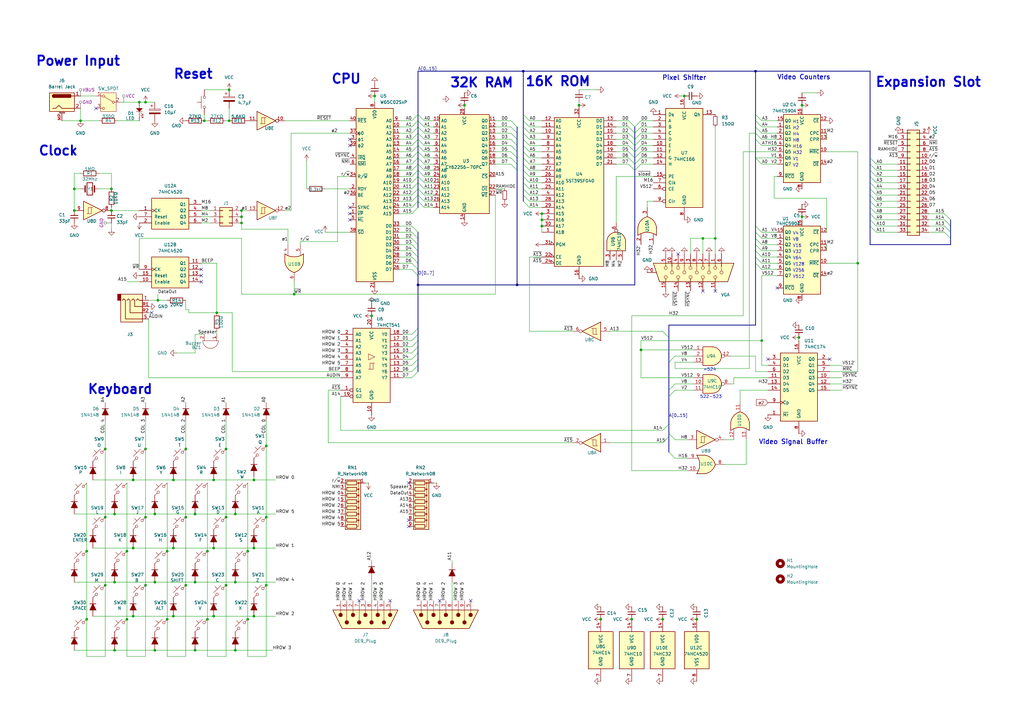
<source format=kicad_sch>
(kicad_sch (version 20231120) (generator "eeschema") (generator_version "8.0")
  (paper "A3")
  (lib_symbols
    (symbol "4xxx:4520" (pin_names (offset 1.016))
      (property "Reference" "U" (at -7.62 8.89 0))
      (property "Value" "4520" (at -7.62 -8.89 0))
      (symbol "4520_1_0"
        (pin input clock (at -12.7 0 0) (length 5.08) (name "CK") (number "1"))
        (pin input line (at -12.7 -5.08 0) (length 5.08) (name "Enable") (number "2"))
        (pin output line (at 12.7 2.54 180) (length 5.08) (name "Q1") (number "3"))
        (pin output line (at 12.7 0 180) (length 5.08) (name "Q2") (number "4"))
        (pin output line (at 12.7 -2.54 180) (length 5.08) (name "Q3") (number "5"))
        (pin output line (at 12.7 -5.08 180) (length 5.08) (name "Q4") (number "6"))
        (pin input line (at -12.7 -2.54 0) (length 5.08) (name "Reset") (number "7"))
      )
      (symbol "4520_2_0"
        (pin input line (at -12.7 -5.08 0) (length 5.08) (name "Enable") (number "10"))
        (pin output line (at 12.7 2.54 180) (length 5.08) (name "Q1") (number "11"))
        (pin output line (at 12.7 0 180) (length 5.08) (name "Q2") (number "12"))
        (pin output line (at 12.7 -2.54 180) (length 5.08) (name "Q3") (number "13"))
        (pin output line (at 12.7 -5.08 180) (length 5.08) (name "Q4") (number "14"))
        (pin input line (at -12.7 -2.54 0) (length 5.08) (name "Reset") (number "15"))
        (pin input clock (at -12.7 0 0) (length 5.08) (name "CK") (number "9"))
      )
      (symbol "4520_3_0"
        (pin power_in line (at 0 12.7 270) (length 5.08) (name "VDD") (number "16"))
        (pin power_in line (at 0 -12.7 90) (length 5.08) (name "VSS") (number "8"))
      )
    )
    (symbol "74xx:74HC590A"
      (property "Reference" "U" (at -7.62 16.51 0))
      (property "Value" "74HC590A" (at -7.62 -13.97 0))
      (symbol "74HC590A_1_0"
        (pin tri_state line (at 10.16 10.16 180) (length 2.54) (name "Q1") (number "1"))
        (pin input line (at -10.16 0 0) (length 2.54) (name "~{MRC}") (number "10"))
        (pin input line (at -10.16 7.62 0) (length 2.54) (name "CPC") (number "11"))
        (pin input line (at -10.16 12.7 0) (length 2.54) (name "~{CE}") (number "12"))
        (pin input line (at -10.16 5.08 0) (length 2.54) (name "CPR") (number "13"))
        (pin input line (at -10.16 -5.08 0) (length 2.54) (name "~{OE}") (number "14"))
        (pin tri_state line (at 10.16 12.7 180) (length 2.54) (name "Q0") (number "15"))
        (pin power_in line (at 0 17.78 270) (length 2.54) (name "VCC") (number "16"))
        (pin tri_state line (at 10.16 7.62 180) (length 2.54) (name "Q2") (number "2"))
        (pin tri_state line (at 10.16 5.08 180) (length 2.54) (name "Q3") (number "3"))
        (pin tri_state line (at 10.16 2.54 180) (length 2.54) (name "Q4") (number "4"))
        (pin tri_state line (at 10.16 0 180) (length 2.54) (name "Q5") (number "5"))
        (pin tri_state line (at 10.16 -2.54 180) (length 2.54) (name "Q6") (number "6"))
        (pin tri_state line (at 10.16 -5.08 180) (length 2.54) (name "Q7") (number "7"))
        (pin power_in line (at 0 -15.24 90) (length 2.54) (name "GND") (number "8"))
        (pin output line (at 10.16 -10.16 180) (length 2.54) (name "~{RCO}") (number "9"))
      )
    )
    (symbol "74xx:74LS10" (pin_names (offset 1.016))
      (property "Reference" "U" (at 0 1.27 0))
      (property "Value" "74LS10" (at 0 -1.27 0))
      (symbol "74LS10_1_1"
        (pin input line (at -7.62 2.54 0) (length 3.81) (name "~") (number "1"))
        (pin output inverted (at 7.62 0 180) (length 3.81) (name "~") (number "12"))
        (pin input line (at -7.62 -2.54 0) (length 3.81) (name "~") (number "13"))
        (pin input line (at -7.62 0 0) (length 3.81) (name "~") (number "2"))
      )
      (symbol "74LS10_1_2"
        (pin input inverted (at -7.62 2.54 0) (length 4.318) (name "~") (number "1"))
        (pin output line (at 7.62 0 180) (length 3.81) (name "~") (number "12"))
        (pin input inverted (at -7.62 -2.54 0) (length 4.318) (name "~") (number "13"))
        (pin input inverted (at -7.62 0 0) (length 4.953) (name "~") (number "2"))
      )
      (symbol "74LS10_2_1"
        (pin input line (at -7.62 2.54 0) (length 3.81) (name "~") (number "3"))
        (pin input line (at -7.62 0 0) (length 3.81) (name "~") (number "4"))
        (pin input line (at -7.62 -2.54 0) (length 3.81) (name "~") (number "5"))
        (pin output inverted (at 7.62 0 180) (length 3.81) (name "~") (number "6"))
      )
      (symbol "74LS10_2_2"
        (pin input inverted (at -7.62 2.54 0) (length 4.318) (name "~") (number "3"))
        (pin input inverted (at -7.62 0 0) (length 4.953) (name "~") (number "4"))
        (pin input inverted (at -7.62 -2.54 0) (length 4.318) (name "~") (number "5"))
        (pin output line (at 7.62 0 180) (length 3.81) (name "~") (number "6"))
      )
      (symbol "74LS10_3_1"
        (pin input line (at -7.62 0 0) (length 3.81) (name "~") (number "10"))
        (pin input line (at -7.62 -2.54 0) (length 3.81) (name "~") (number "11"))
        (pin output inverted (at 7.62 0 180) (length 3.81) (name "~") (number "8"))
        (pin input line (at -7.62 2.54 0) (length 3.81) (name "~") (number "9"))
      )
      (symbol "74LS10_3_2"
        (pin input inverted (at -7.62 0 0) (length 4.953) (name "~") (number "10"))
        (pin input inverted (at -7.62 -2.54 0) (length 4.318) (name "~") (number "11"))
        (pin output line (at 7.62 0 180) (length 3.81) (name "~") (number "8"))
        (pin input inverted (at -7.62 2.54 0) (length 4.318) (name "~") (number "9"))
      )
      (symbol "74LS10_4_0"
        (pin power_in line (at 0 12.7 270) (length 5.08) (name "VCC") (number "14"))
        (pin power_in line (at 0 -12.7 90) (length 5.08) (name "GND") (number "7"))
      )
    )
    (symbol "74xx:74LS14" (pin_names (offset 1.016))
      (property "Reference" "U" (at 0 1.27 0))
      (property "Value" "74LS14" (at 0 -1.27 0))
      (symbol "74LS14_1_0"
        (pin input line (at -7.62 0 0) (length 3.81) (name "~") (number "1"))
        (pin output inverted (at 7.62 0 180) (length 3.81) (name "~") (number "2"))
      )
      (symbol "74LS14_2_0"
        (pin input line (at -7.62 0 0) (length 3.81) (name "~") (number "3"))
        (pin output inverted (at 7.62 0 180) (length 3.81) (name "~") (number "4"))
      )
      (symbol "74LS14_3_0"
        (pin input line (at -7.62 0 0) (length 3.81) (name "~") (number "5"))
        (pin output inverted (at 7.62 0 180) (length 3.81) (name "~") (number "6"))
      )
      (symbol "74LS14_4_0"
        (pin output inverted (at 7.62 0 180) (length 3.81) (name "~") (number "8"))
        (pin input line (at -7.62 0 0) (length 3.81) (name "~") (number "9"))
      )
      (symbol "74LS14_5_0"
        (pin output inverted (at 7.62 0 180) (length 3.81) (name "~") (number "10"))
        (pin input line (at -7.62 0 0) (length 3.81) (name "~") (number "11"))
      )
      (symbol "74LS14_6_0"
        (pin output inverted (at 7.62 0 180) (length 3.81) (name "~") (number "12"))
        (pin input line (at -7.62 0 0) (length 3.81) (name "~") (number "13"))
      )
      (symbol "74LS14_7_0"
        (pin power_in line (at 0 12.7 270) (length 5.08) (name "VCC") (number "14"))
        (pin power_in line (at 0 -12.7 90) (length 5.08) (name "GND") (number "7"))
      )
    )
    (symbol "74xx:74LS166" (pin_names (offset 1.016))
      (property "Reference" "U" (at -7.62 21.59 0))
      (property "Value" "74LS166" (at -7.62 -21.59 0))
      (symbol "74LS166_1_0"
        (pin input line (at -12.7 17.78 0) (length 5.08) (name "Ds") (number "1"))
        (pin input line (at -12.7 5.08 0) (length 5.08) (name "E") (number "10"))
        (pin input line (at -12.7 2.54 0) (length 5.08) (name "F") (number "11"))
        (pin input line (at -12.7 0 0) (length 5.08) (name "G") (number "12"))
        (pin output line (at 12.7 17.78 180) (length 5.08) (name "Qh") (number "13"))
        (pin input line (at -12.7 -2.54 0) (length 5.08) (name "H") (number "14"))
        (pin input inverted (at -12.7 -7.62 0) (length 5.08) (name "PE") (number "15"))
        (pin power_in line (at 0 25.4 270) (length 5.08) (name "VCC") (number "16"))
        (pin input line (at -12.7 15.24 0) (length 5.08) (name "A") (number "2"))
        (pin input line (at -12.7 12.7 0) (length 5.08) (name "B") (number "3"))
        (pin input line (at -12.7 10.16 0) (length 5.08) (name "C") (number "4"))
        (pin input line (at -12.7 7.62 0) (length 5.08) (name "D") (number "5"))
        (pin input inverted (at -12.7 -12.7 0) (length 5.08) (name "CE") (number "6"))
        (pin input line (at -12.7 -10.16 0) (length 5.08) (name "Clk") (number "7"))
        (pin power_in line (at 0 -25.4 90) (length 5.08) (name "GND") (number "8"))
        (pin input inverted (at -12.7 -17.78 0) (length 5.08) (name "Clr") (number "9"))
      )
    )
    (symbol "74xx:74LS174" (pin_names (offset 1.016))
      (property "Reference" "U" (at -7.62 13.97 0))
      (property "Value" "74LS174" (at -7.62 -16.51 0))
      (symbol "74LS174_1_0"
        (pin input line (at -12.7 -12.7 0) (length 5.08) (name "~{Mr}") (number "1"))
        (pin output line (at 12.7 2.54 180) (length 5.08) (name "Q3") (number "10"))
        (pin input line (at -12.7 2.54 0) (length 5.08) (name "D3") (number "11"))
        (pin output line (at 12.7 0 180) (length 5.08) (name "Q4") (number "12"))
        (pin input line (at -12.7 0 0) (length 5.08) (name "D4") (number "13"))
        (pin input line (at -12.7 -2.54 0) (length 5.08) (name "D5") (number "14"))
        (pin output line (at 12.7 -2.54 180) (length 5.08) (name "Q5") (number "15"))
        (pin power_in line (at 0 17.78 270) (length 5.08) (name "VCC") (number "16"))
        (pin output line (at 12.7 10.16 180) (length 5.08) (name "Q0") (number "2"))
        (pin input line (at -12.7 10.16 0) (length 5.08) (name "D0") (number "3"))
        (pin input line (at -12.7 7.62 0) (length 5.08) (name "D1") (number "4"))
        (pin output line (at 12.7 7.62 180) (length 5.08) (name "Q1") (number "5"))
        (pin input line (at -12.7 5.08 0) (length 5.08) (name "D2") (number "6"))
        (pin output line (at 12.7 5.08 180) (length 5.08) (name "Q2") (number "7"))
        (pin power_in line (at 0 -20.32 90) (length 5.08) (name "GND") (number "8"))
        (pin input clock (at -12.7 -7.62 0) (length 5.08) (name "Cp") (number "9"))
      )
    )
    (symbol "74xx:74LS32" (pin_names (offset 1.016))
      (property "Reference" "U" (at 0 1.27 0))
      (property "Value" "74LS32" (at 0 -1.27 0))
      (symbol "74LS32_1_1"
        (pin input line (at -7.62 2.54 0) (length 4.318) (name "~") (number "1"))
        (pin input line (at -7.62 -2.54 0) (length 4.318) (name "~") (number "2"))
        (pin output line (at 7.62 0 180) (length 3.81) (name "~") (number "3"))
      )
      (symbol "74LS32_1_2"
        (pin input inverted (at -7.62 2.54 0) (length 3.81) (name "~") (number "1"))
        (pin input inverted (at -7.62 -2.54 0) (length 3.81) (name "~") (number "2"))
        (pin output inverted (at 7.62 0 180) (length 3.81) (name "~") (number "3"))
      )
      (symbol "74LS32_2_1"
        (pin input line (at -7.62 2.54 0) (length 4.318) (name "~") (number "4"))
        (pin input line (at -7.62 -2.54 0) (length 4.318) (name "~") (number "5"))
        (pin output line (at 7.62 0 180) (length 3.81) (name "~") (number "6"))
      )
      (symbol "74LS32_2_2"
        (pin input inverted (at -7.62 2.54 0) (length 3.81) (name "~") (number "4"))
        (pin input inverted (at -7.62 -2.54 0) (length 3.81) (name "~") (number "5"))
        (pin output inverted (at 7.62 0 180) (length 3.81) (name "~") (number "6"))
      )
      (symbol "74LS32_3_1"
        (pin input line (at -7.62 -2.54 0) (length 4.318) (name "~") (number "10"))
        (pin output line (at 7.62 0 180) (length 3.81) (name "~") (number "8"))
        (pin input line (at -7.62 2.54 0) (length 4.318) (name "~") (number "9"))
      )
      (symbol "74LS32_3_2"
        (pin input inverted (at -7.62 -2.54 0) (length 3.81) (name "~") (number "10"))
        (pin output inverted (at 7.62 0 180) (length 3.81) (name "~") (number "8"))
        (pin input inverted (at -7.62 2.54 0) (length 3.81) (name "~") (number "9"))
      )
      (symbol "74LS32_4_1"
        (pin output line (at 7.62 0 180) (length 3.81) (name "~") (number "11"))
        (pin input line (at -7.62 2.54 0) (length 4.318) (name "~") (number "12"))
        (pin input line (at -7.62 -2.54 0) (length 4.318) (name "~") (number "13"))
      )
      (symbol "74LS32_4_2"
        (pin output inverted (at 7.62 0 180) (length 3.81) (name "~") (number "11"))
        (pin input inverted (at -7.62 2.54 0) (length 3.81) (name "~") (number "12"))
        (pin input inverted (at -7.62 -2.54 0) (length 3.81) (name "~") (number "13"))
      )
      (symbol "74LS32_5_0"
        (pin power_in line (at 0 12.7 270) (length 5.08) (name "VCC") (number "14"))
        (pin power_in line (at 0 -12.7 90) (length 5.08) (name "GND") (number "7"))
      )
    )
    (symbol "74xx:74LS541" (pin_names (offset 1.016))
      (property "Reference" "U" (at -7.62 16.51 0))
      (property "Value" "74LS541" (at -7.62 -16.51 0))
      (symbol "74LS541_1_0"
        (pin input inverted (at -12.7 -10.16 0) (length 5.08) (name "G1") (number "1"))
        (pin power_in line (at 0 -20.32 90) (length 5.08) (name "GND") (number "10"))
        (pin tri_state line (at 12.7 -5.08 180) (length 5.08) (name "Y7") (number "11"))
        (pin tri_state line (at 12.7 -2.54 180) (length 5.08) (name "Y6") (number "12"))
        (pin tri_state line (at 12.7 0 180) (length 5.08) (name "Y5") (number "13"))
        (pin tri_state line (at 12.7 2.54 180) (length 5.08) (name "Y4") (number "14"))
        (pin tri_state line (at 12.7 5.08 180) (length 5.08) (name "Y3") (number "15"))
        (pin tri_state line (at 12.7 7.62 180) (length 5.08) (name "Y2") (number "16"))
        (pin tri_state line (at 12.7 10.16 180) (length 5.08) (name "Y1") (number "17"))
        (pin tri_state line (at 12.7 12.7 180) (length 5.08) (name "Y0") (number "18"))
        (pin input inverted (at -12.7 -12.7 0) (length 5.08) (name "G2") (number "19"))
        (pin input line (at -12.7 12.7 0) (length 5.08) (name "A0") (number "2"))
        (pin power_in line (at 0 20.32 270) (length 5.08) (name "VCC") (number "20"))
        (pin input line (at -12.7 10.16 0) (length 5.08) (name "A1") (number "3"))
        (pin input line (at -12.7 7.62 0) (length 5.08) (name "A2") (number "4"))
        (pin input line (at -12.7 5.08 0) (length 5.08) (name "A3") (number "5"))
        (pin input line (at -12.7 2.54 0) (length 5.08) (name "A4") (number "6"))
        (pin input line (at -12.7 0 0) (length 5.08) (name "A5") (number "7"))
        (pin input line (at -12.7 -2.54 0) (length 5.08) (name "A6") (number "8"))
        (pin input line (at -12.7 -5.08 0) (length 5.08) (name "A7") (number "9"))
      )
    )
    (symbol "Connector:Barrel_Jack_MountingPin" (pin_names hide)
      (property "Reference" "J" (at 0 5.334 0))
      (property "Value" "Barrel_Jack_MountingPin" (at 1.27 -6.35 0))
      (symbol "Barrel_Jack_MountingPin_1_1"
        (text "Mounting" (at 0 -4.191 0) (effects (font (size 0.381 0.381))))
        (pin passive line (at 7.62 2.54 180) (length 2.54) (name "~") (number "1"))
        (pin passive line (at 7.62 -2.54 180) (length 2.54) (name "~") (number "2"))
        (pin passive line (at 0 -7.62 90) (length 3.048) (name "MountPin") (number "MP"))
      )
    )
    (symbol "Connector:DE15_Receptacle_HighDensity_MountingHoles" (pin_names (offset 1.016) hide)
      (property "Reference" "J" (at 0 21.59 0))
      (property "Value" "DE15_Receptacle_HighDensity_MountingHoles" (at 0 19.05 0))
      (symbol "DE15_Receptacle_HighDensity_MountingHoles_1_1"
        (pin passive line (at 0 -17.78 90) (length 3.81) (name "~") (number "0"))
        (pin passive line (at -7.62 10.16 0) (length 5.08) (name "~") (number "1"))
        (pin passive line (at -7.62 -7.62 0) (length 5.08) (name "~") (number "10"))
        (pin passive line (at 7.62 10.16 180) (length 5.08) (name "~") (number "11"))
        (pin passive line (at 7.62 5.08 180) (length 5.08) (name "~") (number "12"))
        (pin passive line (at 7.62 0 180) (length 5.08) (name "~") (number "13"))
        (pin passive line (at 7.62 -5.08 180) (length 5.08) (name "~") (number "14"))
        (pin passive line (at 7.62 -10.16 180) (length 5.08) (name "~") (number "15"))
        (pin passive line (at -7.62 5.08 0) (length 5.08) (name "~") (number "2"))
        (pin passive line (at -7.62 0 0) (length 5.08) (name "~") (number "3"))
        (pin passive line (at -7.62 -5.08 0) (length 5.08) (name "~") (number "4"))
        (pin passive line (at -7.62 -10.16 0) (length 5.08) (name "~") (number "5"))
        (pin passive line (at -7.62 12.7 0) (length 5.08) (name "~") (number "6"))
        (pin passive line (at -7.62 7.62 0) (length 5.08) (name "~") (number "7"))
        (pin passive line (at -7.62 2.54 0) (length 5.08) (name "~") (number "8"))
        (pin passive line (at -7.62 -2.54 0) (length 5.08) (name "~") (number "9"))
      )
    )
    (symbol "Connector:DE9_Plug" (pin_names (offset 1.016) hide)
      (property "Reference" "J" (at 0 13.97 0))
      (property "Value" "DE9_Plug" (at 0 -14.605 0))
      (symbol "DE9_Plug_1_1"
        (pin passive line (at -7.62 -10.16 0) (length 3.81) (name "1") (number "1"))
        (pin passive line (at -7.62 -5.08 0) (length 3.81) (name "2") (number "2"))
        (pin passive line (at -7.62 0 0) (length 3.81) (name "3") (number "3"))
        (pin passive line (at -7.62 5.08 0) (length 3.81) (name "4") (number "4"))
        (pin passive line (at -7.62 10.16 0) (length 3.81) (name "5") (number "5"))
        (pin passive line (at -7.62 -7.62 0) (length 3.81) (name "6") (number "6"))
        (pin passive line (at -7.62 -2.54 0) (length 3.81) (name "7") (number "7"))
        (pin passive line (at -7.62 2.54 0) (length 3.81) (name "8") (number "8"))
        (pin passive line (at -7.62 7.62 0) (length 3.81) (name "9") (number "9"))
      )
    )
    (symbol "Connector_Audio:AudioJack4"
      (property "Reference" "J" (at 0 8.89 0))
      (property "Value" "AudioJack4" (at 0 6.35 0))
      (symbol "AudioJack4_1_1"
        (pin passive line (at 5.08 -2.54 180) (length 2.54) (name "~") (number "R1"))
        (pin passive line (at 5.08 0 180) (length 2.54) (name "~") (number "R2"))
        (pin passive line (at 5.08 2.54 180) (length 2.54) (name "~") (number "S"))
        (pin passive line (at 5.08 -5.08 180) (length 2.54) (name "~") (number "T"))
      )
    )
    (symbol "Connector_Generic:Conn_02x03_Odd_Even" (pin_names (offset 1.016) hide)
      (property "Reference" "J" (at 1.27 5.08 0))
      (property "Value" "Conn_02x03_Odd_Even" (at 1.27 -5.08 0))
      (symbol "Conn_02x03_Odd_Even_1_1"
        (pin passive line (at -5.08 2.54 0) (length 3.81) (name "Pin_1") (number "1"))
        (pin passive line (at 7.62 2.54 180) (length 3.81) (name "Pin_2") (number "2"))
        (pin passive line (at -5.08 0 0) (length 3.81) (name "Pin_3") (number "3"))
        (pin passive line (at 7.62 0 180) (length 3.81) (name "Pin_4") (number "4"))
        (pin passive line (at -5.08 -2.54 0) (length 3.81) (name "Pin_5") (number "5"))
        (pin passive line (at 7.62 -2.54 180) (length 3.81) (name "Pin_6") (number "6"))
      )
    )
    (symbol "Connector_Generic:Conn_02x17_Odd_Even" (pin_names (offset 1.016) hide)
      (property "Reference" "J" (at 1.27 22.86 0))
      (property "Value" "Conn_02x17_Odd_Even" (at 1.27 -22.86 0))
      (symbol "Conn_02x17_Odd_Even_1_1"
        (pin passive line (at -5.08 20.32 0) (length 3.81) (name "Pin_1") (number "1"))
        (pin passive line (at 7.62 10.16 180) (length 3.81) (name "Pin_10") (number "10"))
        (pin passive line (at -5.08 7.62 0) (length 3.81) (name "Pin_11") (number "11"))
        (pin passive line (at 7.62 7.62 180) (length 3.81) (name "Pin_12") (number "12"))
        (pin passive line (at -5.08 5.08 0) (length 3.81) (name "Pin_13") (number "13"))
        (pin passive line (at 7.62 5.08 180) (length 3.81) (name "Pin_14") (number "14"))
        (pin passive line (at -5.08 2.54 0) (length 3.81) (name "Pin_15") (number "15"))
        (pin passive line (at 7.62 2.54 180) (length 3.81) (name "Pin_16") (number "16"))
        (pin passive line (at -5.08 0 0) (length 3.81) (name "Pin_17") (number "17"))
        (pin passive line (at 7.62 0 180) (length 3.81) (name "Pin_18") (number "18"))
        (pin passive line (at -5.08 -2.54 0) (length 3.81) (name "Pin_19") (number "19"))
        (pin passive line (at 7.62 20.32 180) (length 3.81) (name "Pin_2") (number "2"))
        (pin passive line (at 7.62 -2.54 180) (length 3.81) (name "Pin_20") (number "20"))
        (pin passive line (at -5.08 -5.08 0) (length 3.81) (name "Pin_21") (number "21"))
        (pin passive line (at 7.62 -5.08 180) (length 3.81) (name "Pin_22") (number "22"))
        (pin passive line (at -5.08 -7.62 0) (length 3.81) (name "Pin_23") (number "23"))
        (pin passive line (at 7.62 -7.62 180) (length 3.81) (name "Pin_24") (number "24"))
        (pin passive line (at -5.08 -10.16 0) (length 3.81) (name "Pin_25") (number "25"))
        (pin passive line (at 7.62 -10.16 180) (length 3.81) (name "Pin_26") (number "26"))
        (pin passive line (at -5.08 -12.7 0) (length 3.81) (name "Pin_27") (number "27"))
        (pin passive line (at 7.62 -12.7 180) (length 3.81) (name "Pin_28") (number "28"))
        (pin passive line (at -5.08 -15.24 0) (length 3.81) (name "Pin_29") (number "29"))
        (pin passive line (at -5.08 17.78 0) (length 3.81) (name "Pin_3") (number "3"))
        (pin passive line (at 7.62 -15.24 180) (length 3.81) (name "Pin_30") (number "30"))
        (pin passive line (at -5.08 -17.78 0) (length 3.81) (name "Pin_31") (number "31"))
        (pin passive line (at 7.62 -17.78 180) (length 3.81) (name "Pin_32") (number "32"))
        (pin passive line (at -5.08 -20.32 0) (length 3.81) (name "Pin_33") (number "33"))
        (pin passive line (at 7.62 -20.32 180) (length 3.81) (name "Pin_34") (number "34"))
        (pin passive line (at 7.62 17.78 180) (length 3.81) (name "Pin_4") (number "4"))
        (pin passive line (at -5.08 15.24 0) (length 3.81) (name "Pin_5") (number "5"))
        (pin passive line (at 7.62 15.24 180) (length 3.81) (name "Pin_6") (number "6"))
        (pin passive line (at -5.08 12.7 0) (length 3.81) (name "Pin_7") (number "7"))
        (pin passive line (at 7.62 12.7 180) (length 3.81) (name "Pin_8") (number "8"))
        (pin passive line (at -5.08 10.16 0) (length 3.81) (name "Pin_9") (number "9"))
      )
    )
    (symbol "Device:Buzzer" (pin_names (offset 0.0254) hide)
      (property "Reference" "BZ" (at 3.81 1.27 0))
      (property "Value" "Buzzer" (at 3.81 -1.27 0))
      (symbol "Buzzer_1_1"
        (pin passive line (at -2.54 2.54 0) (length 2.54) (name "+") (number "1"))
        (pin passive line (at -2.54 -2.54 0) (length 2.54) (name "-") (number "2"))
      )
    )
    (symbol "Device:C_Polarized" (pin_numbers hide) (pin_names (offset 0.254))
      (property "Reference" "C" (at 0.635 2.54 0))
      (property "Value" "C_Polarized" (at 0.635 -2.54 0))
      (symbol "C_Polarized_1_1"
        (pin passive line (at 0 3.81 270) (length 2.794) (name "~") (number "1"))
        (pin passive line (at 0 -3.81 90) (length 2.794) (name "~") (number "2"))
      )
    )
    (symbol "Device:C_Small" (pin_numbers hide) (pin_names (offset 0.254) hide)
      (property "Reference" "C" (at 0.254 1.778 0))
      (property "Value" "C_Small" (at 0.254 -2.032 0))
      (symbol "C_Small_1_1"
        (pin passive line (at 0 2.54 270) (length 2.032) (name "~") (number "1"))
        (pin passive line (at 0 -2.54 90) (length 2.032) (name "~") (number "2"))
      )
    )
    (symbol "Device:Crystal" (pin_numbers hide) (pin_names (offset 1.016) hide)
      (property "Reference" "Y" (at 0 3.81 0))
      (property "Value" "Crystal" (at 0 -3.81 0))
      (symbol "Crystal_1_1"
        (pin passive line (at -3.81 0 0) (length 1.27) (name "1") (number "1"))
        (pin passive line (at 3.81 0 180) (length 1.27) (name "2") (number "2"))
      )
    )
    (symbol "Device:R" (pin_numbers hide) (pin_names (offset 0))
      (property "Reference" "R" (at 2.032 0 90))
      (property "Value" "R" (at 0 0 90))
      (symbol "R_1_1"
        (pin passive line (at 0 3.81 270) (length 1.27) (name "~") (number "1"))
        (pin passive line (at 0 -3.81 90) (length 1.27) (name "~") (number "2"))
      )
    )
    (symbol "Device:R_Network08" (pin_names (offset 0) hide)
      (property "Reference" "RN" (at -12.7 0 90))
      (property "Value" "R_Network08" (at 10.16 0 90))
      (symbol "R_Network08_1_1"
        (pin passive line (at -10.16 5.08 270) (length 2.54) (name "common") (number "1"))
        (pin passive line (at -10.16 -5.08 90) (length 1.27) (name "R1") (number "2"))
        (pin passive line (at -7.62 -5.08 90) (length 1.27) (name "R2") (number "3"))
        (pin passive line (at -5.08 -5.08 90) (length 1.27) (name "R3") (number "4"))
        (pin passive line (at -2.54 -5.08 90) (length 1.27) (name "R4") (number "5"))
        (pin passive line (at 0 -5.08 90) (length 1.27) (name "R5") (number "6"))
        (pin passive line (at 2.54 -5.08 90) (length 1.27) (name "R6") (number "7"))
        (pin passive line (at 5.08 -5.08 90) (length 1.27) (name "R7") (number "8"))
        (pin passive line (at 7.62 -5.08 90) (length 1.27) (name "R8") (number "9"))
      )
    )
    (symbol "Device:R_Small" (pin_numbers hide) (pin_names (offset 0.254) hide)
      (property "Reference" "R" (at 0.762 0.508 0))
      (property "Value" "R_Small" (at 0.762 -1.016 0))
      (symbol "R_Small_1_1"
        (pin passive line (at 0 2.54 270) (length 0.762) (name "~") (number "1"))
        (pin passive line (at 0 -2.54 90) (length 0.762) (name "~") (number "2"))
      )
    )
    (symbol "GND_1" (power) (pin_numbers hide) (pin_names (offset 0) hide)
      (property "Value" "GND" (at 0 -3.81 0))
      (symbol "GND_1_1_1"
        (pin power_in line (at 0 0 270) (length 0) (name "~") (number "1"))
      )
    )
    (symbol "GND_10" (power) (pin_numbers hide) (pin_names (offset 0) hide)
      (property "Value" "GND" (at 0 -3.81 0))
      (symbol "GND_10_1_1"
        (pin power_in line (at 0 0 270) (length 0) (name "~") (number "1"))
      )
    )
    (symbol "GND_11" (power) (pin_numbers hide) (pin_names (offset 0) hide)
      (property "Value" "GND" (at 0 -3.81 0))
      (symbol "GND_11_1_1"
        (pin power_in line (at 0 0 270) (length 0) (name "~") (number "1"))
      )
    )
    (symbol "GND_12" (power) (pin_numbers hide) (pin_names (offset 0) hide)
      (property "Value" "GND" (at 0 -3.81 0))
      (symbol "GND_12_1_1"
        (pin power_in line (at 0 0 270) (length 0) (name "~") (number "1"))
      )
    )
    (symbol "GND_2" (power) (pin_numbers hide) (pin_names (offset 0) hide)
      (property "Value" "GND" (at 0 -3.81 0))
      (symbol "GND_2_1_1"
        (pin power_in line (at 0 0 270) (length 0) (name "~") (number "1"))
      )
    )
    (symbol "GND_3" (power) (pin_numbers hide) (pin_names (offset 0) hide)
      (property "Value" "GND" (at 0 -3.81 0))
      (symbol "GND_3_1_1"
        (pin power_in line (at 0 0 270) (length 0) (name "~") (number "1"))
      )
    )
    (symbol "GND_4" (power) (pin_numbers hide) (pin_names (offset 0) hide)
      (property "Value" "GND" (at 0 -3.81 0))
      (symbol "GND_4_1_1"
        (pin power_in line (at 0 0 270) (length 0) (name "~") (number "1"))
      )
    )
    (symbol "GND_5" (power) (pin_numbers hide) (pin_names (offset 0) hide)
      (property "Value" "GND" (at 0 -3.81 0))
      (symbol "GND_5_1_1"
        (pin power_in line (at 0 0 270) (length 0) (name "~") (number "1"))
      )
    )
    (symbol "GND_6" (power) (pin_numbers hide) (pin_names (offset 0) hide)
      (property "Value" "GND" (at 0 -3.81 0))
      (symbol "GND_6_1_1"
        (pin power_in line (at 0 0 270) (length 0) (name "~") (number "1"))
      )
    )
    (symbol "GND_7" (power) (pin_numbers hide) (pin_names (offset 0) hide)
      (property "Value" "GND" (at 0 -3.81 0))
      (symbol "GND_7_1_1"
        (pin power_in line (at 0 0 270) (length 0) (name "~") (number "1"))
      )
    )
    (symbol "GND_8" (power) (pin_numbers hide) (pin_names (offset 0) hide)
      (property "Value" "GND" (at 0 -3.81 0))
      (symbol "GND_8_1_1"
        (pin power_in line (at 0 0 270) (length 0) (name "~") (number "1"))
      )
    )
    (symbol "GND_9" (power) (pin_numbers hide) (pin_names (offset 0) hide)
      (property "Value" "GND" (at 0 -3.81 0))
      (symbol "GND_9_1_1"
        (pin power_in line (at 0 0 270) (length 0) (name "~") (number "1"))
      )
    )
    (symbol "Mechanical:MountingHole" (pin_names (offset 1.016)) (exclude_from_sim yes) (in_bom no)
      (property "Reference" "H" (at 0 5.08 0))
      (property "Value" "MountingHole" (at 0 3.175 0))
    )
    (symbol "Memory_Flash:SST39SF040"
      (property "Reference" "U" (at 2.54 33.02 0))
      (property "Value" "SST39SF040" (at 0 -30.48 0))
      (symbol "SST39SF040_0_0"
        (pin power_in line (at 0 -34.29 90) (length 5.08) (name "GND") (number "16"))
        (pin power_in line (at 0 36.83 270) (length 5.08) (name "VCC") (number "32"))
      )
      (symbol "SST39SF040_1_1"
        (pin input line (at -15.24 -15.24 0) (length 5.08) (name "A18") (number "1"))
        (pin input line (at -15.24 25.4 0) (length 5.08) (name "A2") (number "10"))
        (pin input line (at -15.24 27.94 0) (length 5.08) (name "A1") (number "11"))
        (pin input line (at -15.24 30.48 0) (length 5.08) (name "A0") (number "12"))
        (pin tri_state line (at 15.24 30.48 180) (length 5.08) (name "D0") (number "13"))
        (pin tri_state line (at 15.24 27.94 180) (length 5.08) (name "D1") (number "14"))
        (pin tri_state line (at 15.24 25.4 180) (length 5.08) (name "D2") (number "15"))
        (pin tri_state line (at 15.24 22.86 180) (length 5.08) (name "D3") (number "17"))
        (pin tri_state line (at 15.24 20.32 180) (length 5.08) (name "D4") (number "18"))
        (pin tri_state line (at 15.24 17.78 180) (length 5.08) (name "D5") (number "19"))
        (pin input line (at -15.24 -10.16 0) (length 5.08) (name "A16") (number "2"))
        (pin tri_state line (at 15.24 15.24 180) (length 5.08) (name "D6") (number "20"))
        (pin tri_state line (at 15.24 12.7 180) (length 5.08) (name "D7") (number "21"))
        (pin input input_low (at -15.24 -25.4 0) (length 5.08) (name "CE") (number "22"))
        (pin input line (at -15.24 5.08 0) (length 5.08) (name "A10") (number "23"))
        (pin input input_low (at -15.24 -27.94 0) (length 5.08) (name "OE") (number "24"))
        (pin input line (at -15.24 2.54 0) (length 5.08) (name "A11") (number "25"))
        (pin input line (at -15.24 7.62 0) (length 5.08) (name "A9") (number "26"))
        (pin input line (at -15.24 10.16 0) (length 5.08) (name "A8") (number "27"))
        (pin input line (at -15.24 -2.54 0) (length 5.08) (name "A13") (number "28"))
        (pin input line (at -15.24 -5.08 0) (length 5.08) (name "A14") (number "29"))
        (pin input line (at -15.24 -7.62 0) (length 5.08) (name "A15") (number "3"))
        (pin input line (at -15.24 -12.7 0) (length 5.08) (name "A17") (number "30"))
        (pin input input_low (at -15.24 -20.32 0) (length 5.08) (name "PGM") (number "31"))
        (pin input line (at -15.24 0 0) (length 5.08) (name "A12") (number "4"))
        (pin input line (at -15.24 12.7 0) (length 5.08) (name "A7") (number "5"))
        (pin input line (at -15.24 15.24 0) (length 5.08) (name "A6") (number "6"))
        (pin input line (at -15.24 17.78 0) (length 5.08) (name "A5") (number "7"))
        (pin input line (at -15.24 20.32 0) (length 5.08) (name "A4") (number "8"))
        (pin input line (at -15.24 22.86 0) (length 5.08) (name "A3") (number "9"))
      )
    )
    (symbol "Memory_RAM:CY62256-70PC"
      (property "Reference" "U" (at -10.16 20.955 0))
      (property "Value" "CY62256-70PC" (at 2.54 20.955 0))
      (symbol "CY62256-70PC_0_0"
        (pin power_in line (at 0 -22.86 90) (length 2.54) (name "GND") (number "14"))
        (pin power_in line (at 0 22.86 270) (length 2.54) (name "VCC") (number "28"))
      )
      (symbol "CY62256-70PC_1_1"
        (pin input line (at -12.7 -17.78 0) (length 2.54) (name "A14") (number "1"))
        (pin input line (at -12.7 17.78 0) (length 2.54) (name "A0") (number "10"))
        (pin tri_state line (at 12.7 17.78 180) (length 2.54) (name "Q0") (number "11"))
        (pin tri_state line (at 12.7 15.24 180) (length 2.54) (name "Q1") (number "12"))
        (pin tri_state line (at 12.7 12.7 180) (length 2.54) (name "Q2") (number "13"))
        (pin tri_state line (at 12.7 10.16 180) (length 2.54) (name "Q3") (number "15"))
        (pin tri_state line (at 12.7 7.62 180) (length 2.54) (name "Q4") (number "16"))
        (pin tri_state line (at 12.7 5.08 180) (length 2.54) (name "Q5") (number "17"))
        (pin tri_state line (at 12.7 2.54 180) (length 2.54) (name "Q6") (number "18"))
        (pin tri_state line (at 12.7 0 180) (length 2.54) (name "Q7") (number "19"))
        (pin input line (at -12.7 -12.7 0) (length 2.54) (name "A12") (number "2"))
        (pin input line (at 12.7 -5.08 180) (length 2.54) (name "~{CS}") (number "20"))
        (pin input line (at -12.7 -7.62 0) (length 2.54) (name "A10") (number "21"))
        (pin input line (at 12.7 -10.16 180) (length 2.54) (name "~{OE}") (number "22"))
        (pin input line (at -12.7 -10.16 0) (length 2.54) (name "A11") (number "23"))
        (pin input line (at -12.7 -5.08 0) (length 2.54) (name "A9") (number "24"))
        (pin input line (at -12.7 -2.54 0) (length 2.54) (name "A8") (number "25"))
        (pin input line (at -12.7 -15.24 0) (length 2.54) (name "A13") (number "26"))
        (pin input line (at 12.7 -12.7 180) (length 2.54) (name "~{WE}") (number "27"))
        (pin input line (at -12.7 0 0) (length 2.54) (name "A7") (number "3"))
        (pin input line (at -12.7 2.54 0) (length 2.54) (name "A6") (number "4"))
        (pin input line (at -12.7 5.08 0) (length 2.54) (name "A5") (number "5"))
        (pin input line (at -12.7 7.62 0) (length 2.54) (name "A4") (number "6"))
        (pin input line (at -12.7 10.16 0) (length 2.54) (name "A3") (number "7"))
        (pin input line (at -12.7 12.7 0) (length 2.54) (name "A2") (number "8"))
        (pin input line (at -12.7 15.24 0) (length 2.54) (name "A1") (number "9"))
      )
    )
    (symbol "PCM_65xx-library:W65C02SxP"
      (property "Reference" "U" (at 2.54 40.64 0))
      (property "Value" "W65C02SxP" (at 2.54 38.1 0))
      (symbol "W65C02SxP_1_1"
        (pin output line (at -10.16 -7.62 0) (length 2.54) (name "~{VP}") (number "1"))
        (pin tri_state line (at 10.16 27.94 180) (length 2.54) (name "A1") (number "10"))
        (pin tri_state line (at 10.16 25.4 180) (length 2.54) (name "A2") (number "11"))
        (pin tri_state line (at 10.16 22.86 180) (length 2.54) (name "A3") (number "12"))
        (pin tri_state line (at 10.16 20.32 180) (length 2.54) (name "A4") (number "13"))
        (pin tri_state line (at 10.16 17.78 180) (length 2.54) (name "A5") (number "14"))
        (pin tri_state line (at 10.16 15.24 180) (length 2.54) (name "A6") (number "15"))
        (pin tri_state line (at 10.16 12.7 180) (length 2.54) (name "A7") (number "16"))
        (pin tri_state line (at 10.16 10.16 180) (length 2.54) (name "A8") (number "17"))
        (pin tri_state line (at 10.16 7.62 180) (length 2.54) (name "A9") (number "18"))
        (pin tri_state line (at 10.16 5.08 180) (length 2.54) (name "A10") (number "19"))
        (pin open_collector line (at -10.16 2.54 0) (length 2.54) (name "RDY") (number "2"))
        (pin tri_state line (at 10.16 2.54 180) (length 2.54) (name "A11") (number "20"))
        (pin power_in line (at 0 -38.1 90) (length 2.54) (name "VSS") (number "21"))
        (pin tri_state line (at 10.16 0 180) (length 2.54) (name "A12") (number "22"))
        (pin tri_state line (at 10.16 -2.54 180) (length 2.54) (name "A13") (number "23"))
        (pin tri_state line (at 10.16 -5.08 180) (length 2.54) (name "A14") (number "24"))
        (pin tri_state line (at 10.16 -7.62 180) (length 2.54) (name "A15") (number "25"))
        (pin bidirectional line (at 10.16 -30.48 180) (length 2.54) (name "D7") (number "26"))
        (pin bidirectional line (at 10.16 -27.94 180) (length 2.54) (name "D6") (number "27"))
        (pin bidirectional line (at 10.16 -25.4 180) (length 2.54) (name "D5") (number "28"))
        (pin bidirectional line (at 10.16 -22.86 180) (length 2.54) (name "D4") (number "29"))
        (pin output line (at -10.16 22.86 0) (length 2.54) (name "ϕ1") (number "3"))
        (pin bidirectional line (at 10.16 -20.32 180) (length 2.54) (name "D3") (number "30"))
        (pin bidirectional line (at 10.16 -17.78 180) (length 2.54) (name "D2") (number "31"))
        (pin bidirectional line (at 10.16 -15.24 180) (length 2.54) (name "D1") (number "32"))
        (pin bidirectional line (at 10.16 -12.7 180) (length 2.54) (name "D0") (number "33"))
        (pin tri_state line (at -10.16 7.62 0) (length 2.54) (name "R/~{W}") (number "34"))
        (pin no_connect non_logic (at -7.62 -30.48 0) (length 2.54) hide (name "nc") (number "35"))
        (pin input line (at -10.16 0 0) (length 2.54) (name "BE") (number "36"))
        (pin input clock (at -10.16 25.4 0) (length 2.54) (name "ϕ0") (number "37"))
        (pin input line (at -10.16 -15.24 0) (length 2.54) (name "~{SO}") (number "38"))
        (pin output line (at -10.16 20.32 0) (length 2.54) (name "ϕ2") (number "39"))
        (pin input line (at -10.16 15.24 0) (length 2.54) (name "~{IRQ}") (number "4"))
        (pin input line (at -10.16 30.48 0) (length 2.54) (name "~{RES}") (number "40"))
        (pin output line (at -10.16 -10.16 0) (length 2.54) (name "~{ML}") (number "5"))
        (pin input line (at -10.16 12.7 0) (length 2.54) (name "~{NMI}") (number "6"))
        (pin output line (at -10.16 -5.08 0) (length 2.54) (name "SYNC") (number "7"))
        (pin power_in line (at 0 38.1 270) (length 2.54) (name "VDD") (number "8"))
        (pin tri_state line (at 10.16 30.48 180) (length 2.54) (name "A0") (number "9"))
      )
    )
    (symbol "PCM_Capacitor_AKL:CP_Radial_D5.0mm_P2.00mm" (pin_numbers hide) (pin_names (offset 0.254))
      (property "Reference" "C" (at 0.635 2.54 0))
      (property "Value" "CP_Radial_D5.0mm_P2.00mm" (at 0.635 -2.54 0))
      (symbol "CP_Radial_D5.0mm_P2.00mm_1_1"
        (pin passive line (at 0 3.81 270) (length 2.794) (name "~") (number "1"))
        (pin passive line (at 0 -3.81 90) (length 2.794) (name "~") (number "2"))
      )
      (symbol "CP_Radial_D5.0mm_P2.00mm_1_2"
        (pin passive line (at 2.54 2.54 270) (length 0) (name "~") (number "1"))
        (pin passive line (at -2.54 -2.54 90) (length 0) (name "~") (number "2"))
      )
    )
    (symbol "PCM_Diode_AKL:1N4148" (pin_numbers hide) (pin_names (offset 1.016) hide)
      (property "Reference" "D" (at 0 5.08 0))
      (property "Value" "1N4148" (at 0 2.54 0))
      (symbol "1N4148_1_1"
        (pin passive line (at 3.81 0 180) (length 2.54) (name "K") (number "1"))
        (pin passive line (at -3.81 0 0) (length 2.54) (name "A") (number "2"))
      )
      (symbol "1N4148_1_2"
        (pin passive line (at 2.54 2.54 180) (length 0) (name "K") (number "1"))
        (pin passive line (at -2.54 -2.54 0) (length 0) (name "A") (number "2"))
      )
    )
    (symbol "PCM_SL_Devices:LED"
      (property "Reference" "D" (at -0.508 5.334 0))
      (property "Value" "LED" (at -0.508 2.794 0))
      (symbol "LED_1_1"
        (pin passive line (at 3.81 0 180) (length 1.5) (name "~") (number "1"))
        (pin passive line (at -3.81 0 0) (length 1.5) (name "") (number "2"))
      )
    )
    (symbol "Switch:SW_Push" (pin_numbers hide) (pin_names (offset 1.016) hide)
      (property "Reference" "SW" (at 1.27 2.54 0))
      (property "Value" "SW_Push" (at 0 -1.524 0))
      (symbol "SW_Push_0_1"
        (pin passive line (at -5.08 0 0) (length 2.54) (name "1") (number "1"))
        (pin passive line (at 5.08 0 180) (length 2.54) (name "2") (number "2"))
      )
    )
    (symbol "Switch:SW_Push_45deg" (pin_numbers hide) (pin_names (offset 1.016) hide)
      (property "Reference" "SW" (at 3.048 1.016 0))
      (property "Value" "SW_Push_45deg" (at 0 -3.81 0))
      (symbol "SW_Push_45deg_0_1"
        (pin passive line (at -2.54 2.54 0) (length 0) (name "1") (number "1"))
        (pin passive line (at 2.54 -2.54 180) (length 0) (name "2") (number "2"))
      )
    )
    (symbol "Switch:SW_SPDT" (pin_names (offset 0) hide)
      (property "Reference" "SW" (at 0 5.08 0))
      (property "Value" "SW_SPDT" (at 0 -5.08 0))
      (symbol "SW_SPDT_1_1"
        (pin passive line (at 5.08 2.54 180) (length 2.54) (name "A") (number "1"))
        (pin passive line (at -5.08 0 0) (length 2.54) (name "B") (number "2"))
        (pin passive line (at 5.08 -2.54 180) (length 2.54) (name "C") (number "3"))
      )
    )
    (symbol "VCC_1" (power) (pin_numbers hide) (pin_names (offset 0) hide)
      (property "Value" "VCC" (at 0 3.556 0))
      (symbol "VCC_1_1_1"
        (pin power_in line (at 0 0 90) (length 0) (name "~") (number "1"))
      )
    )
    (symbol "VCC_2" (power) (pin_numbers hide) (pin_names (offset 0) hide)
      (property "Value" "VCC" (at 0 3.556 0))
      (symbol "VCC_2_1_1"
        (pin power_in line (at 0 0 90) (length 0) (name "~") (number "1"))
      )
    )
    (symbol "VCC_3" (power) (pin_numbers hide) (pin_names (offset 0) hide)
      (property "Value" "VCC" (at 0 3.556 0))
      (symbol "VCC_3_1_1"
        (pin power_in line (at 0 0 90) (length 0) (name "~") (number "1"))
      )
    )
    (symbol "VCC_4" (power) (pin_numbers hide) (pin_names (offset 0) hide)
      (property "Value" "VCC" (at 0 3.556 0))
      (symbol "VCC_4_1_1"
        (pin power_in line (at 0 0 90) (length 0) (name "~") (number "1"))
      )
    )
    (symbol "VCC_5" (power) (pin_numbers hide) (pin_names (offset 0) hide)
      (property "Value" "VCC" (at 0 3.556 0))
      (symbol "VCC_5_1_1"
        (pin power_in line (at 0 0 90) (length 0) (name "~") (number "1"))
      )
    )
    (symbol "VCC_6" (power) (pin_numbers hide) (pin_names (offset 0) hide)
      (property "Value" "VCC" (at 0 3.556 0))
      (symbol "VCC_6_1_1"
        (pin power_in line (at 0 0 90) (length 0) (name "~") (number "1"))
      )
    )
    (symbol "power:GND" (power) (pin_names (offset 0))
      (property "Value" "GND" (at 0 -3.81 0))
      (symbol "GND_1_1"
        (pin power_in line (at 0 0 270) (length 0) hide (name "GND") (number "1"))
      )
    )
    (symbol "power:VCC" (power) (pin_names (offset 0))
      (property "Value" "VCC" (at 0 3.81 0))
      (symbol "VCC_1_1"
        (pin power_in line (at 0 0 90) (length 0) hide (name "VCC") (number "1"))
      )
    )
  )
  (junction (at 96.52 266.7))
  (junction (at 59.69 240.03))
  (junction (at 99.06 91.44))
  (junction (at 54.61 252.73))
  (junction (at 101.6 254))
  (junction (at 351.79 107.95))
  (junction (at 43.18 184.15))
  (junction (at 309.88 29.21))
  (junction (at 190.5 43.18))
  (junction (at 43.18 240.03))
  (junction (at 120.65 120.65))
  (junction (at 35.56 254))
  (junction (at 45.72 77.47))
  (junction (at 93.98 36.83))
  (junction (at 64.77 123.19))
  (junction (at 92.71 240.03))
  (junction (at 259.08 254))
  (junction (at 52.07 226.06))
  (junction (at 246.38 254))
  (junction (at 76.2 212.09))
  (junction (at 212.09 116.84))
  (junction (at 46.99 266.7))
  (junction (at 85.09 254))
  (junction (at 30.48 77.47))
  (junction (at 59.69 41.91))
  (junction (at 93.98 49.53))
  (junction (at 312.42 139.7))
  (junction (at 83.82 49.53))
  (junction (at 63.5 210.82))
  (junction (at 109.22 182.88))
  (junction (at 92.71 184.15))
  (junction (at 59.69 212.09))
  (junction (at 171.45 116.84))
  (junction (at 327.66 138.43))
  (junction (at 71.12 252.73))
  (junction (at 71.12 224.79))
  (junction (at 280.67 39.37))
  (junction (at 214.63 29.21))
  (junction (at 152.4 129.54))
  (junction (at 262.89 143.51))
  (junction (at 99.06 86.36))
  (junction (at 59.69 184.15))
  (junction (at 80.01 238.76))
  (junction (at 96.52 238.76))
  (junction (at 35.56 226.06))
  (junction (at 30.48 86.36))
  (junction (at 92.71 212.09))
  (junction (at 288.29 97.79))
  (junction (at 271.78 254))
  (junction (at 52.07 254))
  (junction (at 222.25 87.63))
  (junction (at 88.9 128.27))
  (junction (at 46.99 210.82))
  (junction (at 293.37 97.79))
  (junction (at 104.14 196.85))
  (junction (at 76.2 240.03))
  (junction (at 222.25 90.17))
  (junction (at 87.63 196.85))
  (junction (at 71.12 196.85))
  (junction (at 76.2 184.15))
  (junction (at 109.22 212.09))
  (junction (at 63.5 238.76))
  (junction (at 99.06 88.9))
  (junction (at 87.63 224.79))
  (junction (at 33.02 49.53))
  (junction (at 153.67 39.37))
  (junction (at 80.01 210.82))
  (junction (at 68.58 226.06))
  (junction (at 85.09 226.06))
  (junction (at 104.14 224.79))
  (junction (at 87.63 252.73))
  (junction (at 96.52 210.82))
  (junction (at 46.99 238.76))
  (junction (at 109.22 240.03))
  (junction (at 285.75 254))
  (junction (at 68.58 254))
  (junction (at 63.5 266.7))
  (junction (at 222.25 92.71))
  (junction (at 57.15 41.91))
  (junction (at 328.93 43.18))
  (junction (at 328.93 88.9))
  (junction (at 104.14 252.73))
  (junction (at 101.6 226.06))
  (junction (at 54.61 224.79))
  (junction (at 80.01 266.7))
  (junction (at 45.72 86.36))
  (junction (at 237.49 43.18))
  (junction (at 43.18 212.09))
  (junction (at 54.61 196.85))
  (no_connect (at 143.51 59.69))
  (no_connect (at 318.77 118.11))
  (no_connect (at 167.64 213.36))
  (no_connect (at 143.51 85.09))
  (no_connect (at 143.51 90.17))
  (no_connect (at 39.37 44.45))
  (no_connect (at 82.55 110.49))
  (no_connect (at 147.32 246.38))
  (no_connect (at 167.64 215.9))
  (no_connect (at 62.23 128.27))
  (no_connect (at 143.51 57.15))
  (no_connect (at 288.29 119.38))
  (no_connect (at 193.04 246.38))
  (no_connect (at 340.36 147.32))
  (no_connect (at 160.02 246.38))
  (no_connect (at 278.13 104.14))
  (no_connect (at 82.55 115.57))
  (no_connect (at 167.64 198.12))
  (no_connect (at 314.96 147.32))
  (no_connect (at 293.37 119.38))
  (no_connect (at 180.34 246.38))
  (no_connect (at 143.51 87.63))
  (no_connect (at 82.55 113.03))
  (bus_entry (at 168.91 100.33) (size 2.54 2.54))
  (bus_entry (at 168.91 72.39) (size 2.54 -2.54))
  (bus_entry (at 217.17 85.09) (size -2.54 -2.54))
  (bus_entry (at 171.45 137.16) (size -2.54 2.54))
  (bus_entry (at 312.42 95.25) (size -2.54 -2.54))
  (bus_entry (at 359.41 92.71) (size -2.54 -2.54))
  (bus_entry (at 173.99 74.93) (size -2.54 -2.54))
  (bus_entry (at 217.17 52.07) (size -2.54 -2.54))
  (bus_entry (at 217.17 54.61) (size -2.54 -2.54))
  (bus_entry (at 168.91 85.09) (size 2.54 -2.54))
  (bus_entry (at 168.91 102.87) (size 2.54 2.54))
  (bus_entry (at 171.45 134.62) (size -2.54 2.54))
  (bus_entry (at 209.55 52.07) (size 2.54 2.54))
  (bus_entry (at 271.78 181.61) (size 2.54 -2.54))
  (bus_entry (at 217.17 74.93) (size -2.54 -2.54))
  (bus_entry (at 359.41 80.01) (size -2.54 -2.54))
  (bus_entry (at 217.17 67.31) (size -2.54 -2.54))
  (bus_entry (at 276.86 187.96) (size -2.54 -2.54))
  (bus_entry (at 257.81 49.53) (size 2.54 2.54))
  (bus_entry (at 168.91 107.95) (size 2.54 2.54))
  (bus_entry (at 257.81 57.15) (size 2.54 2.54))
  (bus_entry (at 168.91 74.93) (size 2.54 -2.54))
  (bus_entry (at 168.91 57.15) (size 2.54 -2.54))
  (bus_entry (at 168.91 92.71) (size 2.54 2.54))
  (bus_entry (at 387.35 92.71) (size 2.54 2.54))
  (bus_entry (at 171.45 147.32) (size -2.54 2.54))
  (bus_entry (at 359.41 85.09) (size -2.54 -2.54))
  (bus_entry (at 209.55 67.31) (size 2.54 2.54))
  (bus_entry (at 173.99 72.39) (size -2.54 -2.54))
  (bus_entry (at 312.42 107.95) (size -2.54 -2.54))
  (bus_entry (at 171.45 152.4) (size -2.54 2.54))
  (bus_entry (at 171.45 142.24) (size -2.54 2.54))
  (bus_entry (at 209.55 49.53) (size 2.54 2.54))
  (bus_entry (at 173.99 82.55) (size -2.54 -2.54))
  (bus_entry (at 168.91 105.41) (size 2.54 2.54))
  (bus_entry (at 168.91 49.53) (size 2.54 -2.54))
  (bus_entry (at 168.91 62.23) (size 2.54 -2.54))
  (bus_entry (at 173.99 77.47) (size -2.54 -2.54))
  (bus_entry (at 168.91 87.63) (size 2.54 -2.54))
  (bus_entry (at 262.89 54.61) (size -2.54 2.54))
  (bus_entry (at 173.99 52.07) (size -2.54 -2.54))
  (bus_entry (at 209.55 62.23) (size 2.54 2.54))
  (bus_entry (at 257.81 59.69) (size 2.54 2.54))
  (bus_entry (at 312.42 105.41) (size -2.54 -2.54))
  (bus_entry (at 262.89 57.15) (size -2.54 2.54))
  (bus_entry (at 262.89 49.53) (size -2.54 2.54))
  (bus_entry (at 168.91 52.07) (size 2.54 -2.54))
  (bus_entry (at 168.91 77.47) (size 2.54 -2.54))
  (bus_entry (at 209.55 54.61) (size 2.54 2.54))
  (bus_entry (at 312.42 67.31) (size -2.54 -2.54))
  (bus_entry (at 359.41 69.85) (size -2.54 -2.54))
  (bus_entry (at 168.91 67.31) (size 2.54 -2.54))
  (bus_entry (at 257.81 52.07) (size 2.54 2.54))
  (bus_entry (at 312.42 52.07) (size -2.54 -2.54))
  (bus_entry (at 217.17 82.55) (size -2.54 -2.54))
  (bus_entry (at 257.81 64.77) (size 2.54 2.54))
  (bus_entry (at 387.35 95.25) (size 2.54 2.54))
  (bus_entry (at 312.42 57.15) (size -2.54 -2.54))
  (bus_entry (at 276.86 180.34) (size -2.54 -2.54))
  (bus_entry (at 173.99 57.15) (size -2.54 -2.54))
  (bus_entry (at 168.91 80.01) (size 2.54 -2.54))
  (bus_entry (at 359.41 90.17) (size -2.54 -2.54))
  (bus_entry (at 312.42 54.61) (size -2.54 -2.54))
  (bus_entry (at 217.17 69.85) (size -2.54 -2.54))
  (bus_entry (at 312.42 97.79) (size -2.54 -2.54))
  (bus_entry (at 312.42 59.69) (size -2.54 -2.54))
  (bus_entry (at 271.78 135.89) (size 2.54 2.54))
  (bus_entry (at 168.91 64.77) (size 2.54 -2.54))
  (bus_entry (at 359.41 77.47) (size -2.54 -2.54))
  (bus_entry (at 217.17 49.53) (size -2.54 -2.54))
  (bus_entry (at 262.89 62.23) (size -2.54 2.54))
  (bus_entry (at 171.45 144.78) (size -2.54 2.54))
  (bus_entry (at 217.17 72.39) (size -2.54 -2.54))
  (bus_entry (at 312.42 110.49) (size -2.54 -2.54))
  (bus_entry (at 171.45 139.7) (size -2.54 2.54))
  (bus_entry (at 276.86 146.05) (size -2.54 2.54))
  (bus_entry (at 387.35 90.17) (size 2.54 2.54))
  (bus_entry (at 217.17 62.23) (size -2.54 -2.54))
  (bus_entry (at 217.17 59.69) (size -2.54 -2.54))
  (bus_entry (at 262.89 52.07) (size -2.54 2.54))
  (bus_entry (at 173.99 67.31) (size -2.54 -2.54))
  (bus_entry (at 359.41 82.55) (size -2.54 -2.54))
  (bus_entry (at 262.89 59.69) (size -2.54 2.54))
  (bus_entry (at 168.91 59.69) (size 2.54 -2.54))
  (bus_entry (at 312.42 49.53) (size -2.54 -2.54))
  (bus_entry (at 173.99 62.23) (size -2.54 -2.54))
  (bus_entry (at 312.42 102.87) (size -2.54 -2.54))
  (bus_entry (at 209.55 59.69) (size 2.54 2.54))
  (bus_entry (at 173.99 49.53) (size -2.54 -2.54))
  (bus_entry (at 173.99 85.09) (size -2.54 -2.54))
  (bus_entry (at 217.17 77.47) (size -2.54 -2.54))
  (bus_entry (at 209.55 64.77) (size 2.54 2.54))
  (bus_entry (at 217.17 57.15) (size -2.54 -2.54))
  (bus_entry (at 271.78 176.53) (size 2.54 -2.54))
  (bus_entry (at 359.41 87.63) (size -2.54 -2.54))
  (bus_entry (at 359.41 72.39) (size -2.54 -2.54))
  (bus_entry (at 173.99 69.85) (size -2.54 -2.54))
  (bus_entry (at 168.91 110.49) (size 2.54 2.54))
  (bus_entry (at 359.41 95.25) (size -2.54 -2.54))
  (bus_entry (at 359.41 74.93) (size -2.54 -2.54))
  (bus_entry (at 312.42 100.33) (size -2.54 -2.54))
  (bus_entry (at 257.81 62.23) (size 2.54 2.54))
  (bus_entry (at 217.17 80.01) (size -2.54 -2.54))
  (bus_entry (at 168.91 69.85) (size 2.54 -2.54))
  (bus_entry (at 276.86 160.02) (size -2.54 2.54))
  (bus_entry (at 168.91 97.79) (size 2.54 2.54))
  (bus_entry (at 173.99 59.69) (size -2.54 -2.54))
  (bus_entry (at 168.91 54.61) (size 2.54 -2.54))
  (bus_entry (at 209.55 57.15) (size 2.54 2.54))
  (bus_entry (at 173.99 64.77) (size -2.54 -2.54))
  (bus_entry (at 217.17 64.77) (size -2.54 -2.54))
  (bus_entry (at 262.89 64.77) (size -2.54 2.54))
  (bus_entry (at 257.81 67.31) (size 2.54 2.54))
  (bus_entry (at 171.45 149.86) (size -2.54 2.54))
  (bus_entry (at 387.35 87.63) (size 2.54 2.54))
  (bus_entry (at 359.41 67.31) (size -2.54 -2.54))
  (bus_entry (at 262.89 67.31) (size -2.54 2.54))
  (bus_entry (at 257.81 54.61) (size 2.54 2.54))
  (bus_entry (at 168.91 82.55) (size 2.54 -2.54))
  (bus_entry (at 276.86 157.48) (size -2.54 2.54))
  (bus_entry (at 173.99 80.01) (size -2.54 -2.54))
  (bus_entry (at 173.99 54.61) (size -2.54 -2.54))
  (bus_entry (at 168.91 95.25) (size 2.54 2.54))
  (wire (pts (xy 265.43 82.55) (xy 267.97 82.55)))
  (bus (pts (xy 214.63 69.85) (xy 214.63 67.31)))
  (bus (pts (xy 171.45 62.23) (xy 171.45 59.69)))
  (wire (pts (xy 312.42 102.87) (xy 318.77 102.87)))
  (bus (pts (xy 389.89 95.25) (xy 389.89 97.79)))
  (wire (pts (xy 93.98 44.45) (xy 93.98 49.53)))
  (bus (pts (xy 214.63 80.01) (xy 214.63 77.47)))
  (wire (pts (xy 80.01 137.16) (xy 83.82 137.16)))
  (wire (pts (xy 340.36 149.86) (xy 345.44 149.86)))
  (bus (pts (xy 171.45 64.77) (xy 171.45 62.23)))
  (wire (pts (xy 165.1 144.78) (xy 168.91 144.78)))
  (bus (pts (xy 171.45 110.49) (xy 171.45 113.03)))
  (wire (pts (xy 328.93 43.18) (xy 328.93 44.45)))
  (wire (pts (xy 209.55 62.23) (xy 203.2 62.23)))
  (wire (pts (xy 173.99 62.23) (xy 177.8 62.23)))
  (bus (pts (xy 274.32 177.8) (xy 274.32 173.99)))
  (wire (pts (xy 300.99 154.94) (xy 314.96 154.94)))
  (wire (pts (xy 359.41 92.71) (xy 368.3 92.71)))
  (wire (pts (xy 173.99 74.93) (xy 177.8 74.93)))
  (wire (pts (xy 312.42 95.25) (xy 318.77 95.25)))
  (wire (pts (xy 80.01 266.7) (xy 63.5 266.7)))
  (bus (pts (xy 171.45 46.99) (xy 171.45 29.21)))
  (wire (pts (xy 300.99 157.48) (xy 299.72 157.48)))
  (wire (pts (xy 35.56 198.12) (xy 35.56 226.06)))
  (bus (pts (xy 309.88 64.77) (xy 309.88 92.71)))
  (bus (pts (xy 309.88 97.79) (xy 309.88 100.33)))
  (wire (pts (xy 312.42 113.03) (xy 318.77 113.03)))
  (bus (pts (xy 274.32 179.07) (xy 274.32 185.42)))
  (bus (pts (xy 212.09 59.69) (xy 212.09 62.23)))
  (bus (pts (xy 171.45 49.53) (xy 171.45 46.99)))
  (wire (pts (xy 40.64 77.47) (xy 45.72 77.47)))
  (wire (pts (xy 217.17 59.69) (xy 222.25 59.69)))
  (wire (pts (xy 104.14 196.85) (xy 87.63 196.85)))
  (bus (pts (xy 309.88 46.99) (xy 309.88 49.53)))
  (wire (pts (xy 57.15 110.49) (xy 57.15 97.79)))
  (wire (pts (xy 86.36 91.44) (xy 82.55 91.44)))
  (wire (pts (xy 222.25 92.71) (xy 222.25 95.25)))
  (bus (pts (xy 309.88 54.61) (xy 309.88 57.15)))
  (bus (pts (xy 309.88 102.87) (xy 309.88 105.41)))
  (wire (pts (xy 173.99 72.39) (xy 177.8 72.39)))
  (wire (pts (xy 173.99 57.15) (xy 177.8 57.15)))
  (wire (pts (xy 257.81 57.15) (xy 252.73 57.15)))
  (wire (pts (xy 303.53 160.02) (xy 314.96 160.02)))
  (wire (pts (xy 168.91 107.95) (xy 163.83 107.95)))
  (bus (pts (xy 212.09 116.84) (xy 260.35 116.84)))
  (wire (pts (xy 318.77 72.39) (xy 317.5 72.39)))
  (wire (pts (xy 46.99 238.76) (xy 30.48 238.76)))
  (wire (pts (xy 101.6 269.24) (xy 109.22 269.24)))
  (wire (pts (xy 262.89 139.7) (xy 312.42 139.7)))
  (wire (pts (xy 168.91 152.4) (xy 165.1 152.4)))
  (wire (pts (xy 252.73 91.44) (xy 252.73 72.39)))
  (wire (pts (xy 173.99 54.61) (xy 177.8 54.61)))
  (wire (pts (xy 85.09 198.12) (xy 85.09 226.06)))
  (wire (pts (xy 139.7 176.53) (xy 271.78 176.53)))
  (bus (pts (xy 309.88 29.21) (xy 356.87 29.21)))
  (bus (pts (xy 171.45 100.33) (xy 171.45 97.79)))
  (wire (pts (xy 99.06 120.65) (xy 120.65 120.65)))
  (wire (pts (xy 300.99 154.94) (xy 300.99 157.48)))
  (wire (pts (xy 168.91 59.69) (xy 163.83 59.69)))
  (wire (pts (xy 309.88 146.05) (xy 309.88 152.4)))
  (wire (pts (xy 151.13 198.12) (xy 149.86 198.12)))
  (wire (pts (xy 168.91 142.24) (xy 165.1 142.24)))
  (bus (pts (xy 260.35 52.07) (xy 260.35 54.61)))
  (wire (pts (xy 318.77 57.15) (xy 312.42 57.15)))
  (bus (pts (xy 212.09 62.23) (xy 212.09 64.77)))
  (wire (pts (xy 46.99 210.82) (xy 30.48 210.82)))
  (wire (pts (xy 217.17 80.01) (xy 222.25 80.01)))
  (wire (pts (xy 63.5 238.76) (xy 46.99 238.76)))
  (wire (pts (xy 179.07 198.12) (xy 177.8 198.12)))
  (wire (pts (xy 257.81 67.31) (xy 252.73 67.31)))
  (wire (pts (xy 387.35 95.25) (xy 381 95.25)))
  (bus (pts (xy 274.32 173.99) (xy 274.32 162.56)))
  (bus (pts (xy 389.89 92.71) (xy 389.89 95.25)))
  (wire (pts (xy 312.42 54.61) (xy 318.77 54.61)))
  (wire (pts (xy 276.86 187.96) (xy 281.94 187.96)))
  (wire (pts (xy 309.88 152.4) (xy 314.96 152.4)))
  (wire (pts (xy 68.58 254) (xy 68.58 269.24)))
  (wire (pts (xy 312.42 113.03) (xy 312.42 139.7)))
  (wire (pts (xy 304.8 62.23) (xy 304.8 129.54)))
  (wire (pts (xy 83.82 36.83) (xy 93.98 36.83)))
  (wire (pts (xy 133.35 77.47) (xy 143.51 77.47)))
  (bus (pts (xy 212.09 54.61) (xy 212.09 57.15)))
  (bus (pts (xy 171.45 110.49) (xy 171.45 107.95)))
  (bus (pts (xy 212.09 52.07) (xy 212.09 54.61)))
  (wire (pts (xy 299.72 146.05) (xy 309.88 146.05)))
  (wire (pts (xy 340.36 157.48) (xy 345.44 157.48)))
  (wire (pts (xy 328.93 38.1) (xy 335.28 38.1)))
  (wire (pts (xy 63.5 266.7) (xy 46.99 266.7)))
  (wire (pts (xy 168.91 64.77) (xy 163.83 64.77)))
  (wire (pts (xy 297.18 190.5) (xy 306.07 190.5)))
  (wire (pts (xy 54.61 252.73) (xy 71.12 252.73)))
  (wire (pts (xy 297.18 180.34) (xy 300.99 180.34)))
  (bus (pts (xy 214.63 62.23) (xy 214.63 59.69)))
  (wire (pts (xy 168.91 80.01) (xy 163.83 80.01)))
  (wire (pts (xy 45.72 71.12) (xy 40.64 71.12)))
  (wire (pts (xy 71.12 224.79) (xy 54.61 224.79)))
  (wire (pts (xy 30.48 77.47) (xy 33.02 77.47)))
  (bus (pts (xy 212.09 67.31) (xy 212.09 69.85)))
  (wire (pts (xy 257.81 54.61) (xy 252.73 54.61)))
  (wire (pts (xy 35.56 226.06) (xy 35.56 254)))
  (wire (pts (xy 359.41 74.93) (xy 368.3 74.93)))
  (wire (pts (xy 168.91 154.94) (xy 165.1 154.94)))
  (wire (pts (xy 165.1 139.7) (xy 168.91 139.7)))
  (bus (pts (xy 309.88 52.07) (xy 309.88 54.61)))
  (wire (pts (xy 52.07 254) (xy 52.07 269.24)))
  (wire (pts (xy 359.41 77.47) (xy 368.3 77.47)))
  (wire (pts (xy 185.42 238.76) (xy 185.42 246.38)))
  (wire (pts (xy 217.17 135.89) (xy 234.95 135.89)))
  (wire (pts (xy 262.89 154.94) (xy 284.48 154.94)))
  (bus (pts (xy 171.45 85.09) (xy 171.45 82.55)))
  (bus (pts (xy 356.87 69.85) (xy 356.87 72.39)))
  (wire (pts (xy 101.6 226.06) (xy 101.6 254)))
  (bus (pts (xy 171.45 77.47) (xy 171.45 74.93)))
  (wire (pts (xy 138.43 72.39) (xy 143.51 72.39)))
  (bus (pts (xy 309.88 49.53) (xy 309.88 52.07)))
  (wire (pts (xy 262.89 139.7) (xy 262.89 143.51)))
  (wire (pts (xy 173.99 67.31) (xy 177.8 67.31)))
  (bus (pts (xy 309.88 105.41) (xy 309.88 107.95)))
  (wire (pts (xy 88.9 137.16) (xy 88.9 135.89)))
  (wire (pts (xy 168.91 87.63) (xy 163.83 87.63)))
  (wire (pts (xy 113.03 238.76) (xy 96.52 238.76)))
  (wire (pts (xy 307.34 54.61) (xy 307.34 151.13)))
  (wire (pts (xy 35.56 254) (xy 35.56 269.24)))
  (wire (pts (xy 312.42 52.07) (xy 318.77 52.07)))
  (wire (pts (xy 49.53 41.91) (xy 57.15 41.91)))
  (wire (pts (xy 262.89 54.61) (xy 267.97 54.61)))
  (bus (pts (xy 389.89 90.17) (xy 389.89 92.71)))
  (wire (pts (xy 85.09 254) (xy 85.09 269.24)))
  (wire (pts (xy 312.42 110.49) (xy 318.77 110.49)))
  (wire (pts (xy 339.09 100.33) (xy 339.09 102.87)))
  (wire (pts (xy 104.14 195.58) (xy 104.14 196.85)))
  (wire (pts (xy 309.88 54.61) (xy 309.88 57.15)))
  (wire (pts (xy 276.86 160.02) (xy 284.48 160.02)))
  (bus (pts (xy 171.45 116.84) (xy 212.09 116.84)))
  (wire (pts (xy 63.5 210.82) (xy 46.99 210.82)))
  (wire (pts (xy 359.41 87.63) (xy 368.3 87.63)))
  (bus (pts (xy 309.88 100.33) (xy 309.88 102.87)))
  (wire (pts (xy 173.99 69.85) (xy 177.8 69.85)))
  (wire (pts (xy 30.48 86.36) (xy 30.48 77.47)))
  (wire (pts (xy 119.38 86.36) (xy 119.38 54.61)))
  (wire (pts (xy 76.2 212.09) (xy 76.2 240.03)))
  (wire (pts (xy 276.86 157.48) (xy 284.48 157.48)))
  (wire (pts (xy 168.91 57.15) (xy 163.83 57.15)))
  (wire (pts (xy 250.19 135.89) (xy 271.78 135.89)))
  (bus (pts (xy 356.87 87.63) (xy 356.87 90.17)))
  (wire (pts (xy 222.25 87.63) (xy 222.25 90.17)))
  (bus (pts (xy 171.45 67.31) (xy 171.45 64.77)))
  (wire (pts (xy 119.38 54.61) (xy 143.51 54.61)))
  (wire (pts (xy 35.56 269.24) (xy 43.18 269.24)))
  (wire (pts (xy 307.34 54.61) (xy 309.88 54.61)))
  (wire (pts (xy 262.89 64.77) (xy 267.97 64.77)))
  (wire (pts (xy 45.72 85.09) (xy 45.72 86.36)))
  (wire (pts (xy 104.14 224.79) (xy 87.63 224.79)))
  (wire (pts (xy 43.18 172.72) (xy 43.18 184.15)))
  (wire (pts (xy 99.06 88.9) (xy 99.06 91.44)))
  (bus (pts (xy 309.88 95.25) (xy 309.88 97.79)))
  (wire (pts (xy 48.26 49.53) (xy 57.15 49.53)))
  (wire (pts (xy 86.36 88.9) (xy 82.55 88.9)))
  (bus (pts (xy 214.63 54.61) (xy 214.63 52.07)))
  (wire (pts (xy 262.89 143.51) (xy 284.48 143.51)))
  (wire (pts (xy 339.09 107.95) (xy 351.79 107.95)))
  (bus (pts (xy 309.88 29.21) (xy 309.88 46.99)))
  (bus (pts (xy 389.89 97.79) (xy 389.89 100.33)))
  (bus (pts (xy 171.45 116.84) (xy 171.45 134.62)))
  (wire (pts (xy 328.93 88.9) (xy 328.93 90.17)))
  (wire (pts (xy 59.69 240.03) (xy 59.69 269.24)))
  (bus (pts (xy 356.87 80.01) (xy 356.87 82.55)))
  (wire (pts (xy 168.91 95.25) (xy 163.83 95.25)))
  (wire (pts (xy 276.86 151.13) (xy 276.86 148.59)))
  (wire (pts (xy 173.99 82.55) (xy 177.8 82.55)))
  (bus (pts (xy 171.45 72.39) (xy 171.45 69.85)))
  (wire (pts (xy 217.17 62.23) (xy 222.25 62.23)))
  (wire (pts (xy 134.62 181.61) (xy 134.62 160.02)))
  (wire (pts (xy 168.91 72.39) (xy 163.83 72.39)))
  (wire (pts (xy 68.58 198.12) (xy 68.58 226.06)))
  (wire (pts (xy 76.2 127) (xy 76.2 123.19)))
  (bus (pts (xy 212.09 64.77) (xy 212.09 67.31)))
  (wire (pts (xy 217.17 49.53) (xy 222.25 49.53)))
  (wire (pts (xy 80.01 238.76) (xy 63.5 238.76)))
  (wire (pts (xy 262.89 52.07) (xy 267.97 52.07)))
  (wire (pts (xy 62.23 128.27) (xy 60.96 128.27)))
  (wire (pts (xy 312.42 139.7) (xy 312.42 149.86)))
  (wire (pts (xy 80.01 144.78) (xy 80.01 137.16)))
  (wire (pts (xy 92.71 184.15) (xy 92.71 212.09)))
  (wire (pts (xy 217.17 74.93) (xy 222.25 74.93)))
  (wire (pts (xy 59.69 212.09) (xy 59.69 240.03)))
  (wire (pts (xy 222.25 105.41) (xy 217.17 105.41)))
  (wire (pts (xy 43.18 212.09) (xy 43.18 240.03)))
  (bus (pts (xy 214.63 74.93) (xy 214.63 72.39)))
  (bus (pts (xy 212.09 69.85) (xy 212.09 116.84)))
  (wire (pts (xy 262.89 67.31) (xy 267.97 67.31)))
  (wire (pts (xy 85.09 226.06) (xy 85.09 254)))
  (wire (pts (xy 72.39 144.78) (xy 80.01 144.78)))
  (wire (pts (xy 203.2 67.31) (xy 209.55 67.31)))
  (wire (pts (xy 252.73 72.39) (xy 267.97 72.39)))
  (wire (pts (xy 359.41 90.17) (xy 368.3 90.17)))
  (wire (pts (xy 104.14 252.73) (xy 113.03 252.73)))
  (bus (pts (xy 171.45 142.24) (xy 171.45 144.78)))
  (wire (pts (xy 209.55 52.07) (xy 203.2 52.07)))
  (wire (pts (xy 217.17 72.39) (xy 222.25 72.39)))
  (wire (pts (xy 387.35 92.71) (xy 381 92.71)))
  (wire (pts (xy 52.07 115.57) (xy 57.15 115.57)))
  (wire (pts (xy 359.41 82.55) (xy 368.3 82.55)))
  (wire (pts (xy 52.07 269.24) (xy 59.69 269.24)))
  (wire (pts (xy 168.91 52.07) (xy 163.83 52.07)))
  (wire (pts (xy 222.25 90.17) (xy 222.25 92.71)))
  (wire (pts (xy 163.83 110.49) (xy 168.91 110.49)))
  (bus (pts (xy 214.63 49.53) (xy 214.63 46.99)))
  (wire (pts (xy 30.48 71.12) (xy 30.48 77.47)))
  (wire (pts (xy 43.18 184.15) (xy 43.18 212.09)))
  (wire (pts (xy 57.15 41.91) (xy 59.69 41.91)))
  (bus (pts (xy 356.87 72.39) (xy 356.87 74.93)))
  (wire (pts (xy 312.42 59.69) (xy 318.77 59.69)))
  (wire (pts (xy 109.22 172.72) (xy 109.22 182.88)))
  (bus (pts (xy 260.35 57.15) (xy 260.35 59.69)))
  (wire (pts (xy 288.29 97.79) (xy 288.29 104.14)))
  (wire (pts (xy 312.42 100.33) (xy 318.77 100.33)))
  (wire (pts (xy 76.2 184.15) (xy 76.2 212.09)))
  (wire (pts (xy 139.7 162.56) (xy 139.7 176.53)))
  (wire (pts (xy 312.42 67.31) (xy 318.77 67.31)))
  (wire (pts (xy 359.41 69.85) (xy 368.3 69.85)))
  (wire (pts (xy 85.09 269.24) (xy 92.71 269.24)))
  (wire (pts (xy 217.17 77.47) (xy 222.25 77.47)))
  (wire (pts (xy 68.58 269.24) (xy 76.2 269.24)))
  (bus (pts (xy 212.09 57.15) (xy 212.09 59.69)))
  (wire (pts (xy 259.08 129.54) (xy 259.08 193.04)))
  (wire (pts (xy 217.17 105.41) (xy 217.17 135.89)))
  (bus (pts (xy 171.45 80.01) (xy 171.45 77.47)))
  (wire (pts (xy 262.89 59.69) (xy 267.97 59.69)))
  (bus (pts (xy 356.87 67.31) (xy 356.87 69.85)))
  (wire (pts (xy 168.91 149.86) (xy 165.1 149.86)))
  (wire (pts (xy 279.4 39.37) (xy 280.67 39.37)))
  (wire (pts (xy 257.81 52.07) (xy 252.73 52.07)))
  (wire (pts (xy 339.09 81.28) (xy 339.09 95.25)))
  (wire (pts (xy 173.99 49.53) (xy 177.8 49.53)))
  (bus (pts (xy 309.88 57.15) (xy 309.88 64.77)))
  (wire (pts (xy 80.01 210.82) (xy 63.5 210.82)))
  (wire (pts (xy 387.35 87.63) (xy 381 87.63)))
  (wire (pts (xy 116.84 86.36) (xy 119.38 86.36)))
  (wire (pts (xy 318.77 64.77) (xy 309.88 64.77)))
  (bus (pts (xy 171.45 149.86) (xy 171.45 152.4)))
  (wire (pts (xy 68.58 123.19) (xy 64.77 123.19)))
  (bus (pts (xy 356.87 90.17) (xy 356.87 92.71)))
  (wire (pts (xy 25.4 49.53) (xy 33.02 49.53)))
  (wire (pts (xy 209.55 64.77) (xy 203.2 64.77)))
  (wire (pts (xy 359.41 95.25) (xy 368.3 95.25)))
  (wire (pts (xy 340.36 154.94) (xy 345.44 154.94)))
  (wire (pts (xy 168.91 77.47) (xy 163.83 77.47)))
  (wire (pts (xy 303.53 165.1) (xy 303.53 160.02)))
  (wire (pts (xy 351.79 62.23) (xy 351.79 107.95)))
  (bus (pts (xy 356.87 64.77) (xy 356.87 67.31)))
  (wire (pts (xy 217.17 69.85) (xy 222.25 69.85)))
  (wire (pts (xy 262.89 49.53) (xy 267.97 49.53)))
  (wire (pts (xy 209.55 54.61) (xy 203.2 54.61)))
  (wire (pts (xy 113.03 196.85) (xy 104.14 196.85)))
  (wire (pts (xy 234.95 181.61) (xy 134.62 181.61)))
  (wire (pts (xy 168.91 100.33) (xy 163.83 100.33)))
  (bus (pts (xy 389.89 100.33) (xy 356.87 100.33)))
  (wire (pts (xy 54.61 224.79) (xy 38.1 224.79)))
  (wire (pts (xy 257.81 62.23) (xy 252.73 62.23)))
  (wire (pts (xy 351.79 107.95) (xy 351.79 152.4)))
  (wire (pts (xy 92.71 49.53) (xy 93.98 49.53)))
  (wire (pts (xy 38.1 252.73) (xy 54.61 252.73)))
  (wire (pts (xy 33.02 49.53) (xy 33.02 44.45)))
  (wire (pts (xy 38.1 196.85) (xy 54.61 196.85)))
  (bus (pts (xy 214.63 77.47) (xy 214.63 74.93)))
  (wire (pts (xy 99.06 93.98) (xy 99.06 91.44)))
  (wire (pts (xy 113.03 210.82) (xy 96.52 210.82)))
  (wire (pts (xy 77.47 128.27) (xy 77.47 127)))
  (wire (pts (xy 173.99 52.07) (xy 177.8 52.07)))
  (wire (pts (xy 190.5 43.18) (xy 190.5 44.45)))
  (wire (pts (xy 101.6 254) (xy 101.6 269.24)))
  (bus (pts (xy 356.87 82.55) (xy 356.87 85.09)))
  (wire (pts (xy 351.79 62.23) (xy 339.09 62.23)))
  (wire (pts (xy 262.89 57.15) (xy 267.97 57.15)))
  (wire (pts (xy 168.91 67.31) (xy 163.83 67.31)))
  (wire (pts (xy 46.99 266.7) (xy 30.48 266.7)))
  (wire (pts (xy 120.65 120.65) (xy 120.65 115.57)))
  (wire (pts (xy 83.82 49.53) (xy 85.09 49.53)))
  (wire (pts (xy 312.42 49.53) (xy 318.77 49.53)))
  (wire (pts (xy 237.49 43.18) (xy 237.49 41.91)))
  (wire (pts (xy 88.9 128.27) (xy 77.47 128.27)))
  (bus (pts (xy 356.87 29.21) (xy 356.87 64.77)))
  (wire (pts (xy 109.22 182.88) (xy 109.22 212.09)))
  (wire (pts (xy 165.1 137.16) (xy 168.91 137.16)))
  (bus (pts (xy 171.45 52.07) (xy 171.45 49.53)))
  (wire (pts (xy 340.36 160.02) (xy 345.44 160.02)))
  (wire (pts (xy 33.02 49.53) (xy 40.64 49.53)))
  (wire (pts (xy 173.99 59.69) (xy 177.8 59.69)))
  (wire (pts (xy 87.63 252.73) (xy 104.14 252.73)))
  (wire (pts (xy 33.02 39.37) (xy 39.37 39.37)))
  (wire (pts (xy 64.77 120.65) (xy 64.77 123.19)))
  (wire (pts (xy 173.99 80.01) (xy 177.8 80.01)))
  (wire (pts (xy 96.52 238.76) (xy 80.01 238.76)))
  (wire (pts (xy 168.91 85.09) (xy 163.83 85.09)))
  (wire (pts (xy 43.18 240.03) (xy 43.18 269.24)))
  (bus (pts (xy 214.63 29.21) (xy 214.63 46.99)))
  (wire (pts (xy 262.89 62.23) (xy 267.97 62.23)))
  (wire (pts (xy 76.2 240.03) (xy 76.2 269.24)))
  (wire (pts (xy 217.17 64.77) (xy 222.25 64.77)))
  (wire (pts (xy 33.02 71.12) (xy 30.48 71.12)))
  (bus (pts (xy 214.63 72.39) (xy 214.63 69.85)))
  (wire (pts (xy 95.25 152.4) (xy 95.25 128.27)))
  (wire (pts (xy 82.55 107.95) (xy 88.9 107.95)))
  (bus (pts (xy 214.63 64.77) (xy 214.63 62.23)))
  (wire (pts (xy 134.62 160.02) (xy 139.7 160.02)))
  (wire (pts (xy 139.7 154.94) (xy 60.96 154.94)))
  (wire (pts (xy 59.69 172.72) (xy 59.69 184.15)))
  (wire (pts (xy 173.99 64.77) (xy 177.8 64.77)))
  (wire (pts (xy 293.37 52.07) (xy 293.37 97.79)))
  (wire (pts (xy 71.12 196.85) (xy 54.61 196.85)))
  (wire (pts (xy 306.07 180.34) (xy 306.07 190.5)))
  (bus (pts (xy 274.32 133.35) (xy 274.32 138.43)))
  (wire (pts (xy 96.52 210.82) (xy 80.01 210.82)))
  (wire (pts (xy 83.82 46.99) (xy 83.82 49.53)))
  (wire (pts (xy 111.76 266.7) (xy 96.52 266.7)))
  (wire (pts (xy 87.63 196.85) (xy 71.12 196.85)))
  (bus (pts (xy 171.45 82.55) (xy 171.45 80.01)))
  (wire (pts (xy 217.17 52.07) (xy 222.25 52.07)))
  (wire (pts (xy 217.17 57.15) (xy 222.25 57.15)))
  (wire (pts (xy 359.41 67.31) (xy 368.3 67.31)))
  (wire (pts (xy 139.7 152.4) (xy 95.25 152.4)))
  (wire (pts (xy 257.81 59.69) (xy 252.73 59.69)))
  (bus (pts (xy 171.45 74.93) (xy 171.45 72.39)))
  (wire (pts (xy 387.35 90.17) (xy 381 90.17)))
  (wire (pts (xy 314.96 149.86) (xy 312.42 149.86)))
  (bus (pts (xy 214.63 67.31) (xy 214.63 64.77)))
  (wire (pts (xy 359.41 80.01) (xy 368.3 80.01)))
  (wire (pts (xy 76.2 172.72) (xy 76.2 184.15)))
  (bus (pts (xy 171.45 54.61) (xy 171.45 52.07)))
  (wire (pts (xy 168.91 54.61) (xy 163.83 54.61)))
  (bus (pts (xy 356.87 77.47) (xy 356.87 80.01)))
  (wire (pts (xy 257.81 64.77) (xy 252.73 64.77)))
  (wire (pts (xy 168.91 62.23) (xy 163.83 62.23)))
  (bus (pts (xy 356.87 74.93) (xy 356.87 77.47)))
  (bus (pts (xy 171.45 102.87) (xy 171.45 100.33)))
  (wire (pts (xy 123.19 99.06) (xy 123.19 100.33)))
  (wire (pts (xy 185.42 231.14) (xy 185.42 229.87)))
  (bus (pts (xy 214.63 29.21) (xy 309.88 29.21)))
  (wire (pts (xy 259.08 193.04) (xy 281.94 193.04)))
  (wire (pts (xy 209.55 59.69) (xy 203.2 59.69)))
  (wire (pts (xy 317.5 81.28) (xy 339.09 81.28)))
  (bus (pts (xy 214.63 52.07) (xy 214.63 49.53)))
  (wire (pts (xy 257.81 49.53) (xy 252.73 49.53)))
  (bus (pts (xy 214.63 57.15) (xy 214.63 54.61)))
  (bus (pts (xy 171.45 134.62) (xy 171.45 137.16)))
  (wire (pts (xy 276.86 146.05) (xy 284.48 146.05)))
  (wire (pts (xy 153.67 39.37) (xy 153.67 41.91)))
  (wire (pts (xy 101.6 198.12) (xy 101.6 226.06)))
  (wire (pts (xy 123.19 99.06) (xy 138.43 99.06)))
  (wire (pts (xy 288.29 97.79) (xy 293.37 97.79)))
  (wire (pts (xy 109.22 212.09) (xy 109.22 240.03)))
  (wire (pts (xy 309.88 57.15) (xy 309.88 64.77)))
  (wire (pts (xy 203.2 120.65) (xy 120.65 120.65)))
  (wire (pts (xy 77.47 127) (xy 76.2 127)))
  (wire (pts (xy 276.86 180.34) (xy 281.94 180.34)))
  (bus (pts (xy 214.63 59.69) (xy 214.63 57.15)))
  (bus (pts (xy 171.45 59.69) (xy 171.45 57.15)))
  (bus (pts (xy 171.45 107.95) (xy 171.45 105.41)))
  (bus (pts (xy 260.35 54.61) (xy 260.35 57.15)))
  (wire (pts (xy 45.72 93.98) (xy 45.72 91.44)))
  (wire (pts (xy 359.41 72.39) (xy 368.3 72.39)))
  (wire (pts (xy 312.42 107.95) (xy 318.77 107.95)))
  (wire (pts (xy 118.11 93.98) (xy 118.11 100.33)))
  (wire (pts (xy 116.84 49.53) (xy 143.51 49.53)))
  (wire (pts (xy 217.17 54.61) (xy 222.25 54.61)))
  (wire (pts (xy 168.91 74.93) (xy 163.83 74.93)))
  (wire (pts (xy 92.71 212.09) (xy 92.71 240.03)))
  (wire (pts (xy 88.9 107.95) (xy 88.9 128.27)))
  (wire (pts (xy 203.2 80.01) (xy 203.2 120.65)))
  (wire (pts (xy 265.43 85.09) (xy 265.43 82.55)))
  (wire (pts (xy 59.69 184.15) (xy 59.69 212.09)))
  (wire (pts (xy 312.42 97.79) (xy 318.77 97.79)))
  (bus (pts (xy 260.35 67.31) (xy 260.35 69.85)))
  (wire (pts (xy 209.55 57.15) (xy 203.2 57.15)))
  (bus (pts (xy 309.88 133.35) (xy 274.32 133.35)))
  (bus (pts (xy 260.35 64.77) (xy 260.35 67.31)))
  (wire (pts (xy 71.12 252.73) (xy 87.63 252.73)))
  (wire (pts (xy 340.36 152.4) (xy 351.79 152.4)))
  (wire (pts (xy 64.77 123.19) (xy 60.96 123.19)))
  (wire (pts (xy 96.52 266.7) (xy 80.01 266.7)))
  (bus (pts (xy 274.32 148.59) (xy 274.32 160.02)))
  (bus (pts (xy 260.35 59.69) (xy 260.35 62.23)))
  (bus (pts (xy 274.32 160.02) (xy 274.32 162.56)))
  (bus (pts (xy 171.45 147.32) (xy 171.45 149.86)))
  (wire (pts (xy 45.72 86.36) (xy 57.15 86.36)))
  (bus (pts (xy 171.45 97.79) (xy 171.45 95.25)))
  (wire (pts (xy 168.91 82.55) (xy 163.83 82.55)))
  (wire (pts (xy 173.99 77.47) (xy 177.8 77.47)))
  (wire (pts (xy 173.99 85.09) (xy 177.8 85.09)))
  (bus (pts (xy 274.32 177.8) (xy 274.32 179.07)))
  (bus (pts (xy 356.87 85.09) (xy 356.87 87.63)))
  (wire (pts (xy 259.08 129.54) (xy 304.8 129.54)))
  (wire (pts (xy 168.91 105.41) (xy 163.83 105.41)))
  (wire (pts (xy 168.91 147.32) (xy 165.1 147.32)))
  (wire (pts (xy 125.73 66.04) (xy 125.73 77.47)))
  (wire (pts (xy 237.49 36.83) (xy 245.11 36.83)))
  (wire (pts (xy 168.91 49.53) (xy 163.83 49.53)))
  (wire (pts (xy 60.96 154.94) (xy 60.96 130.81)))
  (bus (pts (xy 171.45 139.7) (xy 171.45 142.24)))
  (wire (pts (xy 109.22 240.03) (xy 109.22 269.24)))
  (wire (pts (xy 293.37 97.79) (xy 293.37 104.14)))
  (wire (pts (xy 92.71 172.72) (xy 92.71 184.15)))
  (wire (pts (xy 68.58 226.06) (xy 68.58 254)))
  (wire (pts (xy 312.42 105.41) (xy 318.77 105.41)))
  (wire (pts (xy 86.36 86.36) (xy 82.55 86.36)))
  (bus (pts (xy 309.88 107.95) (xy 309.88 133.35)))
  (wire (pts (xy 276.86 148.59) (xy 284.48 148.59)))
  (bus (pts (xy 171.45 69.85) (xy 171.45 67.31)))
  (bus (pts (xy 260.35 62.23) (xy 260.35 64.77)))
  (bus (pts (xy 171.45 29.21) (xy 214.63 29.21)))
  (wire (pts (xy 99.06 97.79) (xy 99.06 120.65)))
  (wire (pts (xy 52.07 198.12) (xy 52.07 226.06)))
  (wire (pts (xy 87.63 224.79) (xy 71.12 224.79)))
  (wire (pts (xy 152.4 237.49) (xy 152.4 246.38)))
  (wire (pts (xy 217.17 82.55) (xy 222.25 82.55)))
  (bus (pts (xy 260.35 69.85) (xy 260.35 116.84)))
  (wire (pts (xy 327.66 138.43) (xy 327.66 139.7)))
  (wire (pts (xy 250.19 181.61) (xy 271.78 181.61)))
  (wire (pts (xy 217.17 67.31) (xy 222.25 67.31)))
  (wire (pts (xy 339.09 54.61) (xy 339.09 57.15)))
  (bus (pts (xy 309.88 92.71) (xy 309.88 95.25)))
  (wire (pts (xy 63.5 41.91) (xy 59.69 41.91)))
  (bus (pts (xy 171.45 137.16) (xy 171.45 139.7)))
  (wire (pts (xy 168.91 69.85) (xy 163.83 69.85)))
  (bus (pts (xy 171.45 57.15) (xy 171.45 54.61)))
  (wire (pts (xy 118.11 93.98) (xy 99.06 93.98)))
  (wire (pts (xy 45.72 77.47) (xy 45.72 71.12)))
  (wire (pts (xy 138.43 72.39) (xy 138.43 99.06)))
  (wire (pts (xy 317.5 72.39) (xy 317.5 81.28)))
  (wire (pts (xy 168.91 102.87) (xy 163.83 102.87)))
  (wire (pts (xy 262.89 154.94) (xy 262.89 143.51)))
  (wire (pts (xy 92.71 240.03) (xy 92.71 269.24)))
  (wire (pts (xy 203.2 49.53) (xy 209.55 49.53)))
  (bus (pts (xy 171.45 105.41) (xy 171.45 102.87)))
  (bus (pts (xy 274.32 138.43) (xy 274.32 148.59)))
  (wire (pts (xy 113.03 224.79) (xy 104.14 224.79)))
  (wire (pts (xy 88.9 128.27) (xy 95.25 128.27)))
  (wire (pts (xy 304.8 62.23) (xy 318.77 62.23)))
  (wire (pts (xy 307.34 151.13) (xy 276.86 151.13)))
  (wire (pts (xy 99.06 86.36) (xy 101.6 86.36)))
  (bus (pts (xy 171.45 144.78) (xy 171.45 147.32)))
  (wire (pts (xy 52.07 226.06) (xy 52.07 254)))
  (bus (pts (xy 214.63 82.55) (xy 214.63 80.01)))
  (wire (pts (xy 203.2 77.47) (xy 207.01 77.47)))
  (wire (pts (xy 168.91 92.71) (xy 163.83 92.71)))
  (wire (pts (xy 283.21 97.79) (xy 283.21 104.14)))
  (wire (pts (xy 133.35 95.25) (xy 143.51 95.25)))
  (bus (pts (xy 356.87 100.33) (xy 356.87 92.71)))
  (wire (pts (xy 168.91 97.79) (xy 163.83 97.79)))
  (wire (pts (xy 217.17 85.09) (xy 222.25 85.09)))
  (wire (pts (xy 359.41 85.09) (xy 368.3 85.09)))
  (bus (pts (xy 171.45 113.03) (xy 171.45 116.84)))
  (wire (pts (xy 57.15 97.79) (xy 99.06 97.79)))
  (wire (pts (xy 99.06 86.36) (xy 99.06 88.9)))
  (wire (pts (xy 283.21 97.79) (xy 288.29 97.79)))
  (text "V4" (at 325.12 96.52 0) (effects (font (size 1.27 1.27)) (justify left bottom)))
  (text "Video Signal Buffer" (at 325.374 181.356 0) (effects (font (size 1.905 1.905) (thickness 0.3175))))
  (text "Pixel Shifter\n" (at 280.67 32.004 0) (effects (font (size 1.905 1.905) (thickness 0.3175))))
  (text "=524" (at 291.084 151.638 0) (effects (font (size 1.27 1.27))))
  (text "H8" (at 325.12 58.42 0) (effects (font (size 1.27 1.27)) (justify left bottom)))
  (text "H16\n" (at 325.12 60.96 0) (effects (font (size 1.27 1.27)) (justify left bottom)))
  (text "V8" (at 325.12 99.06 0) (effects (font (size 1.27 1.27)) (justify left bottom)))
  (text "Expansion Slot\n" (at 380.746 33.782 0) (effects (font (size 3.81 3.81) (thickness 0.762) (bold yes))))
  (text "32K RAM\n" (at 197.612 34.036 0) (effects (font (size 3.81 3.81) (thickness 0.762) (bold yes))))
  (text "522-523" (at 291.592 162.814 0) (effects (font (size 1.27 1.27))))
  (text "Keyboard\n" (at 49.276 159.766 0) (effects (font (size 3.81 3.81) (thickness 0.762) (bold yes))))
  (text "Power Input" (at 32.004 25.146 0) (effects (font (size 3.81 3.81) (thickness 0.762) (bold yes))))
  (text "CPU\n" (at 141.986 32.512 0) (effects (font (size 3.81 3.81) (thickness 0.762) (bold yes))))
  (text "V128" (at 325.12 109.22 0) (effects (font (size 1.27 1.27)) (justify left bottom)))
  (text "H32" (at 325.12 63.5 0) (effects (font (size 1.27 1.27)) (justify left bottom)))
  (text "Video Counters" (at 329.692 31.75 0) (effects (font (size 1.905 1.905) (thickness 0.3175))))
  (text "V1" (at 325.12 66.04 0) (effects (font (size 1.27 1.27)) (justify left bottom)))
  (text "V32" (at 325.12 104.14 0) (effects (font (size 1.27 1.27)) (justify left bottom)))
  (text "V64" (at 325.12 106.68 0) (effects (font (size 1.27 1.27)) (justify left bottom)))
  (text "H1" (at 325.12 50.8 0) (effects (font (size 1.27 1.27)) (justify left bottom)))
  (text "V2\n" (at 325.12 68.58 0) (effects (font (size 1.27 1.27)) (justify left bottom)))
  (text "H4\n" (at 325.12 55.88 0) (effects (font (size 1.27 1.27)) (justify left bottom)))
  (text "H2" (at 325.12 53.34 0) (effects (font (size 1.27 1.27)) (justify left bottom)))
  (text "V16" (at 325.12 101.6 0) (effects (font (size 1.27 1.27)) (justify left bottom)))
  (text "Clock\n" (at 23.876 61.976 0) (effects (font (size 3.81 3.81) (thickness 0.762) (bold yes))))
  (text "V512\n" (at 325.12 114.3 0) (effects (font (size 1.27 1.27)) (justify left bottom)))
  (text "V256" (at 325.12 111.76 0) (effects (font (size 1.27 1.27)) (justify left bottom)))
  (text "Reset\n" (at 79.248 30.48 0) (effects (font (size 3.81 3.81) (thickness 0.762) (bold yes))))
  (text "16K ROM\n" (at 228.854 33.528 0) (effects (font (size 3.81 3.81) (thickness 0.762) (bold yes))))
  (label "A13" (at 217.17 82.55 0))
  (label "A3" (at 217.17 57.15 0))
  (label "A0" (at 359.41 67.31 0))
  (label "A6" (at 312.42 57.15 0))
  (label "HROW 5" (at 190.5 246.38 90))
  (label "~{A15}" (at 222.25 107.95 180))
  (label "D7" (at 257.81 67.31 180))
  (label "D5" (at 262.89 62.23 0))
  (label "V512" (at 262.89 139.7 0))
  (label "ø2" (at 138.43 54.61 180))
  (label "M2" (at 339.09 54.61 0))
  (label "Speaker" (at 167.64 200.66 180))
  (label "A9" (at 217.17 72.39 0))
  (label "A9" (at 173.99 72.39 0))
  (label "D1" (at 167.64 139.7 180))
  (label "A6" (at 217.17 64.77 0))
  (label "A8" (at 217.17 69.85 0))
  (label "A[0..15]" (at 274.32 171.45 0))
  (label "~{sload}" (at 261.62 72.39 0))
  (label "D2" (at 262.89 54.61 0))
  (label "A4" (at 168.91 59.69 180))
  (label "D5" (at 381 80.01 0))
  (label "A0" (at 168.91 49.53 180))
  (label "A3" (at 59.69 165.1 90))
  (label "HROW 5" (at 139.7 149.86 180))
  (label "V8" (at 279.4 146.05 0))
  (label "A10" (at 173.99 74.93 0))
  (label "M16" (at 267.97 74.93 180))
  (label "M16" (at 82.55 83.82 0))
  (label "HROW 0" (at 139.7 203.2 180))
  (label "HROW 2" (at 149.86 246.38 90))
  (label "D7" (at 167.64 110.49 180))
  (label "~{WR}" (at 57.15 110.49 180))
  (label "A5" (at 312.42 54.61 0))
  (label "A14" (at 387.35 90.17 180))
  (label "A2" (at 312.42 97.79 0))
  (label "A9" (at 168.91 72.39 180))
  (label "A13" (at 173.99 82.55 0))
  (label "V512'" (at 267.97 77.47 180))
  (label "D5" (at 167.64 149.86 180))
  (label "D3" (at 257.81 57.15 180))
  (label "A0" (at 312.42 67.31 0))
  (label "A3" (at 173.99 57.15 0))
  (label "D1" (at 208.28 52.07 180))
  (label "A14" (at 267.97 176.53 0))
  (label "D3" (at 208.28 57.15 180))
  (label "A6" (at 173.99 64.77 0))
  (label "HROW 1" (at 139.7 205.74 180))
  (label "A4" (at 359.41 77.47 0))
  (label "NMI" (at 139.7 200.66 180))
  (label "D2" (at 257.81 54.61 180))
  (label "V8" (at 318.77 97.79 180))
  (label "H32" (at 314.96 157.48 180))
  (label "A2" (at 217.17 54.61 0))
  (label "r{slash}~{w}" (at 123.19 99.06 0))
  (label "M2" (at 82.55 91.44 0))
  (label "A1" (at 168.91 52.07 180))
  (label "D5" (at 257.81 62.23 180))
  (label "COL 2" (at 76.2 177.8 90))
  (label "A7" (at 217.17 67.31 0))
  (label "A0" (at 217.17 49.53 0))
  (label "HROW 3" (at 187.96 246.38 90))
  (label "A0" (at 109.22 165.1 90))
  (label "A15" (at 387.35 87.63 180))
  (label "V1" (at 318.77 64.77 180))
  (label "D6" (at 257.81 64.77 180))
  (label "D0" (at 167.64 137.16 180))
  (label "D3" (at 381 74.93 0))
  (label "M2" (at 255.27 106.68 270))
  (label "HROW 5" (at 157.48 246.38 90))
  (label "A15" (at 203.2 72.39 0))
  (label "D7" (at 262.89 67.31 0))
  (label "A4" (at 217.17 59.69 0))
  (label "D0" (at 168.91 92.71 180))
  (label "A14" (at 168.91 85.09 180))
  (label "A2" (at 359.41 72.39 0))
  (label "A8" (at 312.42 100.33 0))
  (label "A6" (at 168.91 64.77 180))
  (label "A4" (at 43.18 165.1 90))
  (label "D4" (at 257.81 59.69 180))
  (label "A7" (at 168.91 67.31 180))
  (label "ø2" (at 116.84 86.36 0))
  (label "A14" (at 167.64 208.28 180))
  (label "ø2" (at 339.09 113.03 0))
  (label "M4" (at 82.55 88.9 0))
  (label "HROW 0" (at 172.72 246.38 90))
  (label "~{VSYNC}" (at 345.44 154.94 0))
  (label "A9" (at 312.42 102.87 0))
  (label "V8" (at 279.4 157.48 0))
  (label "HROW 4" (at 175.26 246.38 90))
  (label "A11" (at 312.42 107.95 0))
  (label "A9" (at 359.41 90.17 0))
  (label "A11" (at 359.41 95.25 0))
  (label "HROW 4" (at 142.24 246.38 90))
  (label "V512" (at 312.42 113.03 0))
  (label "D5" (at 208.28 62.23 180))
  (label "D0" (at 262.89 49.53 0))
  (label "V512" (at 279.4 154.94 0))
  (label "A0" (at 173.99 49.53 0))
  (label "~{NMI}" (at 143.51 67.31 180))
  (label "COL 4" (at 43.18 177.8 90))
  (label "r{slash}~{w}" (at 143.51 72.39 180))
  (label "A15" (at 269.24 181.61 0))
  (label "HROW 1" (at 113.03 224.79 0))
  (label "A12" (at 217.17 80.01 0))
  (label "HROW 5" (at 113.03 210.82 0))
  (label "D1" (at 262.89 52.07 0))
  (label "A12" (at 173.99 80.01 0))
  (label "A3" (at 168.91 57.15 180))
  (label "A1" (at 173.99 52.07 0))
  (label "ø2" (at 339.09 67.31 0))
  (label "D7" (at 167.64 154.94 180))
  (label "V4" (at 279.4 148.59 0))
  (label "D0" (at 208.28 49.53 180))
  (label "D7" (at 208.28 67.31 180))
  (label "DataOut" (at 64.77 120.65 0))
  (label "H32" (at 274.32 129.54 0))
  (label "V512'" (at 345.44 149.86 0))
  (label "r{slash}~{w}" (at 381 64.77 0))
  (label "HROW 0" (at 139.7 137.16 180))
  (label "A7" (at 173.99 67.31 0))
  (label "D0" (at 381 67.31 0))
  (label "A7" (at 359.41 85.09 0))
  (label "HROW 1" (at 177.8 246.38 90))
  (label "A11" (at 173.99 77.47 0))
  (label "V2" (at 318.77 67.31 180))
  (label "HROW 3" (at 139.7 144.78 180))
  (label "HROW 2" (at 139.7 142.24 180))
  (label "A15" (at 168.91 87.63 180))
  (label "COL 1" (at 92.71 177.8 90))
  (label "HROW 3" (at 111.76 266.7 0))
  (label "ø2" (at 381 57.15 0))
  (label "r{slash}~{w}" (at 139.7 198.12 180))
  (label "~{RESET}" (at 135.89 49.53 180))
  (label "HROW 0" (at 113.03 196.85 0))
  (label "HROW 1" (at 144.78 246.38 90))
  (label "D6" (at 381 82.55 0))
  (label "A15" (at 167.64 210.82 180))
  (label "M2" (at 339.09 100.33 0))
  (label "A14" (at 139.7 162.56 180))
  (label "RAMHIDE" (at 368.3 62.23 180))
  (label "D4" (at 168.91 102.87 180))
  (label "A4" (at 173.99 59.69 0))
  (label "A12" (at 387.35 95.25 180))
  (label "A12" (at 312.42 110.49 0))
  (label "A3" (at 359.41 74.93 0))
  (label "A2" (at 173.99 54.61 0))
  (label "D1" (at 381 69.85 0))
  (label "HROW 4" (at 139.7 213.36 180))
  (label "Speaker" (at 88.9 137.16 180))
  (label "M8" (at 82.55 86.36 0))
  (label "AUDIN" (at 139.7 154.94 180))
  (label "HROW 3" (at 154.94 246.38 90))
  (label "A[0..15]" (at 171.45 29.21 0))
  (label "H16" (at 318.77 59.69 180))
  (label "HROW 4" (at 113.03 238.76 0))
  (label "A11" (at 185.42 229.87 90))
  (label "~{HSYNC}" (at 283.21 119.38 270))
  (label "A14" (at 173.99 85.09 0))
  (label "A13" (at 167.64 205.74 180))
  (label "RAMHIDE" (at 203.2 77.47 0))
  (label "A8" (at 359.41 87.63 0))
  (label "D1" (at 257.81 52.07 180))
  (label "D2" (at 381 72.39 0))
  (label "A10" (at 312.42 105.41 0))
  (label "A6" (at 359.41 82.55 0))
  (label "BEEP" (at 82.55 107.95 0))
  (label "A12" (at 152.4 229.87 90))
  (label "M16" (at 368.3 57.15 180))
  (label "BEEP" (at 139.7 152.4 180))
  (label "~{A15}" (at 139.7 160.02 180))
  (label "~{NMI}" (at 381 59.69 0))
  (label "~{VSYNC}" (at 278.13 119.38 270))
  (label "A13" (at 250.19 135.89 0))
  (label "V2" (at 279.4 160.02 0))
  (label "~{HSYNC}" (at 345.44 160.02 0))
  (label "A15" (at 52.07 115.57 180))
  (label "D3" (at 168.91 100.33 180))
  (label "A5" (at 217.17 62.23 0))
  (label "D3" (at 167.64 144.78 180))
  (label "D6" (at 208.28 64.77 180))
  (label "A13" (at 168.91 82.55 180))
  (label "H32'" (at 345.44 157.48 0))
  (label "HROW 2" (at 113.03 252.73 0))
  (label "H32" (at 278.13 193.04 0))
  (label "HROW 0" (at 139.7 246.38 90))
  (label "D2" (at 208.28 54.61 180))
  (label "ø2" (at 143.51 80.01 180))
  (label "A12" (at 168.91 80.01 180))
  (label "COL 0" (at 109.22 177.8 90))
  (label "A3" (at 312.42 49.53 0))
  (label "~{A15}" (at 381 62.23 0))
  (label "~{WR}" (at 120.65 120.65 0))
  (label "D7" (at 381 85.09 0))
  (label "A5" (at 359.41 80.01 0))
  (label "D4" (at 167.64 147.32 180))
  (label "A8" (at 168.91 69.85 180))
  (label "~{VSYNC}" (at 143.51 64.77 180))
  (label "A10" (at 168.91 74.93 180))
  (label "HROW 1" (at 139.7 139.7 180))
  (label "HROW 2" (at 139.7 208.28 180))
  (label "D5" (at 168.91 105.41 180))
  (label "A2" (at 168.91 54.61 180))
  (label "~{A13}" (at 368.3 64.77 180))
  (label "~{RESET}" (at 368.3 59.69 180))
  (label "D4" (at 208.28 59.69 180))
  (label "V512" (at 279.4 143.51 0))
  (label "D2" (at 168.91 97.79 180))
  (label "HROW 5" (at 139.7 215.9 180))
  (label "A11" (at 217.17 77.47 0))
  (label "H32" (at 267.97 100.33 270))
  (label "D6" (at 262.89 64.77 0))
  (label "H16" (at 278.13 187.96 0))
  (label "A10" (at 217.17 74.93 0))
  (label "A13" (at 387.35 92.71 180))
  (label "H8" (at 281.94 180.34 180))
  (label "H32" (at 318.77 62.23 180))
  (label "V4" (at 318.77 95.25 180))
  (label "~{A13}" (at 234.95 135.89 180))
  (label "H32'" (at 262.89 100.33 270))
  (label "A1" (at 92.71 165.1 90))
  (label "HROW 4" (at 139.7 147.32 180))
  (label "D0" (at 257.81 49.53 180))
  (label "AUDIN" (at 60.96 130.81 0))
  (label "D4" (at 381 77.47 0))
  (label "A8" (at 173.99 69.85 0))
  (label "DataOut" (at 167.64 203.2 180))
  (label "~{MRC}" (at 345.44 152.4 0))
  (label "HROW 3" (at 139.7 210.82 180))
  (label "A1" (at 359.41 69.85 0))
  (label "HROW 2" (at 182.88 246.38 90))
  (label "M8" (at 250.19 106.68 270))
  (label "A1" (at 312.42 95.25 0))
  (label "A7" (at 312.42 59.69 0))
  (label "D6" (at 168.91 107.95 180))
  (label "A1" (at 217.17 52.07 0))
  (label "D1" (at 168.91 95.25 180))
  (label "A11" (at 168.91 77.47 180))
  (label "A4" (at 312.42 52.07 0))
  (label "A10" (at 359.41 92.71 0))
  (label "D4" (at 262.89 59.69 0))
  (label "D3" (at 262.89 57.15 0))
  (label "~{WR}" (at 203.2 80.01 0))
  (label "A5" (at 173.99 62.23 0))
  (label "M4" (at 252.73 106.68 270))
  (label "D6" (at 167.64 152.4 180))
  (label "~{A15}" (at 234.95 181.61 180))
  (label "ø1" (at 118.11 99.06 180))
  (label "D[0..7]" (at 171.45 113.03 0))
  (label "A14" (at 217.17 85.09 0))
  (label "A5" (at 168.91 62.23 180))
  (label "~{A13}" (at 222.25 105.41 180))
  (label "D2" (at 167.64 142.24 180))
  (label "H8" (at 318.77 57.15 180))
  (label "A2" (at 76.2 165.1 90))
  (label "COL 3" (at 59.69 177.8 90))
  (label "ø1" (at 99.06 86.36 0))
  (global_label "ø2" (shape input) (at 314.96 165.1 180) (property "Intersheetrefs" "${INTERSHEET_REFS}" (effects (hide yes))) (property "Referências entre as folhas" "${INTERSHEET_REFS}" (effects (hide yes))))
  (netclass_flag "" (length 2.54) (shape round) (at 50.8 41.91 0) (property "Netclass" "VCC" (at 51.4985 39.37 0) (effects (font (italic yes)) (justify left))))
  (netclass_flag "" (length 2.54) (shape round) (at 45.72 91.44 90) (property "Netclass" "GND" (at 41.656 93.472 90) (effects (font (italic yes)) (justify left))))
  (netclass_flag "" (length 2.54) (shape round) (at 33.02 39.37 0) (property "Netclass" "VBUS" (at 33.7185 36.83 0) (effects (font (italic yes)) (justify left))))
  (netclass_flag "" (length 2.54) (shape round) (at 33.02 44.45 0) (property "Netclass" "GND" (at 33.7185 41.91 0) (effects (font (italic yes)) (justify left))))
  (symbol (lib_id "Device:C_Small") (at 237.49 39.37 0) (unit 1)
    (property "Reference" "C7" (at 239.776 39.878 0) (effects (justify left)))
    (property "Value" "C_Small" (effects (hide yes)))
    (property "Footprint" "Capacitor_THT:C_Disc_D3.0mm_W1.6mm_P2.50mm" (effects (hide yes)))
    (property "Description" "Unpolarized capacitor, small symbol" (effects (hide yes)))
  )
  (symbol (lib_id "Switch:SW_Push_45deg") (at 40.64 214.63 0) (mirror y) (unit 1)
    (property "Reference" "SW19" (at 39.878 208.28 0))
    (property "Value" "L" (at 39.878 210.058 0))
    (property "Footprint" "PCM_Switch_Keyboard_Cherry_MX:SW_Cherry_MX_PCB_1.00u" (effects (hide yes)))
    (property "Description" "Push button switch, normally open, two pins, 45° tilted" (effects (hide yes)))
  )
  (symbol (lib_name "GND_1") (lib_id "power:GND") (at 271.78 248.92 270) (unit 1)
    (property "Reference" "#PWR051" (effects (hide yes)))
    (property "Value" "GND" (effects (hide yes)))
    (property "Description" "Power symbol creates a global label with name \"GND\" , ground" (effects (hide yes)))
  )
  (symbol (lib_id "PCM_Diode_AKL:1N4148") (at 54.61 248.92 270) (mirror x) (unit 1)
    (property "Reference" "D30" (effects (hide yes)))
    (property "Value" "1N4148" (effects (hide yes)))
    (property "Footprint" "PCM_Diode_THT_AKL:D_DO-35_SOD27_P7.62mm_Horizontal" (effects (hide yes)))
    (property "Datasheet" "https://datasheet.octopart.com/1N4148TR-ON-Semiconductor-datasheet-42765246.pdf" (effects (hide yes)))
    (property "Description" "DO-35 Diode, Small Signal, Fast Switching, 75V, 150mA, 4ns, Alternate KiCad Library" (effects (hide yes)))
  )
  (symbol (lib_name "GND_1") (lib_id "power:GND") (at 246.38 248.92 270) (unit 1)
    (property "Reference" "#PWR050" (effects (hide yes)))
    (property "Value" "GND" (effects (hide yes)))
    (property "Description" "Power symbol creates a global label with name \"GND\" , ground" (effects (hide yes)))
  )
  (symbol (lib_id "4xxx:4520") (at 69.85 86.36 0) (unit 1)
    (property "Reference" "U12" (at 69.85 76.2 0))
    (property "Value" "74HC4520" (at 69.85 78.74 0))
    (property "Footprint" "Package_DIP:DIP-16_W7.62mm_LongPads" (effects (hide yes)))
    (property "Datasheet" "http://www.intersil.com/content/dam/Intersil/documents/cd45/cd4518bms-20bms.pdf" (effects (hide yes)))
  )
  (symbol (lib_id "4xxx:4520") (at 69.85 110.49 0) (unit 2)
    (property "Reference" "U12" (at 69.85 100.33 0))
    (property "Value" "74HC4520" (at 69.85 102.87 0))
    (property "Footprint" "Package_DIP:DIP-16_W7.62mm_LongPads" (effects (hide yes)))
    (property "Datasheet" "http://www.intersil.com/content/dam/Intersil/documents/cd45/cd4518bms-20bms.pdf" (effects (hide yes)))
  )
  (symbol (lib_name "GND_11") (lib_id "power:GND") (at 237.49 114.3 90) (unit 1)
    (property "Reference" "#PWR062" (effects (hide yes)))
    (property "Value" "GND" (at 241.3 114.2999 90) (effects (justify right)))
    (property "Description" "Power symbol creates a global label with name \"GND\" , ground" (effects (hide yes)))
  )
  (symbol (lib_id "Switch:SW_Push_45deg") (at 90.17 186.69 0) (mirror y) (unit 1)
    (property "Reference" "SW3" (at 90.17 180.086 0))
    (property "Value" "E" (at 90.17 182.626 0))
    (property "Footprint" "PCM_Switch_Keyboard_Cherry_MX:SW_Cherry_MX_PCB_1.00u" (effects (hide yes)))
    (property "Description" "Push button switch, normally open, two pins, 45° tilted" (effects (hide yes)))
  )
  (symbol (lib_id "Switch:SW_SPDT") (at 44.45 41.91 0) (mirror y) (unit 1)
    (property "Reference" "SW32" (effects (hide yes)))
    (property "Value" "SW_SPDT" (at 44.45 36.322 0))
    (property "Footprint" "Button_Switch_THT:SW_Slide_SPDT_Angled_CK_OS102011MA1Q" (effects (hide yes)))
    (property "Description" "Switch, single pole double throw" (effects (hide yes)))
  )
  (symbol (lib_id "Connector:DE9_Plug") (at 182.88 254 270) (unit 1)
    (property "Reference" "J8" (at 182.88 260.35 90))
    (property "Value" "DE9_Plug" (at 182.88 262.89 90))
    (property "Footprint" "Connector_Dsub:DSUB-9_Male_Horizontal_P2.77x2.54mm_EdgePinOffset9.40mm" (effects (hide yes)))
    (property "Description" "9-pin male plug pin D-SUB connector" (effects (hide yes)))
  )
  (symbol (lib_id "Switch:SW_Push_45deg") (at 99.06 200.66 0) (mirror y) (unit 1)
    (property "Reference" "SW2" (at 99.06 193.548 0))
    (property "Value" "W" (at 99.314 195.58 0))
    (property "Footprint" "PCM_Switch_Keyboard_Cherry_MX:SW_Cherry_MX_PCB_1.00u" (effects (hide yes)))
    (property "Description" "Push button switch, normally open, two pins, 45° tilted" (effects (hide yes)))
  )
  (symbol (lib_id "74xx:74LS174") (at 327.66 157.48 0) (unit 1)
    (property "Reference" "U11" (at 329.8541 139.7 0) (effects (justify left)))
    (property "Value" "74HC174" (at 329.8541 142.24 0) (effects (justify left)))
    (property "Footprint" "Package_DIP:DIP-16_W7.62mm_LongPads" (effects (hide yes)))
    (property "Datasheet" "http://www.ti.com/lit/gpn/sn74LS174" (effects (hide yes)))
  )
  (symbol (lib_id "Switch:SW_Push_45deg") (at 106.68 185.42 0) (mirror y) (unit 1)
    (property "Reference" "SW1" (at 106.68 178.816 0))
    (property "Value" "Q" (at 106.68 181.356 0))
    (property "Footprint" "PCM_Switch_Keyboard_Cherry_MX:SW_Cherry_MX_PCB_1.00u" (effects (hide yes)))
    (property "Description" "Push button switch, normally open, two pins, 45° tilted" (effects (hide yes)))
  )
  (symbol (lib_name "GND_6") (lib_id "power:GND") (at 295.91 104.14 180) (unit 1)
    (property "Reference" "#PWR017" (effects (hide yes)))
    (property "Value" "GND" (effects (hide yes)))
    (property "Description" "Power symbol creates a global label with name \"GND\" , ground" (effects (hide yes)))
  )
  (symbol (lib_name "VCC_3") (lib_id "power:VCC") (at 327.66 138.43 90) (unit 1)
    (property "Reference" "#PWR027" (effects (hide yes)))
    (property "Value" "VCC" (at 323.85 138.4299 90) (effects (justify left)))
    (property "Description" "Power symbol creates a global label with name \"VCC\"" (effects (hide yes)))
  )
  (symbol (lib_name "GND_6") (lib_id "power:GND") (at 280.67 104.14 180) (unit 1)
    (property "Reference" "#PWR014" (effects (hide yes)))
    (property "Value" "GND" (effects (hide yes)))
    (property "Description" "Power symbol creates a global label with name \"GND\" , ground" (effects (hide yes)))
  )
  (symbol (lib_id "Connector:DE15_Receptacle_HighDensity_MountingHoles") (at 283.21 111.76 270) (unit 1)
    (property "Reference" "J2" (effects (hide yes)))
    (property "Value" "VGA" (at 295.656 120.9041 90) (effects (justify left)))
    (property "Footprint" "Connector_Dsub:DSUB-15-HD_Female_Horizontal_P2.29x1.98mm_EdgePinOffset3.03mm_Housed_MountingHolesOffset4.94mm" (effects (hide yes)))
    (property "Description" "15-pin female receptacle socket D-SUB connector, High density (3 columns), Triple Row, Generic, VGA-connector, Mounting Hole" (effects (hide yes)))
  )
  (symbol (lib_id "Device:R") (at 45.72 81.28 0) (unit 1)
    (property "Reference" "R2" (at 45.72 81.28 90))
    (property "Value" "10KΩ" (at 47.498 81.28 90))
    (property "Footprint" "PCM_Resistor_THT_AKL:R_Axial_DIN0204_L3.6mm_D1.6mm_P5.08mm_Horizontal" (effects (hide yes)))
    (property "Description" "Resistor" (effects (hide yes)))
  )
  (symbol (lib_name "VCC_3") (lib_id "power:VCC") (at 271.78 254 90) (unit 1)
    (property "Reference" "#PWR019" (effects (hide yes)))
    (property "Value" "VCC" (at 267.97 253.9999 90) (effects (justify left)))
    (property "Description" "Power symbol creates a global label with name \"VCC\"" (effects (hide yes)))
  )
  (symbol (lib_id "PCM_Diode_AKL:1N4148") (at 96.52 207.01 270) (mirror x) (unit 1)
    (property "Reference" "D16" (effects (hide yes)))
    (property "Value" "1N4148" (effects (hide yes)))
    (property "Footprint" "PCM_Diode_THT_AKL:D_DO-35_SOD27_P7.62mm_Horizontal" (effects (hide yes)))
    (property "Datasheet" "https://datasheet.octopart.com/1N4148TR-ON-Semiconductor-datasheet-42765246.pdf" (effects (hide yes)))
    (property "Description" "DO-35 Diode, Small Signal, Fast Switching, 75V, 150mA, 4ns, Alternate KiCad Library" (effects (hide yes)))
  )
  (symbol (lib_id "Memory_Flash:SST39SF040") (at 237.49 80.01 0) (unit 1)
    (property "Reference" "U4" (at 236.22 71.374 0) (effects (justify left)))
    (property "Value" "SST39SF040" (at 231.902 74.168 0) (effects (justify left)))
    (property "Footprint" "Package_DIP:DIP-32_W15.24mm_LongPads" (effects (hide yes)))
    (property "Datasheet" "http://ww1.microchip.com/downloads/en/DeviceDoc/25022B.pdf" (effects (hide yes)))
    (property "Description" "Silicon Storage Technology (SSF) 512k x 8 Flash ROM" (effects (hide yes)))
  )
  (symbol (lib_id "74xx:74LS14") (at 242.57 135.89 0) (mirror y) (unit 3)
    (property "Reference" "U8" (at 241.808 139.319 0))
    (property "Value" "74HC14" (effects (hide yes)))
    (property "Footprint" "Package_DIP:DIP-14_W7.62mm_LongPads" (effects (hide yes)))
    (property "Datasheet" "http://www.ti.com/lit/gpn/sn74LS14" (effects (hide yes)))
  )
  (symbol (lib_name "GND_8") (lib_id "power:GND") (at 152.4 170.18 0) (unit 1)
    (property "Reference" "#PWR038" (effects (hide yes)))
    (property "Value" "GND" (at 152.4 175.26 0))
    (property "Description" "Power symbol creates a global label with name \"GND\" , ground" (effects (hide yes)))
  )
  (symbol (lib_id "PCM_Diode_AKL:1N4148") (at 80.01 262.89 270) (mirror x) (unit 1)
    (property "Reference" "D33" (effects (hide yes)))
    (property "Value" "1N4148" (effects (hide yes)))
    (property "Footprint" "PCM_Diode_THT_AKL:D_DO-35_SOD27_P7.62mm_Horizontal" (effects (hide yes)))
    (property "Datasheet" "https://datasheet.octopart.com/1N4148TR-ON-Semiconductor-datasheet-42765246.pdf" (effects (hide yes)))
    (property "Description" "DO-35 Diode, Small Signal, Fast Switching, 75V, 150mA, 4ns, Alternate KiCad Library" (effects (hide yes)))
  )
  (symbol (lib_id "Device:R") (at 129.54 77.47 90) (unit 1)
    (property "Reference" "R9" (effects (hide yes)))
    (property "Value" "3.3kΩ" (at 129.54 77.724 90))
    (property "Footprint" "PCM_Resistor_THT_AKL:R_Axial_DIN0204_L3.6mm_D1.6mm_P5.08mm_Horizontal" (effects (hide yes)))
    (property "Description" "Resistor" (effects (hide yes)))
  )
  (symbol (lib_id "PCM_Diode_AKL:1N4148") (at 104.14 220.98 270) (mirror x) (unit 1)
    (property "Reference" "D17" (effects (hide yes)))
    (property "Value" "1N4148" (effects (hide yes)))
    (property "Footprint" "PCM_Diode_THT_AKL:D_DO-35_SOD27_P7.62mm_Horizontal" (effects (hide yes)))
    (property "Datasheet" "https://datasheet.octopart.com/1N4148TR-ON-Semiconductor-datasheet-42765246.pdf" (effects (hide yes)))
    (property "Description" "DO-35 Diode, Small Signal, Fast Switching, 75V, 150mA, 4ns, Alternate KiCad Library" (effects (hide yes)))
  )
  (symbol (lib_id "Device:R") (at 36.83 71.12 90) (unit 1)
    (property "Reference" "R1" (at 36.83 71.12 90))
    (property "Value" "1MΩ" (at 36.83 69.342 90))
    (property "Footprint" "PCM_Resistor_THT_AKL:R_Axial_DIN0204_L3.6mm_D1.6mm_P5.08mm_Horizontal" (effects (hide yes)))
    (property "Description" "Resistor" (effects (hide yes)))
  )
  (symbol (lib_name "VCC_3") (lib_id "power:VCC") (at 328.93 88.9 270) (mirror x) (unit 1)
    (property "Reference" "#PWR028" (effects (hide yes)))
    (property "Value" "VCC" (at 332.74 88.8999 90) (effects (justify left)))
    (property "Description" "Power symbol creates a global label with name \"VCC\"" (effects (hide yes)))
  )
  (symbol (lib_name "VCC_3") (lib_id "power:VCC") (at 237.49 43.18 270) (mirror x) (unit 1)
    (property "Reference" "#PWR023" (effects (hide yes)))
    (property "Value" "VCC" (effects (hide yes)))
    (property "Description" "Power symbol creates a global label with name \"VCC\"" (effects (hide yes)))
  )
  (symbol (lib_id "74xx:74LS14") (at 246.38 266.7 0) (unit 7)
    (property "Reference" "U8" (at 244.348 265.176 0) (effects (justify left)))
    (property "Value" "74HC14" (at 242.824 267.716 0) (effects (justify left)))
    (property "Footprint" "Package_DIP:DIP-14_W7.62mm_LongPads" (effects (hide yes)))
    (property "Datasheet" "http://www.ti.com/lit/gpn/sn74LS14" (effects (hide yes)))
  )
  (symbol (lib_id "Switch:SW_Push_45deg") (at 82.55 228.6 0) (mirror y) (unit 1)
    (property "Reference" "SW14" (at 82.296 219.456 0))
    (property "Value" "F" (at 82.296 221.488 0))
    (property "Footprint" "PCM_Switch_Keyboard_Cherry_MX:SW_Cherry_MX_PCB_1.00u" (effects (hide yes)))
    (property "Description" "Push button switch, normally open, two pins, 45° tilted" (effects (hide yes)))
  )
  (symbol (lib_name "VCC_3") (lib_id "power:VCC") (at 328.93 43.18 270) (mirror x) (unit 1)
    (property "Reference" "#PWR026" (effects (hide yes)))
    (property "Value" "VCC" (effects (hide yes)))
    (property "Description" "Power symbol creates a global label with name \"VCC\"" (effects (hide yes)))
  )
  (symbol (lib_id "Switch:SW_Push_45deg") (at 57.15 242.57 0) (mirror y) (unit 1)
    (property "Reference" "SW27" (at 56.388 235.712 0))
    (property "Value" "B" (at 56.134 237.998 0))
    (property "Footprint" "PCM_Switch_Keyboard_Cherry_MX:SW_Cherry_MX_PCB_1.00u" (effects (hide yes)))
    (property "Description" "Push button switch, normally open, two pins, 45° tilted" (effects (hide yes)))
  )
  (symbol (lib_name "GND_1") (lib_id "power:GND") (at 285.75 279.4 270) (unit 1)
    (property "Reference" "#PWR053" (effects (hide yes)))
    (property "Value" "GND" (effects (hide yes)))
    (property "Description" "Power symbol creates a global label with name \"GND\" , ground" (effects (hide yes)))
  )
  (symbol (lib_name "GND_8") (lib_id "power:GND") (at 190.5 38.1 90) (unit 1)
    (property "Reference" "#PWR036" (effects (hide yes)))
    (property "Value" "GND" (effects (hide yes)))
    (property "Description" "Power symbol creates a global label with name \"GND\" , ground" (effects (hide yes)))
  )
  (symbol (lib_id "PCM_Diode_AKL:1N4148") (at 71.12 193.04 270) (mirror x) (unit 1)
    (property "Reference" "D9" (effects (hide yes)))
    (property "Value" "1N4148" (effects (hide yes)))
    (property "Footprint" "PCM_Diode_THT_AKL:D_DO-35_SOD27_P7.62mm_Horizontal" (effects (hide yes)))
    (property "Datasheet" "https://datasheet.octopart.com/1N4148TR-ON-Semiconductor-datasheet-42765246.pdf" (effects (hide yes)))
    (property "Description" "DO-35 Diode, Small Signal, Fast Switching, 75V, 150mA, 4ns, Alternate KiCad Library" (effects (hide yes)))
  )
  (symbol (lib_id "74xx:74LS32") (at 120.65 107.95 90) (mirror x) (unit 2)
    (property "Reference" "U10" (at 118.11 108.331 90) (effects (justify right)))
    (property "Value" "74HC32" (effects (hide yes)))
    (property "Footprint" "Package_DIP:DIP-14_W7.62mm_LongPads" (effects (hide yes)))
    (property "Datasheet" "http://www.ti.com/lit/gpn/sn74LS32" (effects (hide yes)))
  )
  (symbol (lib_name "GND_7") (lib_id "power:GND") (at 63.5 49.53 0) (unit 1)
    (property "Reference" "#PWR065" (effects (hide yes)))
    (property "Value" "GND" (at 63.5 54.61 0))
    (property "Description" "Power symbol creates a global label with name \"GND\" , ground" (effects (hide yes)))
  )
  (symbol (lib_name "GND_1") (lib_id "power:GND") (at 190.5 90.17 0) (unit 1)
    (property "Reference" "#PWR057" (effects (hide yes)))
    (property "Value" "GND" (effects (hide yes)))
    (property "Description" "Power symbol creates a global label with name \"GND\" , ground" (effects (hide yes)))
  )
  (symbol (lib_name "GND_6") (lib_id "power:GND") (at 290.83 104.14 180) (unit 1)
    (property "Reference" "#PWR016" (effects (hide yes)))
    (property "Value" "GND" (effects (hide yes)))
    (property "Description" "Power symbol creates a global label with name \"GND\" , ground" (effects (hide yes)))
  )
  (symbol (lib_id "PCM_Diode_AKL:1N4148") (at 152.4 233.68 90) (unit 1)
    (property "Reference" "D38" (effects (hide yes)))
    (property "Value" "1N4148" (effects (hide yes)))
    (property "Footprint" "PCM_Diode_THT_AKL:D_DO-35_SOD27_P7.62mm_Horizontal" (effects (hide yes)))
    (property "Datasheet" "https://datasheet.octopart.com/1N4148TR-ON-Semiconductor-datasheet-42765246.pdf" (effects (hide yes)))
    (property "Description" "DO-35 Diode, Small Signal, Fast Switching, 75V, 150mA, 4ns, Alternate KiCad Library" (effects (hide yes)))
  )
  (symbol (lib_id "PCM_Diode_AKL:1N4148") (at 38.1 248.92 270) (mirror x) (unit 1)
    (property "Reference" "D31" (effects (hide yes)))
    (property "Value" "1N4148" (effects (hide yes)))
    (property "Footprint" "PCM_Diode_THT_AKL:D_DO-35_SOD27_P7.62mm_Horizontal" (effects (hide yes)))
    (property "Datasheet" "https://datasheet.octopart.com/1N4148TR-ON-Semiconductor-datasheet-42765246.pdf" (effects (hide yes)))
    (property "Description" "DO-35 Diode, Small Signal, Fast Switching, 75V, 150mA, 4ns, Alternate KiCad Library" (effects (hide yes)))
  )
  (symbol (lib_id "PCM_Diode_AKL:1N4148") (at 76.2 168.91 270) (mirror x) (unit 1)
    (property "Reference" "D4" (at 73.66 167.6399 90) (effects (justify right)))
    (property "Value" "1N4148" (at 73.66 170.1799 90) (effects (justify right)))
    (property "Footprint" "PCM_Diode_THT_AKL:D_DO-35_SOD27_P7.62mm_Horizontal" (effects (hide yes)))
    (property "Datasheet" "https://datasheet.octopart.com/1N4148TR-ON-Semiconductor-datasheet-42765246.pdf" (effects (hide yes)))
    (property "Description" "DO-35 Diode, Small Signal, Fast Switching, 75V, 150mA, 4ns, Alternate KiCad Library" (effects (hide yes)))
  )
  (symbol (lib_id "PCM_Diode_AKL:1N4148") (at 54.61 220.98 270) (mirror x) (unit 1)
    (property "Reference" "D20" (effects (hide yes)))
    (property "Value" "1N4148" (effects (hide yes)))
    (property "Footprint" "PCM_Diode_THT_AKL:D_DO-35_SOD27_P7.62mm_Horizontal" (effects (hide yes)))
    (property "Datasheet" "https://datasheet.octopart.com/1N4148TR-ON-Semiconductor-datasheet-42765246.pdf" (effects (hide yes)))
    (property "Description" "DO-35 Diode, Small Signal, Fast Switching, 75V, 150mA, 4ns, Alternate KiCad Library" (effects (hide yes)))
  )
  (symbol (lib_name "GND_1") (lib_id "power:GND") (at 246.38 279.4 270) (unit 1)
    (property "Reference" "#PWR055" (effects (hide yes)))
    (property "Value" "GND" (effects (hide yes)))
    (property "Description" "Power symbol creates a global label with name \"GND\" , ground" (effects (hide yes)))
  )
  (symbol (lib_id "Device:C_Small") (at 45.72 88.9 0) (unit 1)
    (property "Reference" "C2" (at 47.752 88.646 0) (effects (justify left)))
    (property "Value" "33pF" (at 47.752 91.186 0) (effects (justify left)))
    (property "Footprint" "Capacitor_THT:C_Disc_D3.0mm_W1.6mm_P2.50mm" (effects (hide yes)))
    (property "Description" "Unpolarized capacitor, small symbol" (effects (hide yes)))
  )
  (symbol (lib_id "Switch:SW_Push_45deg") (at 40.64 242.57 0) (mirror y) (unit 1)
    (property "Reference" "SW29" (at 39.878 235.712 0))
    (property "Value" "M" (at 39.624 237.998 0))
    (property "Footprint" "PCM_Switch_Keyboard_Cherry_MX:SW_Cherry_MX_PCB_1.00u" (effects (hide yes)))
    (property "Description" "Push button switch, normally open, two pins, 45° tilted" (effects (hide yes)))
  )
  (symbol (lib_id "PCM_Diode_AKL:1N4148") (at 46.99 262.89 270) (mirror x) (unit 1)
    (property "Reference" "D35" (effects (hide yes)))
    (property "Value" "1N4148" (effects (hide yes)))
    (property "Footprint" "PCM_Diode_THT_AKL:D_DO-35_SOD27_P7.62mm_Horizontal" (effects (hide yes)))
    (property "Datasheet" "https://datasheet.octopart.com/1N4148TR-ON-Semiconductor-datasheet-42765246.pdf" (effects (hide yes)))
    (property "Description" "DO-35 Diode, Small Signal, Fast Switching, 75V, 150mA, 4ns, Alternate KiCad Library" (effects (hide yes)))
  )
  (symbol (lib_id "Switch:SW_Push_45deg") (at 33.02 228.6 0) (mirror y) (unit 1)
    (property "Reference" "SW20" (at 32.766 219.456 0))
    (property "Value" "ENTER" (at 32.766 221.488 0))
    (property "Footprint" "PCM_Switch_Keyboard_Cherry_MX:SW_Cherry_MX_PCB_1.00u" (effects (hide yes)))
    (property "Description" "Push button switch, normally open, two pins, 45° tilted" (effects (hide yes)))
  )
  (symbol (lib_id "PCM_Diode_AKL:1N4148") (at 87.63 220.98 270) (mirror x) (unit 1)
    (property "Reference" "D18" (effects (hide yes)))
    (property "Value" "1N4148" (effects (hide yes)))
    (property "Footprint" "PCM_Diode_THT_AKL:D_DO-35_SOD27_P7.62mm_Horizontal" (effects (hide yes)))
    (property "Datasheet" "https://datasheet.octopart.com/1N4148TR-ON-Semiconductor-datasheet-42765246.pdf" (effects (hide yes)))
    (property "Description" "DO-35 Diode, Small Signal, Fast Switching, 75V, 150mA, 4ns, Alternate KiCad Library" (effects (hide yes)))
  )
  (symbol (lib_id "Switch:SW_Push_45deg") (at 73.66 186.69 0) (mirror y) (unit 1)
    (property "Reference" "SW5" (at 73.66 180.086 0))
    (property "Value" "T" (at 73.66 182.626 0))
    (property "Footprint" "PCM_Switch_Keyboard_Cherry_MX:SW_Cherry_MX_PCB_1.00u" (effects (hide yes)))
    (property "Description" "Push button switch, normally open, two pins, 45° tilted" (effects (hide yes)))
  )
  (symbol (lib_name "GND_6") (lib_id "power:GND") (at 273.05 119.38 0) (unit 1)
    (property "Reference" "#PWR011" (effects (hide yes)))
    (property "Value" "GND" (effects (hide yes)))
    (property "Description" "Power symbol creates a global label with name \"GND\" , ground" (effects (hide yes)))
  )
  (symbol (lib_id "Switch:SW_Push_45deg") (at 90.17 214.63 0) (mirror y) (unit 1)
    (property "Reference" "SW13" (at 89.408 208.28 0))
    (property "Value" "D" (at 89.408 210.058 0))
    (property "Footprint" "PCM_Switch_Keyboard_Cherry_MX:SW_Cherry_MX_PCB_1.00u" (effects (hide yes)))
    (property "Description" "Push button switch, normally open, two pins, 45° tilted" (effects (hide yes)))
  )
  (symbol (lib_name "GND_4") (lib_id "power:GND") (at 280.67 90.17 90) (unit 1)
    (property "Reference" "#PWR07" (effects (hide yes)))
    (property "Value" "GND" (at 284.48 90.1699 90) (effects (justify right)))
    (property "Description" "Power symbol creates a global label with name \"GND\" , ground" (effects (hide yes)))
  )
  (symbol (lib_name "GND_12") (lib_id "power:GND") (at 179.07 198.12 0) (unit 1)
    (property "Reference" "#PWR067" (effects (hide yes)))
    (property "Value" "GND" (at 179.07 203.2 0))
    (property "Description" "Power symbol creates a global label with name \"GND\" , ground" (effects (hide yes)))
  )
  (symbol (lib_name "VCC_3") (lib_id "power:VCC") (at 152.4 129.54 90) (unit 1)
    (property "Reference" "#PWR022" (effects (hide yes)))
    (property "Value" "VCC" (at 148.59 129.5399 90) (effects (justify left)))
    (property "Description" "Power symbol creates a global label with name \"VCC\"" (effects (hide yes)))
  )
  (symbol (lib_id "Device:R") (at 88.9 49.53 90) (unit 1)
    (property "Reference" "R12" (at 88.9 49.53 90))
    (property "Value" "27KΩ" (at 88.9 47.752 90))
    (property "Footprint" "PCM_Resistor_THT_US_AKL:R_Axial_DIN0204_L3.6mm_D1.6mm_P1.90mm_Vertical" (effects (hide yes)))
    (property "Description" "Resistor" (effects (hide yes)))
  )
  (symbol (lib_id "Connector:Barrel_Jack_MountingPin") (at 25.4 41.91 0) (unit 1)
    (property "Reference" "J6" (at 25.4 33.02 0))
    (property "Value" "Barrel Jack" (at 25.4 35.56 0))
    (property "Footprint" "Connector_BarrelJack:BarrelJack_GCT_DCJ200-10-A_Horizontal" (effects (hide yes)))
    (property "Description" "DC Barrel Jack with a mounting pin" (effects (hide yes)))
  )
  (symbol (lib_id "74xx:74LS541") (at 152.4 149.86 0) (unit 1)
    (property "Reference" "U6" (at 154.4194 130.81 0) (effects (justify left)))
    (property "Value" "74HCT541" (at 154.4194 133.35 0) (effects (justify left)))
    (property "Footprint" "Package_DIP:DIP-20_W7.62mm_LongPads" (effects (hide yes)))
    (property "Datasheet" "http://www.ti.com/lit/gpn/sn74LS541" (effects (hide yes)))
  )
  (symbol (lib_id "PCM_Diode_AKL:1N4148") (at 96.52 262.89 270) (mirror x) (unit 1)
    (property "Reference" "D32" (effects (hide yes)))
    (property "Value" "1N4148" (effects (hide yes)))
    (property "Footprint" "PCM_Diode_THT_AKL:D_DO-35_SOD27_P7.62mm_Horizontal" (effects (hide yes)))
    (property "Datasheet" "https://datasheet.octopart.com/1N4148TR-ON-Semiconductor-datasheet-42765246.pdf" (effects (hide yes)))
    (property "Description" "DO-35 Diode, Small Signal, Fast Switching, 75V, 150mA, 4ns, Alternate KiCad Library" (effects (hide yes)))
  )
  (symbol (lib_name "GND_6") (lib_id "power:GND") (at 273.05 104.14 180) (unit 1)
    (property "Reference" "#PWR013" (effects (hide yes)))
    (property "Value" "GND" (effects (hide yes)))
    (property "Description" "Power symbol creates a global label with name \"GND\" , ground" (effects (hide yes)))
  )
  (symbol (lib_id "PCM_Diode_AKL:1N4148") (at 63.5 262.89 270) (mirror x) (unit 1)
    (property "Reference" "D34" (effects (hide yes)))
    (property "Value" "1N4148" (effects (hide yes)))
    (property "Footprint" "PCM_Diode_THT_AKL:D_DO-35_SOD27_P7.62mm_Horizontal" (effects (hide yes)))
    (property "Datasheet" "https://datasheet.octopart.com/1N4148TR-ON-Semiconductor-datasheet-42765246.pdf" (effects (hide yes)))
    (property "Description" "DO-35 Diode, Small Signal, Fast Switching, 75V, 150mA, 4ns, Alternate KiCad Library" (effects (hide yes)))
  )
  (symbol (lib_name "GND_7") (lib_id "power:GND") (at 72.39 144.78 270) (unit 1)
    (property "Reference" "#PWR033" (effects (hide yes)))
    (property "Value" "GND" (at 68.58 144.7801 90) (effects (justify right)))
    (property "Description" "Power symbol creates a global label with name \"GND\" , ground" (effects (hide yes)))
  )
  (symbol (lib_id "Memory_RAM:CY62256-70PC") (at 190.5 67.31 0) (unit 1)
    (property "Reference" "U3" (at 189.738 66.04 0) (effects (justify left)))
    (property "Value" "CY62256-70PC" (at 182.626 68.58 0) (effects (justify left)))
    (property "Footprint" "Package_DIP:DIP-28_W15.24mm_LongPads" (effects (hide yes)))
    (property "Datasheet" "https://ecee.colorado.edu/~mcclurel/Cypress_SRAM_CY62256.pdf" (effects (hide yes)))
  )
  (symbol (lib_name "VCC_5") (lib_id "power:VCC") (at 381 54.61 0) (unit 1)
    (property "Reference" "#PWR061" (effects (hide yes)))
    (property "Value" "VCC" (at 383.54 53.34 90))
    (property "Description" "Power symbol creates a global label with name \"VCC\"" (effects (hide yes)))
  )
  (symbol (lib_name "VCC_3") (lib_id "power:VCC") (at 259.08 254 90) (unit 1)
    (property "Reference" "#PWR021" (effects (hide yes)))
    (property "Value" "VCC" (at 255.27 253.9999 90) (effects (justify left)))
    (property "Description" "Power symbol creates a global label with name \"VCC\"" (effects (hide yes)))
  )
  (symbol (lib_id "PCM_Diode_AKL:1N4148") (at 54.61 193.04 270) (mirror x) (unit 1)
    (property "Reference" "D10" (effects (hide yes)))
    (property "Value" "1N4148" (effects (hide yes)))
    (property "Footprint" "PCM_Diode_THT_AKL:D_DO-35_SOD27_P7.62mm_Horizontal" (effects (hide yes)))
    (property "Datasheet" "https://datasheet.octopart.com/1N4148TR-ON-Semiconductor-datasheet-42765246.pdf" (effects (hide yes)))
    (property "Description" "DO-35 Diode, Small Signal, Fast Switching, 75V, 150mA, 4ns, Alternate KiCad Library" (effects (hide yes)))
  )
  (symbol (lib_id "Device:C_Small") (at 328.93 40.64 0) (mirror y) (unit 1)
    (property "Reference" "C4" (at 326.644 42.926 0) (effects (justify left)))
    (property "Value" "C_Small" (effects (hide yes)))
    (property "Footprint" "Capacitor_THT:C_Disc_D3.0mm_W1.6mm_P2.50mm" (effects (hide yes)))
    (property "Description" "Unpolarized capacitor, small symbol" (effects (hide yes)))
  )
  (symbol (lib_id "Device:R") (at 72.39 123.19 270) (unit 1)
    (property "Reference" "R14" (at 72.39 123.19 90))
    (property "Value" "20KΩ" (at 72.39 124.968 90))
    (property "Footprint" "PCM_Resistor_THT_US_AKL:R_Axial_DIN0204_L3.6mm_D1.6mm_P1.90mm_Vertical" (effects (hide yes)))
    (property "Description" "Resistor" (effects (hide yes)))
  )
  (symbol (lib_id "PCM_Diode_AKL:1N4148") (at 59.69 168.91 270) (mirror x) (unit 1)
    (property "Reference" "D5" (at 57.15 167.6399 90) (effects (justify right)))
    (property "Value" "1N4148" (at 57.15 170.1799 90) (effects (justify right)))
    (property "Footprint" "PCM_Diode_THT_AKL:D_DO-35_SOD27_P7.62mm_Horizontal" (effects (hide yes)))
    (property "Datasheet" "https://datasheet.octopart.com/1N4148TR-ON-Semiconductor-datasheet-42765246.pdf" (effects (hide yes)))
    (property "Description" "DO-35 Diode, Small Signal, Fast Switching, 75V, 150mA, 4ns, Alternate KiCad Library" (effects (hide yes)))
  )
  (symbol (lib_id "PCM_Diode_AKL:1N4148") (at 38.1 220.98 270) (mirror x) (unit 1)
    (property "Reference" "D21" (effects (hide yes)))
    (property "Value" "1N4148" (effects (hide yes)))
    (property "Footprint" "PCM_Diode_THT_AKL:D_DO-35_SOD27_P7.62mm_Horizontal" (effects (hide yes)))
    (property "Datasheet" "https://datasheet.octopart.com/1N4148TR-ON-Semiconductor-datasheet-42765246.pdf" (effects (hide yes)))
    (property "Description" "DO-35 Diode, Small Signal, Fast Switching, 75V, 150mA, 4ns, Alternate KiCad Library" (effects (hide yes)))
  )
  (symbol (lib_id "PCM_Diode_AKL:1N4148") (at 63.5 207.01 270) (mirror x) (unit 1)
    (property "Reference" "D14" (effects (hide yes)))
    (property "Value" "1N4148" (effects (hide yes)))
    (property "Footprint" "PCM_Diode_THT_AKL:D_DO-35_SOD27_P7.62mm_Horizontal" (effects (hide yes)))
    (property "Datasheet" "https://datasheet.octopart.com/1N4148TR-ON-Semiconductor-datasheet-42765246.pdf" (effects (hide yes)))
    (property "Description" "DO-35 Diode, Small Signal, Fast Switching, 75V, 150mA, 4ns, Alternate KiCad Library" (effects (hide yes)))
  )
  (symbol (lib_name "GND_7") (lib_id "power:GND") (at 60.96 125.73 90) (unit 1)
    (property "Reference" "#PWR031" (effects (hide yes)))
    (property "Value" "GND" (at 64.77 125.7301 90) (effects (justify right)))
    (property "Description" "Power symbol creates a global label with name \"GND\" , ground" (effects (hide yes)))
  )
  (symbol (lib_name "GND_1") (lib_id "power:GND") (at 45.72 93.98 0) (unit 1)
    (property "Reference" "#PWR02" (effects (hide yes)))
    (property "Value" "GND" (effects (hide yes)))
    (property "Description" "Power symbol creates a global label with name \"GND\" , ground" (effects (hide yes)))
  )
  (symbol (lib_name "GND_6") (lib_id "power:GND") (at 285.75 104.14 180) (unit 1)
    (property "Reference" "#PWR015" (effects (hide yes)))
    (property "Value" "GND" (effects (hide yes)))
    (property "Description" "Power symbol creates a global label with name \"GND\" , ground" (effects (hide yes)))
  )
  (symbol (lib_id "Switch:SW_Push_45deg") (at 49.53 256.54 0) (mirror y) (unit 1)
    (property "Reference" "SW28" (at 49.276 247.142 0))
    (property "Value" "N" (at 49.022 249.428 0))
    (property "Footprint" "PCM_Switch_Keyboard_Cherry_MX:SW_Cherry_MX_PCB_1.00u" (effects (hide yes)))
    (property "Description" "Push button switch, normally open, two pins, 45° tilted" (effects (hide yes)))
  )
  (symbol (lib_id "PCM_Diode_AKL:1N4148") (at 87.63 193.04 270) (mirror x) (unit 1)
    (property "Reference" "D8" (effects (hide yes)))
    (property "Value" "1N4148" (effects (hide yes)))
    (property "Footprint" "PCM_Diode_THT_AKL:D_DO-35_SOD27_P7.62mm_Horizontal" (effects (hide yes)))
    (property "Datasheet" "https://datasheet.octopart.com/1N4148TR-ON-Semiconductor-datasheet-42765246.pdf" (effects (hide yes)))
    (property "Description" "DO-35 Diode, Small Signal, Fast Switching, 75V, 150mA, 4ns, Alternate KiCad Library" (effects (hide yes)))
  )
  (symbol (lib_id "PCM_65xx-library:W65C02SxP") (at 153.67 80.01 0) (unit 1)
    (property "Reference" "U5" (at 155.8641 39.37 0) (effects (justify left)))
    (property "Value" "W65C02SxP" (at 155.8641 41.91 0) (effects (justify left)))
    (property "Footprint" "Package_DIP:DIP-40_W15.24mm" (effects (hide yes)))
    (property "Datasheet" "http://www.westerndesigncenter.com/wdc/documentation/w65c02s.pdf" (effects (hide yes)))
    (property "Description" "8-bit CMOS General Purpose Microprocessor, DIP-40" (effects (hide yes)))
  )
  (symbol (lib_id "74xx:74LS14") (at 289.56 180.34 0) (unit 2)
    (property "Reference" "U8" (at 289.56 184.912 0))
    (property "Value" "74HC14" (effects (hide yes)))
    (property "Footprint" "Package_DIP:DIP-14_W7.62mm_LongPads" (effects (hide yes)))
    (property "Datasheet" "http://www.ti.com/lit/gpn/sn74LS14" (effects (hide yes)))
  )
  (symbol (lib_id "Device:R") (at 88.9 132.08 0) (unit 1)
    (property "Reference" "R5" (at 88.9 132.08 90))
    (property "Value" "100Ω" (at 90.678 132.08 90))
    (property "Footprint" "PCM_Resistor_THT_US_AKL:R_Axial_DIN0204_L3.6mm_D1.6mm_P1.90mm_Vertical" (effects (hide yes)))
    (property "Description" "Resistor" (effects (hide yes)))
  )
  (symbol (lib_id "Device:C_Small") (at 246.38 251.46 0) (unit 1)
    (property "Reference" "C14" (at 248.92 251.4662 0) (effects (justify left)))
    (property "Value" "C_Small" (effects (hide yes)))
    (property "Footprint" "Capacitor_THT:C_Disc_D3.0mm_W1.6mm_P2.50mm" (effects (hide yes)))
    (property "Description" "Unpolarized capacitor, small symbol" (effects (hide yes)))
  )
  (symbol (lib_id "PCM_Diode_AKL:1N4148") (at 30.48 207.01 270) (mirror x) (unit 1)
    (property "Reference" "D12" (effects (hide yes)))
    (property "Value" "1N4148" (effects (hide yes)))
    (property "Footprint" "PCM_Diode_THT_AKL:D_DO-35_SOD27_P7.62mm_Horizontal" (effects (hide yes)))
    (property "Datasheet" "https://datasheet.octopart.com/1N4148TR-ON-Semiconductor-datasheet-42765246.pdf" (effects (hide yes)))
    (property "Description" "DO-35 Diode, Small Signal, Fast Switching, 75V, 150mA, 4ns, Alternate KiCad Library" (effects (hide yes)))
  )
  (symbol (lib_id "Switch:SW_Push_45deg") (at 82.55 256.54 0) (mirror y) (unit 1)
    (property "Reference" "SW24" (at 82.296 247.142 0))
    (property "Value" "V" (at 82.042 249.428 0))
    (property "Footprint" "PCM_Switch_Keyboard_Cherry_MX:SW_Cherry_MX_PCB_1.00u" (effects (hide yes)))
    (property "Description" "Push button switch, normally open, two pins, 45° tilted" (effects (hide yes)))
  )
  (symbol (lib_name "GND_10") (lib_id "power:GND") (at 368.3 54.61 180) (unit 1)
    (property "Reference" "#PWR060" (effects (hide yes)))
    (property "Value" "GND" (at 368.554 49.53 90))
    (property "Description" "Power symbol creates a global label with name \"GND\" , ground" (effects (hide yes)))
  )
  (symbol (lib_id "Switch:SW_Push_45deg") (at 49.53 200.66 0) (mirror y) (unit 1)
    (property "Reference" "SW8" (at 49.53 191.77 0))
    (property "Value" "I" (at 49.53 193.802 0))
    (property "Footprint" "PCM_Switch_Keyboard_Cherry_MX:SW_Cherry_MX_PCB_1.00u" (effects (hide yes)))
    (property "Description" "Push button switch, normally open, two pins, 45° tilted" (effects (hide yes)))
  )
  (symbol (lib_id "Device:C_Small") (at 283.21 39.37 90) (unit 1)
    (property "Reference" "C9" (at 283.2163 35.56 90))
    (property "Value" "C_Small" (effects (hide yes)))
    (property "Footprint" "Capacitor_THT:C_Disc_D3.0mm_W1.6mm_P2.50mm" (effects (hide yes)))
    (property "Description" "Unpolarized capacitor, small symbol" (effects (hide yes)))
  )
  (symbol (lib_id "4xxx:4520") (at 285.75 266.7 0) (unit 3)
    (property "Reference" "U12" (at 285.496 265.684 0))
    (property "Value" "74HC4520" (at 285.496 268.224 0))
    (property "Footprint" "Package_DIP:DIP-16_W7.62mm_LongPads" (effects (hide yes)))
    (property "Datasheet" "http://www.intersil.com/content/dam/Intersil/documents/cd45/cd4518bms-20bms.pdf" (effects (hide yes)))
  )
  (symbol (lib_id "74xx:74LS14") (at 242.57 181.61 0) (mirror y) (unit 1)
    (property "Reference" "U8" (at 242.824 185.674 0))
    (property "Value" "74HC14" (effects (hide yes)))
    (property "Footprint" "Package_DIP:DIP-14_W7.62mm_LongPads" (effects (hide yes)))
    (property "Datasheet" "http://www.ti.com/lit/gpn/sn74LS14" (effects (hide yes)))
  )
  (symbol (lib_id "Switch:SW_Push_45deg") (at 66.04 228.6 0) (mirror y) (unit 1)
    (property "Reference" "SW16" (at 65.786 219.456 0))
    (property "Value" "H" (at 65.786 221.488 0))
    (property "Footprint" "PCM_Switch_Keyboard_Cherry_MX:SW_Cherry_MX_PCB_1.00u" (effects (hide yes)))
    (property "Description" "Push button switch, normally open, two pins, 45° tilted" (effects (hide yes)))
  )
  (symbol (lib_name "GND_6") (lib_id "power:GND") (at 275.59 104.14 180) (unit 1)
    (property "Reference" "#PWR012" (effects (hide yes)))
    (property "Value" "GND" (effects (hide yes)))
    (property "Description" "Power symbol creates a global label with name \"GND\" , ground" (effects (hide yes)))
  )
  (symbol (lib_id "Switch:SW_Push_45deg") (at 33.02 256.54 0) (mirror y) (unit 1)
    (property "Reference" "SW30" (at 32.766 247.142 0))
    (property "Value" "SPACE" (at 32.512 249.428 0))
    (property "Footprint" "PCM_Switch_Keyboard_Cherry_MX:SW_Cherry_MX_PCB_1.00u" (effects (hide yes)))
    (property "Description" "Push button switch, normally open, two pins, 45° tilted" (effects (hide yes)))
  )
  (symbol (lib_id "Switch:SW_Push_45deg") (at 82.55 200.66 0) (mirror y) (unit 1)
    (property "Reference" "SW4" (at 82.55 191.77 0))
    (property "Value" "R" (at 82.55 193.802 0))
    (property "Footprint" "PCM_Switch_Keyboard_Cherry_MX:SW_Cherry_MX_PCB_1.00u" (effects (hide yes)))
    (property "Description" "Push button switch, normally open, two pins, 45° tilted" (effects (hide yes)))
  )
  (symbol (lib_id "Device:R_Small") (at 293.37 49.53 0) (unit 1)
    (property "Reference" "R3" (at 295.91 48.2599 0) (effects (justify left)))
    (property "Value" "150Ω" (at 295.91 50.7999 0) (effects (justify left)))
    (property "Footprint" "PCM_Resistor_THT_AKL:R_Axial_DIN0204_L3.6mm_D1.6mm_P5.08mm_Horizontal" (effects (hide yes)))
    (property "Description" "Resistor, small symbol" (effects (hide yes)))
  )
  (symbol (lib_name "GND_1") (lib_id "power:GND") (at 271.78 279.4 270) (unit 1)
    (property "Reference" "#PWR054" (effects (hide yes)))
    (property "Value" "GND" (effects (hide yes)))
    (property "Description" "Power symbol creates a global label with name \"GND\" , ground" (effects (hide yes)))
  )
  (symbol (lib_id "power:GND") (at 328.93 77.47 270) (mirror x) (unit 1)
    (property "Reference" "#PWR0103" (effects (hide yes)))
    (property "Value" "GND" (at 325.12 77.4699 90) (effects (justify right)))
  )
  (symbol (lib_id "PCM_Diode_AKL:1N4148") (at 96.52 234.95 270) (mirror x) (unit 1)
    (property "Reference" "D22" (effects (hide yes)))
    (property "Value" "1N4148" (effects (hide yes)))
    (property "Footprint" "PCM_Diode_THT_AKL:D_DO-35_SOD27_P7.62mm_Horizontal" (effects (hide yes)))
    (property "Datasheet" "https://datasheet.octopart.com/1N4148TR-ON-Semiconductor-datasheet-42765246.pdf" (effects (hide yes)))
    (property "Description" "DO-35 Diode, Small Signal, Fast Switching, 75V, 150mA, 4ns, Alternate KiCad Library" (effects (hide yes)))
  )
  (symbol (lib_id "74xx:74LS10") (at 292.1 157.48 0) (unit 3)
    (property "Reference" "U9" (at 292.1 156.21 0))
    (property "Value" "74HC10" (at 292.1 158.75 0))
    (property "Footprint" "Package_DIP:DIP-14_W7.62mm_LongPads" (effects (hide yes)))
    (property "Datasheet" "http://www.ti.com/lit/gpn/sn74LS10" (effects (hide yes)))
  )
  (symbol (lib_id "Device:Buzzer") (at 86.36 139.7 270) (unit 1)
    (property "Reference" "BZ1" (at 82.55 142.494 90) (effects (justify right)))
    (property "Value" "Buzzer" (at 82.55 140.716 90) (effects (justify right)))
    (property "Footprint" "Connector_PinHeader_2.54mm:PinHeader_1x02_P2.54mm_Vertical" (effects (hide yes)))
    (property "Description" "Buzzer, polarized" (effects (hide yes)))
  )
  (symbol (lib_id "PCM_Diode_AKL:1N4148") (at 87.63 248.92 270) (mirror x) (unit 1)
    (property "Reference" "D28" (effects (hide yes)))
    (property "Value" "1N4148" (effects (hide yes)))
    (property "Footprint" "PCM_Diode_THT_AKL:D_DO-35_SOD27_P7.62mm_Horizontal" (effects (hide yes)))
    (property "Datasheet" "https://datasheet.octopart.com/1N4148TR-ON-Semiconductor-datasheet-42765246.pdf" (effects (hide yes)))
    (property "Description" "DO-35 Diode, Small Signal, Fast Switching, 75V, 150mA, 4ns, Alternate KiCad Library" (effects (hide yes)))
  )
  (symbol (lib_name "VCC_3") (lib_id "power:VCC") (at 93.98 36.83 0) (unit 1)
    (property "Reference" "#PWR063" (effects (hide yes)))
    (property "Value" "VCC" (at 93.98 31.75 0))
    (property "Description" "Power symbol creates a global label with name \"VCC\"" (effects (hide yes)))
  )
  (symbol (lib_id "PCM_Diode_AKL:1N4148") (at 38.1 193.04 270) (mirror x) (unit 1)
    (property "Reference" "D11" (effects (hide yes)))
    (property "Value" "1N4148" (effects (hide yes)))
    (property "Footprint" "PCM_Diode_THT_AKL:D_DO-35_SOD27_P7.62mm_Horizontal" (effects (hide yes)))
    (property "Datasheet" "https://datasheet.octopart.com/1N4148TR-ON-Semiconductor-datasheet-42765246.pdf" (effects (hide yes)))
    (property "Description" "DO-35 Diode, Small Signal, Fast Switching, 75V, 150mA, 4ns, Alternate KiCad Library" (effects (hide yes)))
  )
  (symbol (lib_id "PCM_Diode_AKL:1N4148") (at 30.48 234.95 270) (mirror x) (unit 1)
    (property "Reference" "D26" (effects (hide yes)))
    (property "Value" "1N4148" (effects (hide yes)))
    (property "Footprint" "PCM_Diode_THT_AKL:D_DO-35_SOD27_P7.62mm_Horizontal" (effects (hide yes)))
    (property "Datasheet" "https://datasheet.octopart.com/1N4148TR-ON-Semiconductor-datasheet-42765246.pdf" (effects (hide yes)))
    (property "Description" "DO-35 Diode, Small Signal, Fast Switching, 75V, 150mA, 4ns, Alternate KiCad Library" (effects (hide yes)))
  )
  (symbol (lib_id "PCM_Diode_AKL:1N4148") (at 71.12 248.92 270) (mirror x) (unit 1)
    (property "Reference" "D29" (effects (hide yes)))
    (property "Value" "1N4148" (effects (hide yes)))
    (property "Footprint" "PCM_Diode_THT_AKL:D_DO-35_SOD27_P7.62mm_Horizontal" (effects (hide yes)))
    (property "Datasheet" "https://datasheet.octopart.com/1N4148TR-ON-Semiconductor-datasheet-42765246.pdf" (effects (hide yes)))
    (property "Description" "DO-35 Diode, Small Signal, Fast Switching, 75V, 150mA, 4ns, Alternate KiCad Library" (effects (hide yes)))
  )
  (symbol (lib_id "power:GND") (at 328.93 123.19 270) (mirror x) (unit 1)
    (property "Reference" "#PWR0101" (effects (hide yes)))
    (property "Value" "GND" (at 325.12 123.1899 90) (effects (justify right)))
  )
  (symbol (lib_id "74xx:74LS32") (at 289.56 190.5 0) (unit 3)
    (property "Reference" "U10" (at 289.814 190.246 0))
    (property "Value" "74HC32" (effects (hide yes)))
    (property "Footprint" "Package_DIP:DIP-14_W7.62mm_LongPads" (effects (hide yes)))
    (property "Datasheet" "http://www.ti.com/lit/gpn/sn74LS32" (effects (hide yes)))
  )
  (symbol (lib_id "PCM_Diode_AKL:1N4148") (at 109.22 168.91 270) (mirror x) (unit 1)
    (property "Reference" "D2" (at 106.68 167.6399 90) (effects (justify right)))
    (property "Value" "1N4148" (at 106.68 170.1799 90) (effects (justify right)))
    (property "Footprint" "PCM_Diode_THT_AKL:D_DO-35_SOD27_P7.62mm_Horizontal" (effects (hide yes)))
    (property "Datasheet" "https://datasheet.octopart.com/1N4148TR-ON-Semiconductor-datasheet-42765246.pdf" (effects (hide yes)))
    (property "Description" "DO-35 Diode, Small Signal, Fast Switching, 75V, 150mA, 4ns, Alternate KiCad Library" (effects (hide yes)))
  )
  (symbol (lib_id "74xx:74LS10") (at 292.1 146.05 0) (unit 1)
    (property "Reference" "U9" (at 291.592 146.05 0))
    (property "Value" "74HC10" (effects (hide yes)))
    (property "Footprint" "Package_DIP:DIP-14_W7.62mm_LongPads" (effects (hide yes)))
    (property "Datasheet" "http://www.ti.com/lit/gpn/sn74LS10" (effects (hide yes)))
  )
  (symbol (lib_id "Device:C_Small") (at 285.75 251.46 0) (unit 1)
    (property "Reference" "C13" (at 289.56 251.4663 90))
    (property "Value" "C_Small" (effects (hide yes)))
    (property "Footprint" "Capacitor_THT:C_Disc_D3.0mm_W1.6mm_P2.50mm" (effects (hide yes)))
    (property "Description" "Unpolarized capacitor, small symbol" (effects (hide yes)))
  )
  (symbol (lib_id "PCM_Diode_AKL:1N4148") (at 104.14 248.92 270) (mirror x) (unit 1)
    (property "Reference" "D27" (effects (hide yes)))
    (property "Value" "1N4148" (effects (hide yes)))
    (property "Footprint" "PCM_Diode_THT_AKL:D_DO-35_SOD27_P7.62mm_Horizontal" (effects (hide yes)))
    (property "Datasheet" "https://datasheet.octopart.com/1N4148TR-ON-Semiconductor-datasheet-42765246.pdf" (effects (hide yes)))
    (property "Description" "DO-35 Diode, Small Signal, Fast Switching, 75V, 150mA, 4ns, Alternate KiCad Library" (effects (hide yes)))
  )
  (symbol (lib_id "Mechanical:MountingHole") (at 320.04 231.14 0) (unit 1) (exclude_from_sim yes) (in_bom no)
    (property "Reference" "H1" (at 322.58 229.8699 0) (effects (justify left)))
    (property "Value" "MountingHole" (at 322.58 232.4099 0) (effects (justify left)))
    (property "Footprint" "MountingHole:MountingHole_2.2mm_M2" (effects (hide yes)))
    (property "Description" "Mounting Hole without connection" (effects (hide yes)))
  )
  (symbol (lib_id "PCM_Diode_AKL:1N4148") (at 104.14 191.77 270) (mirror x) (unit 1)
    (property "Reference" "D7" (effects (hide yes)))
    (property "Value" "1N4148" (effects (hide yes)))
    (property "Footprint" "PCM_Diode_THT_AKL:D_DO-35_SOD27_P7.62mm_Horizontal" (effects (hide yes)))
    (property "Datasheet" "https://datasheet.octopart.com/1N4148TR-ON-Semiconductor-datasheet-42765246.pdf" (effects (hide yes)))
    (property "Description" "DO-35 Diode, Small Signal, Fast Switching, 75V, 150mA, 4ns, Alternate KiCad Library" (effects (hide yes)))
  )
  (symbol (lib_id "Switch:SW_Push_45deg") (at 66.04 200.66 0) (mirror y) (unit 1)
    (property "Reference" "SW6" (at 66.04 191.77 0))
    (property "Value" "Y" (at 66.04 193.802 0))
    (property "Footprint" "PCM_Switch_Keyboard_Cherry_MX:SW_Cherry_MX_PCB_1.00u" (effects (hide yes)))
    (property "Description" "Push button switch, normally open, two pins, 45° tilted" (effects (hide yes)))
  )
  (symbol (lib_id "Device:C_Small") (at 271.78 251.46 0) (unit 1)
    (property "Reference" "C12" (at 275.59 251.4663 90))
    (property "Value" "C_Small" (effects (hide yes)))
    (property "Footprint" "Capacitor_THT:C_Disc_D3.0mm_W1.6mm_P2.50mm" (effects (hide yes)))
    (property "Description" "Unpolarized capacitor, small symbol" (effects (hide yes)))
  )
  (symbol (lib_name "VCC_3") (lib_id "power:VCC") (at 151.13 198.12 180) (unit 1)
    (property "Reference" "#PWR041" (effects (hide yes)))
    (property "Value" "VCC" (at 151.13 203.2 0))
    (property "Description" "Power symbol creates a global label with name \"VCC\"" (effects (hide yes)))
  )
  (symbol (lib_id "PCM_Diode_AKL:1N4148") (at 71.12 220.98 270) (mirror x) (unit 1)
    (property "Reference" "D19" (effects (hide yes)))
    (property "Value" "1N4148" (effects (hide yes)))
    (property "Footprint" "PCM_Diode_THT_AKL:D_DO-35_SOD27_P7.62mm_Horizontal" (effects (hide yes)))
    (property "Datasheet" "https://datasheet.octopart.com/1N4148TR-ON-Semiconductor-datasheet-42765246.pdf" (effects (hide yes)))
    (property "Description" "DO-35 Diode, Small Signal, Fast Switching, 75V, 150mA, 4ns, Alternate KiCad Library" (effects (hide yes)))
  )
  (symbol (lib_name "GND_1") (lib_id "power:GND") (at 285.75 248.92 270) (unit 1)
    (property "Reference" "#PWR052" (effects (hide yes)))
    (property "Value" "GND" (effects (hide yes)))
    (property "Description" "Power symbol creates a global label with name \"GND\" , ground" (effects (hide yes)))
  )
  (symbol (lib_name "GND_7") (lib_id "power:GND") (at 76.2 49.53 270) (unit 1)
    (property "Reference" "#PWR064" (effects (hide yes)))
    (property "Value" "GND" (at 74.422 51.562 90) (effects (justify right)))
    (property "Description" "Power symbol creates a global label with name \"GND\" , ground" (effects (hide yes)))
  )
  (symbol (lib_id "Device:Crystal") (at 36.83 77.47 0) (unit 1)
    (property "Reference" "Y1" (at 37.084 77.47 0))
    (property "Value" "32Mhz" (at 36.83 73.406 0))
    (property "Footprint" "PCM_Crystal_AKL_Double:Crystal_HC49-4H_Vertical" (effects (hide yes)))
    (property "Description" "Two pin crystal" (effects (hide yes)))
  )
  (symbol (lib_name "GND_8") (lib_id "power:GND") (at 245.11 36.83 90) (unit 1)
    (property "Reference" "#PWR035" (effects (hide yes)))
    (property "Value" "GND" (effects (hide yes)))
    (property "Description" "Power symbol creates a global label with name \"GND\" , ground" (effects (hide yes)))
  )
  (symbol (lib_id "Connector:DE9_Plug") (at 149.86 254 270) (unit 1)
    (property "Reference" "J7" (at 149.86 260.35 90))
    (property "Value" "DE9_Plug" (at 149.86 262.89 90))
    (property "Footprint" "Connector_Dsub:DSUB-9_Male_Horizontal_P2.77x2.54mm_EdgePinOffset9.40mm" (effects (hide yes)))
    (property "Description" "9-pin male plug pin D-SUB connector" (effects (hide yes)))
  )
  (symbol (lib_id "Device:R_Network08") (at 144.78 208.28 270) (unit 1)
    (property "Reference" "RN1" (at 144.526 191.77 90))
    (property "Value" "R_Network08" (at 144.526 194.31 90))
    (property "Footprint" "Resistor_THT:R_Array_SIP9" (effects (hide yes)))
    (property "Datasheet" "http://www.vishay.com/docs/31509/csc.pdf" (effects (hide yes)))
    (property "Description" "8 resistor network, star topology, bussed resistors, small symbol" (effects (hide yes)))
  )
  (symbol (lib_id "Switch:SW_Push") (at 83.82 41.91 90) (unit 1)
    (property "Reference" "SW31" (effects (hide yes)))
    (property "Value" "SW_Push" (effects (hide yes)))
    (property "Footprint" "Button_Switch_THT:SW_Tactile_SKHH_Angled" (effects (hide yes)))
    (property "Description" "Push button switch, generic, two pins" (effects (hide yes)))
  )
  (symbol (lib_name "GND_1") (lib_id "power:GND") (at 328.93 83.82 90) (mirror x) (unit 1)
    (property "Reference" "#PWR048" (effects (hide yes)))
    (property "Value" "GND" (effects (hide yes)))
    (property "Description" "Power symbol creates a global label with name \"GND\" , ground" (effects (hide yes)))
  )
  (symbol (lib_id "Device:C_Small") (at 152.4 127 0) (unit 1)
    (property "Reference" "C8" (at 154.94 127.0062 0) (effects (justify left)))
    (property "Value" "C_Small" (effects (hide yes)))
    (property "Footprint" "Capacitor_THT:C_Disc_D3.0mm_W1.6mm_P2.50mm" (effects (hide yes)))
    (property "Description" "Unpolarized capacitor, small symbol" (effects (hide yes)))
  )
  (symbol (lib_id "PCM_Capacitor_AKL:CP_Radial_D5.0mm_P2.00mm") (at 93.98 40.64 0) (unit 1)
    (property "Reference" "C3" (at 97.536 39.624 0) (effects (justify left)))
    (property "Value" "4.7µF" (at 97.536 42.164 0) (effects (justify left)))
    (property "Footprint" "PCM_Capacitor_THT_AKL:CP_Radial_D5.0mm_P2.00mm" (effects (hide yes)))
    (property "Description" "THT Electrolytic Capacitor, 5.0mm Diameter, 2.00mm Pitch, European Symbol, Alternate KiCad Library" (effects (hide yes)))
  )
  (symbol (lib_id "PCM_Diode_AKL:1N4148") (at 63.5 234.95 270) (mirror x) (unit 1)
    (property "Reference" "D24" (effects (hide yes)))
    (property "Value" "1N4148" (effects (hide yes)))
    (property "Footprint" "PCM_Diode_THT_AKL:D_DO-35_SOD27_P7.62mm_Horizontal" (effects (hide yes)))
    (property "Datasheet" "https://datasheet.octopart.com/1N4148TR-ON-Semiconductor-datasheet-42765246.pdf" (effects (hide yes)))
    (property "Description" "DO-35 Diode, Small Signal, Fast Switching, 75V, 150mA, 4ns, Alternate KiCad Library" (effects (hide yes)))
  )
  (symbol (lib_name "GND_5") (lib_id "power:GND") (at 265.43 111.76 180) (unit 1)
    (property "Reference" "#PWR010" (effects (hide yes)))
    (property "Value" "GND" (at 265.43 106.68 0))
    (property "Description" "Power symbol creates a global label with name \"GND\" , ground" (effects (hide yes)))
  )
  (symbol (lib_id "Device:R_Small") (at 207.01 80.01 180) (unit 1)
    (property "Reference" "R18" (effects (hide yes)))
    (property "Value" "R_Small" (effects (hide yes)))
    (property "Footprint" "PCM_Resistor_THT_AKL:R_Axial_DIN0204_L3.6mm_D1.6mm_P1.90mm_Vertical" (effects (hide yes)))
    (property "Description" "Resistor, small symbol" (effects (hide yes)))
  )
  (symbol (lib_id "PCM_Diode_AKL:1N4148") (at 43.18 168.91 270) (mirror x) (unit 1)
    (property "Reference" "D6" (at 40.64 167.6399 90) (effects (justify right)))
    (property "Value" "1N4148" (at 40.64 170.1799 90) (effects (justify right)))
    (property "Footprint" "PCM_Diode_THT_AKL:D_DO-35_SOD27_P7.62mm_Horizontal" (effects (hide yes)))
    (property "Datasheet" "https://datasheet.octopart.com/1N4148TR-ON-Semiconductor-datasheet-42765246.pdf" (effects (hide yes)))
    (property "Description" "DO-35 Diode, Small Signal, Fast Switching, 75V, 150mA, 4ns, Alternate KiCad Library" (effects (hide yes)))
  )
  (symbol (lib_id "74xx:74LS14") (at 109.22 86.36 0) (unit 6)
    (property "Reference" "U8" (at 112.014 89.408 0))
    (property "Value" "74HC14" (effects (hide yes)))
    (property "Footprint" "Package_DIP:DIP-14_W7.62mm_LongPads" (effects (hide yes)))
    (property "Datasheet" "http://www.ti.com/lit/gpn/sn74LS14" (effects (hide yes)))
  )
  (symbol (lib_name "VCC_3") (lib_id "power:VCC") (at 133.35 95.25 0) (unit 1)
    (property "Reference" "#PWR025" (effects (hide yes)))
    (property "Value" "VCC" (at 130.81 94.996 0))
    (property "Description" "Power symbol creates a global label with name \"VCC\"" (effects (hide yes)))
  )
  (symbol (lib_id "74xx:74LS10") (at 252.73 99.06 90) (unit 2)
    (property "Reference" "U9" (at 251.46 99.06 0))
    (property "Value" "74HC10" (at 254 99.06 0))
    (property "Footprint" "Package_DIP:DIP-14_W7.62mm_LongPads" (effects (hide yes)))
    (property "Datasheet" "http://www.ti.com/lit/gpn/sn74LS10" (effects (hide yes)))
  )
  (symbol (lib_id "Device:R") (at 97.79 49.53 90) (unit 1)
    (property "Reference" "R11" (at 97.79 49.53 90))
    (property "Value" "5.6KΩ" (at 97.79 47.752 90))
    (property "Footprint" "PCM_Resistor_THT_US_AKL:R_Axial_DIN0204_L3.6mm_D1.6mm_P1.90mm_Vertical" (effects (hide yes)))
    (property "Description" "Resistor" (effects (hide yes)))
  )
  (symbol (lib_id "Device:C_Small") (at 328.93 86.36 0) (mirror y) (unit 1)
    (property "Reference" "C5" (at 328.168 88.392 0) (effects (justify left)))
    (property "Value" "C_Small" (effects (hide yes)))
    (property "Footprint" "Capacitor_THT:C_Disc_D3.0mm_W1.6mm_P2.50mm" (effects (hide yes)))
    (property "Description" "Unpolarized capacitor, small symbol" (effects (hide yes)))
  )
  (symbol (lib_id "74xx:74LS32") (at 303.53 172.72 90) (unit 4)
    (property "Reference" "U10" (at 303.276 172.466 0))
    (property "Value" "74HC32" (effects (hide yes)))
    (property "Footprint" "Package_DIP:DIP-14_W7.62mm_LongPads" (effects (hide yes)))
    (property "Datasheet" "http://www.ti.com/lit/gpn/sn74LS32" (effects (hide yes)))
  )
  (symbol (lib_id "Switch:SW_Push_45deg") (at 99.06 256.54 0) (mirror y) (unit 1)
    (property "Reference" "SW22" (at 98.806 247.142 0))
    (property "Value" "X" (at 98.552 249.428 0))
    (property "Footprint" "PCM_Switch_Keyboard_Cherry_MX:SW_Cherry_MX_PCB_1.00u" (effects (hide yes)))
    (property "Description" "Push button switch, normally open, two pins, 45° tilted" (effects (hide yes)))
  )
  (symbol (lib_id "Switch:SW_Push_45deg") (at 99.06 228.6 0) (mirror y) (unit 1)
    (property "Reference" "SW12" (at 98.806 219.456 0))
    (property "Value" "S" (at 98.806 221.488 0))
    (property "Footprint" "PCM_Switch_Keyboard_Cherry_MX:SW_Cherry_MX_PCB_1.00u" (effects (hide yes)))
    (property "Description" "Push button switch, normally open, two pins, 45° tilted" (effects (hide yes)))
  )
  (symbol (lib_name "GND_9") (lib_id "power:GND") (at 207.01 82.55 0) (unit 1)
    (property "Reference" "#PWR034" (effects (hide yes)))
    (property "Value" "GND" (effects (hide yes)))
    (property "Description" "Power symbol creates a global label with name \"GND\" , ground" (effects (hide yes)))
  )
  (symbol (lib_name "GND_9") (lib_id "power:GND") (at 181.61 40.64 90) (unit 1)
    (property "Reference" "#PWR042" (effects (hide yes)))
    (property "Value" "GND" (effects (hide yes)))
    (property "Description" "Power symbol creates a global label with name \"GND\" , ground" (effects (hide yes)))
  )
  (symbol (lib_name "VCC_1") (lib_id "power:VCC") (at 57.15 91.44 180) (unit 1)
    (property "Reference" "#PWR04" (effects (hide yes)))
    (property "Value" "VCC" (at 57.15 96.52 0))
    (property "Description" "Power symbol creates a global label with name \"VCC\"" (effects (hide yes)))
  )
  (symbol (lib_id "Device:C_Small") (at 259.08 251.46 0) (unit 1)
    (property "Reference" "C15" (at 261.62 250.1962 0) (effects (justify left)))
    (property "Value" "C_Small" (effects (hide yes)))
    (property "Footprint" "Capacitor_THT:C_Disc_D3.0mm_W1.6mm_P2.50mm" (effects (hide yes)))
    (property "Description" "Unpolarized capacitor, small symbol" (effects (hide yes)))
  )
  (symbol (lib_name "GND_1") (lib_id "power:GND") (at 259.08 248.92 270) (unit 1)
    (property "Reference" "#PWR049" (effects (hide yes)))
    (property "Value" "GND" (effects (hide yes)))
    (property "Description" "Power symbol creates a global label with name \"GND\" , ground" (effects (hide yes)))
  )
  (symbol (lib_id "74xx:74LS166") (at 280.67 64.77 0) (unit 1)
    (property "Reference" "U7" (at 280.67 62.738 0))
    (property "Value" "74HC166" (at 280.67 65.278 0))
    (property "Footprint" "Package_DIP:DIP-16_W7.62mm_LongPads" (effects (hide yes)))
    (property "Datasheet" "http://www.ti.com/lit/gpn/sn74LS166" (effects (hide yes)))
    (property "Description" "Shift Register 8-bit, parallel load" (effects (hide yes)))
  )
  (symbol (lib_name "VCC_3") (lib_id "power:VCC") (at 246.38 254 90) (unit 1)
    (property "Reference" "#PWR020" (effects (hide yes)))
    (property "Value" "VCC" (at 242.57 253.9999 90) (effects (justify left)))
    (property "Description" "Power symbol creates a global label with name \"VCC\"" (effects (hide yes)))
  )
  (symbol (lib_id "Mechanical:MountingHole") (at 320.04 237.49 0) (unit 1) (exclude_from_sim yes) (in_bom no)
    (property "Reference" "H2" (at 322.58 236.2199 0) (effects (justify left)))
    (property "Value" "MountingHole" (at 322.58 238.7599 0) (effects (justify left)))
    (property "Footprint" "MountingHole:MountingHole_2.2mm_M2" (effects (hide yes)))
    (property "Description" "Mounting Hole without connection" (effects (hide yes)))
  )
  (symbol (lib_id "power:VCC") (at 222.25 100.33 90) (unit 1)
    (property "Reference" "#PWR0102" (effects (hide yes)))
    (property "Value" "VCC" (effects (hide yes)))
  )
  (symbol (lib_name "VCC_3") (lib_id "power:VCC") (at 190.5 43.18 90) (unit 1)
    (property "Reference" "#PWR024" (effects (hide yes)))
    (property "Value" "VCC" (effects (hide yes)))
    (property "Description" "Power symbol creates a global label with name \"VCC\"" (effects (hide yes)))
  )
  (symbol (lib_id "74xx:74HC590A") (at 328.93 62.23 0) (mirror y) (unit 1)
    (property "Reference" "U2" (at 323.596 42.926 0) (effects (justify left)))
    (property "Value" "74HC590A" (at 326.644 45.466 0) (effects (justify left)))
    (property "Footprint" "Package_DIP:DIP-16_W7.62mm_LongPads" (effects (hide yes)))
    (property "Datasheet" "http://www.ti.com/lit/ds/symlink/sn74hc590a.pdf" (effects (hide yes)))
  )
  (symbol (lib_name "VCC_3") (lib_id "power:VCC") (at 285.75 254 90) (unit 1)
    (property "Reference" "#PWR018" (effects (hide yes)))
    (property "Value" "VCC" (at 281.94 253.9999 90) (effects (justify left)))
    (property "Description" "Power symbol creates a global label with name \"VCC\"" (effects (hide yes)))
  )
  (symbol (lib_id "PCM_Diode_AKL:1N4148") (at 80.01 207.01 270) (mirror x) (unit 1)
    (property "Reference" "D15" (effects (hide yes)))
    (property "Value" "1N4148" (effects (hide yes)))
    (property "Footprint" "PCM_Diode_THT_AKL:D_DO-35_SOD27_P7.62mm_Horizontal" (effects (hide yes)))
    (property "Datasheet" "https://datasheet.octopart.com/1N4148TR-ON-Semiconductor-datasheet-42765246.pdf" (effects (hide yes)))
    (property "Description" "DO-35 Diode, Small Signal, Fast Switching, 75V, 150mA, 4ns, Alternate KiCad Library" (effects (hide yes)))
  )
  (symbol (lib_name "GND_7") (lib_id "power:GND") (at 33.02 49.53 0) (unit 1)
    (property "Reference" "#PWR030" (effects (hide yes)))
    (property "Value" "GND" (at 33.02 54.61 0))
    (property "Description" "Power symbol creates a global label with name \"GND\" , ground" (effects (hide yes)))
  )
  (symbol (lib_name "GND_1") (lib_id "power:GND") (at 335.28 38.1 90) (mirror x) (unit 1)
    (property "Reference" "#PWR047" (effects (hide yes)))
    (property "Value" "GND" (effects (hide yes)))
    (property "Description" "Power symbol creates a global label with name \"GND\" , ground" (effects (hide yes)))
  )
  (symbol (lib_id "Device:C_Small") (at 30.48 88.9 0) (unit 1)
    (property "Reference" "C1" (at 24.13 88.138 0) (effects (justify left)))
    (property "Value" "33pF" (at 24.13 90.678 0) (effects (justify left)))
    (property "Footprint" "Capacitor_THT:C_Disc_D3.0mm_W1.6mm_P2.50mm" (effects (hide yes)))
    (property "Description" "Unpolarized capacitor, small symbol" (effects (hide yes)))
  )
  (symbol (lib_id "Device:C_Polarized") (at 63.5 45.72 0) (unit 1)
    (property "Reference" "C16" (at 67.31 43.5609 0) (effects (justify left)))
    (property "Value" "10µF" (at 67.31 46.1009 0) (effects (justify left)))
    (property "Footprint" "PCM_Capacitor_THT_AKL:CP_Radial_D5.0mm_P2.00mm" (effects (hide yes)))
    (property "Description" "Polarized capacitor" (effects (hide yes)))
  )
  (symbol (lib_id "Switch:SW_Push_45deg") (at 33.02 200.66 0) (mirror y) (unit 1)
    (property "Reference" "SW10" (at 33.02 191.77 0))
    (property "Value" "P" (at 33.02 193.802 0))
    (property "Footprint" "PCM_Switch_Keyboard_Cherry_MX:SW_Cherry_MX_PCB_1.00u" (effects (hide yes)))
    (property "Description" "Push button switch, normally open, two pins, 45° tilted" (effects (hide yes)))
  )
  (symbol (lib_id "Switch:SW_Push_45deg") (at 73.66 214.63 0) (mirror y) (unit 1)
    (property "Reference" "SW15" (at 72.898 208.28 0))
    (property "Value" "G" (at 72.898 210.058 0))
    (property "Footprint" "PCM_Switch_Keyboard_Cherry_MX:SW_Cherry_MX_PCB_1.00u" (effects (hide yes)))
    (property "Description" "Push button switch, normally open, two pins, 45° tilted" (effects (hide yes)))
  )
  (symbol (lib_id "Switch:SW_Push_45deg") (at 57.15 214.63 0) (mirror y) (unit 1)
    (property "Reference" "SW17" (at 56.388 208.28 0))
    (property "Value" "J" (at 56.388 210.058 0))
    (property "Footprint" "PCM_Switch_Keyboard_Cherry_MX:SW_Cherry_MX_PCB_1.00u" (effects (hide yes)))
    (property "Description" "Push button switch, normally open, two pins, 45° tilted" (effects (hide yes)))
  )
  (symbol (lib_name "GND_5") (lib_id "power:GND") (at 285.75 39.37 90) (unit 1)
    (property "Reference" "#PWR09" (effects (hide yes)))
    (property "Value" "GND" (at 283.718 42.164 90) (effects (justify right)))
    (property "Description" "Power symbol creates a global label with name \"GND\" , ground" (effects (hide yes)))
  )
  (symbol (lib_name "VCC_3") (lib_id "power:VCC") (at 59.69 41.91 0) (unit 1)
    (property "Reference" "#PWR029" (effects (hide yes)))
    (property "Value" "VCC" (at 59.69 36.83 0))
    (property "Description" "Power symbol creates a global label with name \"VCC\"" (effects (hide yes)))
  )
  (symbol (lib_name "GND_1") (lib_id "power:GND") (at 327.66 177.8 90) (unit 1)
    (property "Reference" "#PWR058" (effects (hide yes)))
    (property "Value" "GND" (effects (hide yes)))
    (property "Description" "Power symbol creates a global label with name \"GND\" , ground" (effects (hide yes)))
  )
  (symbol (lib_id "Switch:SW_Push_45deg") (at 106.68 242.57 0) (mirror y) (unit 1)
    (property "Reference" "SW21" (at 105.918 235.712 0))
    (property "Value" "Z" (at 105.664 237.998 0))
    (property "Footprint" "PCM_Switch_Keyboard_Cherry_MX:SW_Cherry_MX_PCB_1.00u" (effects (hide yes)))
    (property "Description" "Push button switch, normally open, two pins, 45° tilted" (effects (hide yes)))
  )
  (symbol (lib_name "GND_1") (lib_id "power:GND") (at 57.15 88.9 270) (unit 1)
    (property "Reference" "#PWR03" (effects (hide yes)))
    (property "Value" "GND" (effects (hide yes)))
    (property "Description" "Power symbol creates a global label with name \"GND\" , ground" (effects (hide yes)))
  )
  (symbol (lib_id "Device:R") (at 44.45 49.53 90) (unit 1)
    (property "Reference" "R4" (at 44.45 49.53 90))
    (property "Value" "330Ω" (at 44.45 47.752 90))
    (property "Footprint" "PCM_Resistor_THT_AKL:R_Axial_DIN0204_L3.6mm_D1.6mm_P5.08mm_Horizontal" (effects (hide yes)))
    (property "Description" "Resistor" (effects (hide yes)))
  )
  (symbol (lib_name "GND_3") (lib_id "power:GND") (at 267.97 46.99 180) (unit 1)
    (property "Reference" "#PWR06" (effects (hide yes)))
    (property "Value" "GND" (at 267.97 41.91 0))
    (property "Description" "Power symbol creates a global label with name \"GND\" , ground" (effects (hide yes)))
  )
  (symbol (lib_id "74xx:74HC590A") (at 328.93 107.95 0) (mirror y) (unit 1)
    (property "Reference" "U1" (at 323.596 89.662 0) (effects (justify left)))
    (property "Value" "74HC590A" (at 328.168 91.694 0) (effects (justify left)))
    (property "Footprint" "Package_DIP:DIP-16_W7.62mm_LongPads" (effects (hide yes)))
    (property "Datasheet" "http://www.ti.com/lit/ds/symlink/sn74hc590a.pdf" (effects (hide yes)))
  )
  (symbol (lib_id "Switch:SW_Push_45deg") (at 90.17 242.57 0) (mirror y) (unit 1)
    (property "Reference" "SW23" (at 89.408 235.712 0))
    (property "Value" "C" (at 89.154 237.998 0))
    (property "Footprint" "PCM_Switch_Keyboard_Cherry_MX:SW_Cherry_MX_PCB_1.00u" (effects (hide yes)))
    (property "Description" "Push button switch, normally open, two pins, 45° tilted" (effects (hide yes)))
  )
  (symbol (lib_id "PCM_Diode_AKL:1N4148") (at 185.42 234.95 90) (unit 1)
    (property "Reference" "D37" (effects (hide yes)))
    (property "Value" "1N4148" (effects (hide yes)))
    (property "Footprint" "PCM_Diode_THT_AKL:D_DO-35_SOD27_P7.62mm_Horizontal" (effects (hide yes)))
    (property "Datasheet" "https://datasheet.octopart.com/1N4148TR-ON-Semiconductor-datasheet-42765246.pdf" (effects (hide yes)))
    (property "Description" "DO-35 Diode, Small Signal, Fast Switching, 75V, 150mA, 4ns, Alternate KiCad Library" (effects (hide yes)))
  )
  (symbol (lib_id "74xx:74LS10") (at 259.08 266.7 0) (unit 4)
    (property "Reference" "U9" (at 257.048 265.684 0) (effects (justify left)))
    (property "Value" "74HC10" (at 255.778 268.224 0) (effects (justify left)))
    (property "Footprint" "Package_DIP:DIP-14_W7.62mm_LongPads" (effects (hide yes)))
    (property "Datasheet" "http://www.ti.com/lit/gpn/sn74LS10" (effects (hide yes)))
  )
  (symbol (lib_id "PCM_SL_Devices:LED") (at 57.15 45.72 270) (unit 1)
    (property "Reference" "D1" (at 52.324 46.482 90) (effects (justify left)))
    (property "Value" "LED" (at 51.562 48.514 90) (effects (justify left)))
    (property "Footprint" "PCM_LED_THT_AKL_Double:LED_D3.0mm_Horizontal_O1.27mm_Z2.0mm_IRGrey" (effects (hide yes)))
    (property "Description" "Common 5mm diameter LED" (effects (hide yes)))
  )
  (symbol (lib_name "VCC_6") (lib_id "power:VCC") (at 125.73 66.04 0) (unit 1)
    (property "Reference" "#PWR043" (effects (hide yes)))
    (property "Value" "VCC" (at 125.73 60.96 0))
    (property "Description" "Power symbol creates a global label with name \"VCC\"" (effects (hide yes)))
  )
  (symbol (lib_id "Switch:SW_Push_45deg") (at 40.64 186.69 0) (mirror y) (unit 1)
    (property "Reference" "SW9" (at 40.64 180.086 0))
    (property "Value" "O" (at 40.64 182.626 0))
    (property "Footprint" "PCM_Switch_Keyboard_Cherry_MX:SW_Cherry_MX_PCB_1.00u" (effects (hide yes)))
    (property "Description" "Push button switch, normally open, two pins, 45° tilted" (effects (hide yes)))
  )
  (symbol (lib_id "Switch:SW_Push_45deg") (at 73.66 242.57 0) (mirror y) (unit 1)
    (property "Reference" "SW25" (at 72.898 235.712 0))
    (property "Value" "SHIFT" (at 72.644 237.998 0))
    (property "Footprint" "PCM_Switch_Keyboard_Cherry_MX:SW_Cherry_MX_PCB_1.00u" (effects (hide yes)))
    (property "Description" "Push button switch, normally open, two pins, 45° tilted" (effects (hide yes)))
  )
  (symbol (lib_id "Device:R_Network08") (at 172.72 208.28 270) (unit 1)
    (property "Reference" "RN2" (at 172.466 191.77 90))
    (property "Value" "R_Network08" (at 172.466 194.31 90))
    (property "Footprint" "Resistor_THT:R_Array_SIP9" (effects (hide yes)))
    (property "Datasheet" "http://www.vishay.com/docs/31509/csc.pdf" (effects (hide yes)))
    (property "Description" "8 resistor network, star topology, bussed resistors, small symbol" (effects (hide yes)))
  )
  (symbol (lib_name "GND_1") (lib_id "power:GND") (at 259.08 279.4 270) (unit 1)
    (property "Reference" "#PWR056" (effects (hide yes)))
    (property "Value" "GND" (effects (hide yes)))
    (property "Description" "Power symbol creates a global label with name \"GND\" , ground" (effects (hide yes)))
  )
  (symbol (lib_id "Device:C_Small") (at 327.66 135.89 0) (unit 1)
    (property "Reference" "C10" (at 330.2 134.6262 0) (effects (justify left)))
    (property "Value" "C_Small" (effects (hide yes)))
    (property "Footprint" "Capacitor_THT:C_Disc_D3.0mm_W1.6mm_P2.50mm" (effects (hide yes)))
    (property "Description" "Unpolarized capacitor, small symbol" (effects (hide yes)))
  )
  (symbol (lib_id "Connector_Generic:Conn_02x03_Odd_Even") (at 91.44 88.9 0) (unit 1)
    (property "Reference" "J1" (at 92.71 83.312 0))
    (property "Value" "Conn_02x03_Odd_Even" (effects (hide yes)))
    (property "Footprint" "Connector_PinHeader_2.54mm:PinHeader_2x03_P2.54mm_Vertical" (effects (hide yes)))
    (property "Description" "Generic connector, double row, 02x03, odd/even pin numbering scheme (row 1 odd numbers, row 2 even numbers), script generated (kicad-library-utils/schlib/autogen/connector/)" (effects (hide yes)))
  )
  (symbol (lib_id "Switch:SW_Push_45deg") (at 66.04 256.54 0) (mirror y) (unit 1)
    (property "Reference" "SW26" (at 65.786 247.142 0))
    (property "Value" "ALT" (at 65.532 249.428 0))
    (property "Footprint" "PCM_Switch_Keyboard_Cherry_MX:SW_Cherry_MX_PCB_1.00u" (effects (hide yes)))
    (property "Description" "Push button switch, normally open, two pins, 45° tilted" (effects (hide yes)))
  )
  (symbol (lib_name "VCC_2") (lib_id "power:VCC") (at 279.4 39.37 90) (unit 1)
    (property "Reference" "#PWR08" (effects (hide yes)))
    (property "Value" "VCC" (at 275.59 39.3699 90) (effects (justify left)))
    (property "Description" "Power symbol creates a global label with name \"VCC\"" (effects (hide yes)))
  )
  (symbol (lib_id "Switch:SW_Push_45deg") (at 49.53 228.6 0) (mirror y) (unit 1)
    (property "Reference" "SW18" (at 49.276 219.456 0))
    (property "Value" "K" (at 49.276 221.488 0))
    (property "Footprint" "PCM_Switch_Keyboard_Cherry_MX:SW_Cherry_MX_PCB_1.00u" (effects (hide yes)))
    (property "Description" "Push button switch, normally open, two pins, 45° tilted" (effects (hide yes)))
  )
  (symbol (lib_id "Connector_Generic:Conn_02x17_Odd_Even") (at 373.38 74.93 0) (unit 1)
    (property "Reference" "J5" (at 375.9201 52.07 90) (effects (justify left)))
    (property "Value" "Conn_02x17_Odd_Even" (effects (hide yes)))
    (property "Footprint" "Connector_IDC:IDC-Header_2x17_P2.54mm_Horizontal" (effects (hide yes)))
    (property "Description" "Generic connector, double row, 02x17, odd/even pin numbering scheme (row 1 odd numbers, row 2 even numbers), script generated (kicad-library-utils/schlib/autogen/connector/)" (effects (hide yes)))
  )
  (symbol (lib_name "GND_1") (lib_id "power:GND") (at 153.67 34.29 180) (unit 1)
    (property "Reference" "#PWR046" (effects (hide yes)))
    (property "Value" "GND" (effects (hide yes)))
    (property "Description" "Power symbol creates a global label with name \"GND\" , ground" (effects (hide yes)))
  )
  (symbol (lib_name "GND_8") (lib_id "power:GND") (at 153.67 118.11 0) (unit 1)
    (property "Reference" "#PWR037" (effects (hide yes)))
    (property "Value" "GND" (at 153.67 123.19 0))
    (property "Description" "Power symbol creates a global label with name \"GND\" , ground" (effects (hide yes)))
  )
  (symbol (lib_id "74xx:74LS14") (at 38.1 86.36 0) (unit 4)
    (property "Reference" "U8" (at 37.592 90.678 0))
    (property "Value" "74HC14" (effects (hide yes)))
    (property "Footprint" "Package_DIP:DIP-14_W7.62mm_LongPads" (effects (hide yes)))
    (property "Datasheet" "http://www.ti.com/lit/gpn/sn74LS14" (effects (hide yes)))
  )
  (symbol (lib_id "PCM_Diode_AKL:1N4148") (at 46.99 234.95 270) (mirror x) (unit 1)
    (property "Reference" "D25" (effects (hide yes)))
    (property "Value" "1N4148" (effects (hide yes)))
    (property "Footprint" "PCM_Diode_THT_AKL:D_DO-35_SOD27_P7.62mm_Horizontal" (effects (hide yes)))
    (property "Datasheet" "https://datasheet.octopart.com/1N4148TR-ON-Semiconductor-datasheet-42765246.pdf" (effects (hide yes)))
    (property "Description" "DO-35 Diode, Small Signal, Fast Switching, 75V, 150mA, 4ns, Alternate KiCad Library" (effects (hide yes)))
  )
  (symbol (lib_id "PCM_Diode_AKL:1N4148") (at 80.01 234.95 270) (mirror x) (unit 1)
    (property "Reference" "D23" (effects (hide yes)))
    (property "Value" "1N4148" (effects (hide yes)))
    (property "Footprint" "PCM_Diode_THT_AKL:D_DO-35_SOD27_P7.62mm_Horizontal" (effects (hide yes)))
    (property "Datasheet" "https://datasheet.octopart.com/1N4148TR-ON-Semiconductor-datasheet-42765246.pdf" (effects (hide yes)))
    (property "Description" "DO-35 Diode, Small Signal, Fast Switching, 75V, 150mA, 4ns, Alternate KiCad Library" (effects (hide yes)))
  )
  (symbol (lib_name "GND_1") (lib_id "power:GND") (at 339.09 49.53 90) (mirror x) (unit 1)
    (property "Reference" "#PWR044" (effects (hide yes)))
    (property "Value" "GND" (effects (hide yes)))
    (property "Description" "Power symbol creates a global label with name \"GND\" , ground" (effects (hide yes)))
  )
  (symbol (lib_id "Switch:SW_Push_45deg") (at 106.68 214.63 0) (mirror y) (unit 1)
    (property "Reference" "SW11" (at 105.918 208.28 0))
    (property "Value" "A" (at 105.918 210.058 0))
    (property "Footprint" "PCM_Switch_Keyboard_Cherry_MX:SW_Cherry_MX_PCB_1.00u" (effects (hide yes)))
    (property "Description" "Push button switch, normally open, two pins, 45° tilted" (effects (hide yes)))
  )
  (symbol (lib_id "Device:C_Small") (at 190.5 40.64 0) (unit 1)
    (property "Reference" "C6" (at 193.04 39.3762 0) (effects (justify left)))
    (property "Value" "C_Small" (effects (hide yes)))
    (property "Footprint" "Capacitor_THT:C_Disc_D3.0mm_W1.6mm_P2.50mm" (effects (hide yes)))
    (property "Description" "Unpolarized capacitor, small symbol" (effects (hide yes)))
  )
  (symbol (lib_name "VCC_3") (lib_id "power:VCC") (at 153.67 39.37 90) (unit 1)
    (property "Reference" "#PWR066" (effects (hide yes)))
    (property "Value" "VCC" (effects (hide yes)))
    (property "Description" "Power symbol creates a global label with name \"VCC\"" (effects (hide yes)))
  )
  (symbol (lib_name "GND_1") (lib_id "power:GND") (at 30.48 91.44 0) (unit 1)
    (property "Reference" "#PWR01" (effects (hide yes)))
    (property "Value" "GND" (at 30.48 96.52 0))
    (property "Description" "Power symbol creates a global label with name \"GND\" , ground" (effects (hide yes)))
  )
  (symbol (lib_name "GND_8") (lib_id "power:GND") (at 152.4 124.46 180) (unit 1)
    (property "Reference" "#PWR039" (effects (hide yes)))
    (property "Value" "GND" (at 157.988 124.46 0))
    (property "Description" "Power symbol creates a global label with name \"GND\" , ground" (effects (hide yes)))
  )
  (symbol (lib_id "74xx:74LS32") (at 271.78 266.7 0) (unit 5)
    (property "Reference" "U10" (at 271.526 265.684 0))
    (property "Value" "74HC32" (at 271.526 268.224 0))
    (property "Footprint" "Package_DIP:DIP-14_W7.62mm_LongPads" (effects (hide yes)))
    (property "Datasheet" "http://www.ti.com/lit/gpn/sn74LS32" (effects (hide yes)))
  )
  (symbol (lib_id "Device:C_Small") (at 153.67 36.83 0) (unit 1)
    (property "Reference" "C11" (effects (hide yes)))
    (property "Value" "C_Small" (effects (hide yes)))
    (property "Footprint" "Capacitor_THT:C_Disc_D3.0mm_W1.6mm_P2.50mm" (effects (hide yes)))
    (property "Description" "Unpolarized capacitor, small symbol" (effects (hide yes)))
  )
  (symbol (lib_id "Switch:SW_Push_45deg") (at 57.15 186.69 0) (mirror y) (unit 1)
    (property "Reference" "SW7" (at 57.15 180.086 0))
    (property "Value" "U" (at 57.15 182.626 0))
    (property "Footprint" "PCM_Switch_Keyboard_Cherry_MX:SW_Cherry_MX_PCB_1.00u" (effects (hide yes)))
    (property "Description" "Push button switch, normally open, two pins, 45° tilted" (effects (hide yes)))
  )
  (symbol (lib_name "GND_1") (lib_id "power:GND") (at 327.66 133.35 270) (unit 1)
    (property "Reference" "#PWR045" (effects (hide yes)))
    (property "Value" "GND" (effects (hide yes)))
    (property "Description" "Power symbol creates a global label with name \"GND\" , ground" (effects (hide yes)))
  )
  (symbol (lib_id "PCM_Diode_AKL:1N4148") (at 30.48 262.89 270) (mirror x) (unit 1)
    (property "Reference" "D36" (effects (hide yes)))
    (property "Value" "1N4148" (effects (hide yes)))
    (property "Footprint" "PCM_Diode_THT_AKL:D_DO-35_SOD27_P7.62mm_Horizontal" (effects (hide yes)))
    (property "Datasheet" "https://datasheet.octopart.com/1N4148TR-ON-Semiconductor-datasheet-42765246.pdf" (effects (hide yes)))
    (property "Description" "DO-35 Diode, Small Signal, Fast Switching, 75V, 150mA, 4ns, Alternate KiCad Library" (effects (hide yes)))
  )
  (symbol (lib_id "PCM_Diode_AKL:1N4148") (at 46.99 207.01 270) (mirror x) (unit 1)
    (property "Reference" "D13" (effects (hide yes)))
    (property "Value" "1N4148" (effects (hide yes)))
    (property "Footprint" "PCM_Diode_THT_AKL:D_DO-35_SOD27_P7.62mm_Horizontal" (effects (hide yes)))
    (property "Datasheet" "https://datasheet.octopart.com/1N4148TR-ON-Semiconductor-datasheet-42765246.pdf" (effects (hide yes)))
    (property "Description" "DO-35 Diode, Small Signal, Fast Switching, 75V, 150mA, 4ns, Alternate KiCad Library" (effects (hide yes)))
  )
  (symbol (lib_name "GND_2") (lib_id "power:GND") (at 314.96 170.18 0) (unit 1)
    (property "Reference" "#PWR05" (effects (hide yes)))
    (property "Value" "GND" (at 314.96 175.26 0))
    (property "Description" "Power symbol creates a global label with name \"GND\" , ground" (effects (hide yes)))
  )
  (symbol (lib_name "VCC_4") (lib_id "power:VCC") (at 222.25 87.63 90) (unit 1)
    (property "Reference" "#PWR040" (effects (hide yes)))
    (property "Value" "VCC" (at 218.44 87.6299 90) (effects (justify left)))
    (property "Description" "Power symbol creates a global label with name \"VCC\"" (effects (hide yes)))
  )
  (symbol (lib_name "GND_5") (lib_id "power:GND") (at 57.15 113.03 270) (unit 1)
    (property "Reference" "#PWR032" (effects (hide yes)))
    (property "Value" "GND" (effects (hide yes)))
    (property "Description" "Power symbol creates a global label with name \"GND\" , ground" (effects (hide yes)))
  )
  (symbol (lib_id "PCM_Diode_AKL:1N4148") (at 92.71 168.91 270) (mirror x) (unit 1)
    (property "Reference" "D3" (at 90.17 167.6399 90) (effects (justify right)))
    (property "Value" "1N4148" (at 90.17 170.1799 90) (effects (justify right)))
    (property "Footprint" "PCM_Diode_THT_AKL:D_DO-35_SOD27_P7.62mm_Horizontal" (effects (hide yes)))
    (property "Datasheet" "https://datasheet.octopart.com/1N4148TR-ON-Semiconductor-datasheet-42765246.pdf" (effects (hide yes)))
    (property "Description" "DO-35 Diode, Small Signal, Fast Switching, 75V, 150mA, 4ns, Alternate KiCad Library" (effects (hide yes)))
  )
  (symbol (lib_id "Device:R") (at 80.01 49.53 90) (unit 1)
    (property "Reference" "R13" (at 80.01 49.53 90))
    (property "Value" "27KΩ" (at 80.01 47.752 90))
    (property "Footprint" "PCM_Resistor_THT_US_AKL:R_Axial_DIN0204_L3.6mm_D1.6mm_P1.90mm_Vertical" (effects (hide yes)))
    (property "Description" "Resistor" (effects (hide yes)))
  )
  (symbol (lib_id "74xx:74LS14") (at 109.22 49.53 0) (unit 5)
    (property "Reference" "U8" (at 110.49 52.578 0))
    (property "Value" "74HC14" (effects (hide yes)))
    (property "Footprint" "Package_DIP:DIP-14_W7.62mm_LongPads" (effects (hide yes)))
    (property "Datasheet" "http://www.ti.com/lit/gpn/sn74LS14" (effects (hide yes)))
  )
  (symbol (lib_id "74xx:74LS32") (at 265.43 92.71 270) (mirror x) (unit 1)
    (property "Reference" "U10" (at 265.43 92.71 0))
    (property "Value" "74HC32" (effects (hide yes)))
    (property "Footprint" "Package_DIP:DIP-14_W7.62mm_LongPads" (effects (hide yes)))
    (property "Datasheet" "http://www.ti.com/lit/gpn/sn74LS32" (effects (hide yes)))
  )
  (symbol (lib_id "Connector_Audio:AudioJack4") (at 55.88 128.27 0) (mirror x) (unit 1)
    (property "Reference" "J3" (at 53.34 137.16 0))
    (property "Value" "AudioJack4" (effects (hide yes)))
    (property "Footprint" "Connector_Audio:Jack_3.5mm_PJ320E_Horizontal" (effects (hide yes)))
    (property "Description" "Audio Jack, 4 Poles (TRRS)" (effects (hide yes)))
  )
)
</source>
